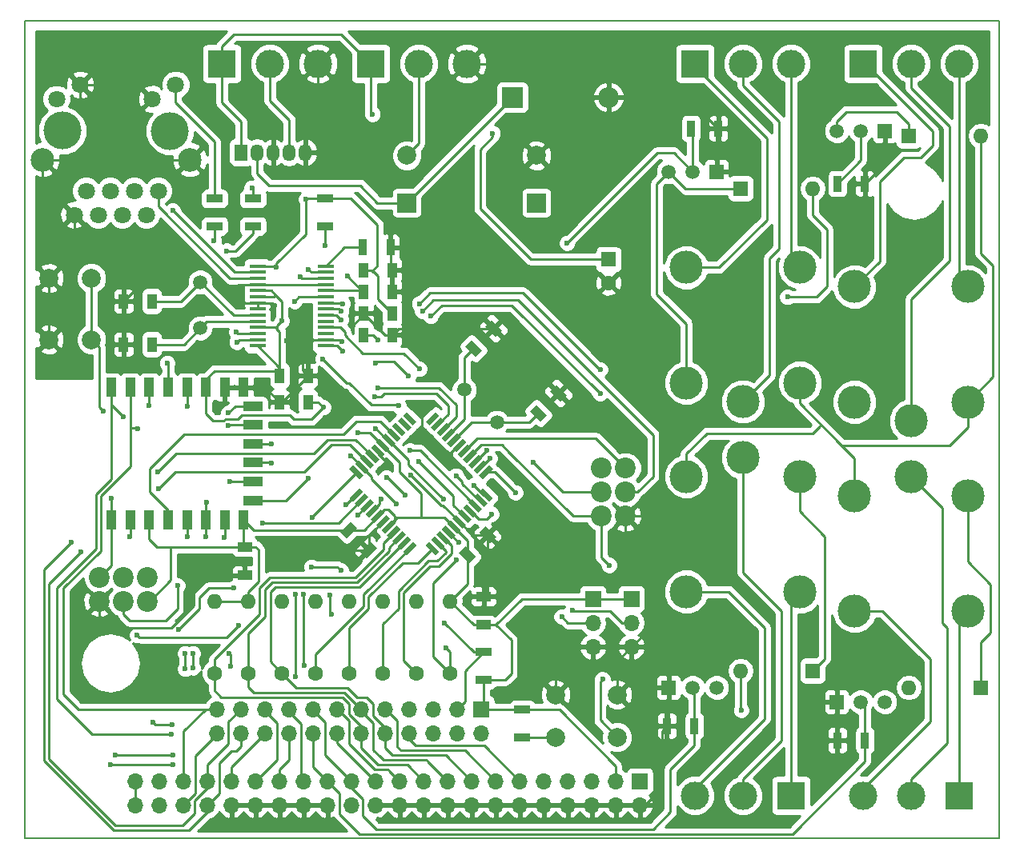
<source format=gtl>
G04 #@! TF.FileFunction,Copper,L1,Top,Signal*
%FSLAX46Y46*%
G04 Gerber Fmt 4.6, Leading zero omitted, Abs format (unit mm)*
G04 Created by KiCad (PCBNEW 4.0.7) date 02/25/18 11:04:24*
%MOMM*%
%LPD*%
G01*
G04 APERTURE LIST*
%ADD10C,0.100000*%
%ADD11C,0.150000*%
%ADD12R,1.000000X2.000000*%
%ADD13R,2.000000X1.000000*%
%ADD14C,3.500000*%
%ADD15R,1.000000X1.600000*%
%ADD16R,1.600000X1.000000*%
%ADD17R,1.600000X1.600000*%
%ADD18C,1.600000*%
%ADD19R,2.000000X2.000000*%
%ADD20C,2.000000*%
%ADD21R,2.200000X2.200000*%
%ADD22O,2.200000X2.200000*%
%ADD23R,1.700000X1.700000*%
%ADD24O,1.700000X1.700000*%
%ADD25R,3.000000X3.000000*%
%ADD26C,3.000000*%
%ADD27C,1.800000*%
%ADD28C,4.000000*%
%ADD29C,2.500000*%
%ADD30R,1.700000X0.900000*%
%ADD31O,1.600000X1.600000*%
%ADD32R,0.900000X1.700000*%
%ADD33C,2.200000*%
%ADD34C,1.520000*%
%ADD35R,1.520000X1.520000*%
%ADD36R,1.350000X1.800000*%
%ADD37O,1.350000X1.800000*%
%ADD38C,1.500000*%
%ADD39R,1.750000X0.450000*%
%ADD40C,0.600000*%
%ADD41C,0.250000*%
%ADD42C,0.254000*%
G04 APERTURE END LIST*
D10*
D11*
X30000000Y-116500000D02*
X30000000Y-30000000D01*
X133000000Y-116500000D02*
X30000000Y-116500000D01*
X133000000Y-30000000D02*
X133000000Y-116500000D01*
X30000000Y-30000000D02*
X133000000Y-30000000D01*
D12*
X39116000Y-82804000D03*
X41116000Y-82804000D03*
X43116000Y-82804000D03*
X45116000Y-82804000D03*
X47116000Y-82804000D03*
X49116000Y-82804000D03*
X51116000Y-82804000D03*
X53116000Y-82804000D03*
X53116000Y-68804000D03*
X51116000Y-68804000D03*
X49116000Y-68804000D03*
X47116000Y-68804000D03*
X45116000Y-68804000D03*
X43116000Y-68804000D03*
X41116000Y-68804000D03*
X39116000Y-68804000D03*
D13*
X54116000Y-80788000D03*
X54116000Y-78788000D03*
X54116000Y-76788000D03*
X54116000Y-74788000D03*
X54116000Y-72788000D03*
X54116000Y-70788000D03*
D14*
X105918000Y-70326000D03*
X99918000Y-68326000D03*
X111918000Y-68326000D03*
X99918000Y-56126000D03*
X111918000Y-56126000D03*
D15*
X68810000Y-60960000D03*
X65810000Y-60960000D03*
D10*
G36*
X84495472Y-72464899D02*
X83364101Y-71333528D01*
X84071208Y-70626421D01*
X85202579Y-71757792D01*
X84495472Y-72464899D01*
X84495472Y-72464899D01*
G37*
G36*
X86616792Y-70343579D02*
X85485421Y-69212208D01*
X86192528Y-68505101D01*
X87323899Y-69636472D01*
X86616792Y-70343579D01*
X86616792Y-70343579D01*
G37*
G36*
X77637472Y-65606899D02*
X76506101Y-64475528D01*
X77213208Y-63768421D01*
X78344579Y-64899792D01*
X77637472Y-65606899D01*
X77637472Y-65606899D01*
G37*
G36*
X79758792Y-63485579D02*
X78627421Y-62354208D01*
X79334528Y-61647101D01*
X80465899Y-62778472D01*
X79758792Y-63485579D01*
X79758792Y-63485579D01*
G37*
D15*
X56920000Y-67564000D03*
X59920000Y-67564000D03*
D16*
X78486000Y-93956000D03*
X78486000Y-90956000D03*
D15*
X43410000Y-59690000D03*
X40410000Y-59690000D03*
X43410000Y-64262000D03*
X40410000Y-64262000D03*
X65810000Y-58674000D03*
X68810000Y-58674000D03*
D16*
X53213000Y-88685500D03*
X53213000Y-85685500D03*
D15*
X65810000Y-56388000D03*
X68810000Y-56388000D03*
D10*
G36*
X63298101Y-84114472D02*
X64429472Y-82983101D01*
X65136579Y-83690208D01*
X64005208Y-84821579D01*
X63298101Y-84114472D01*
X63298101Y-84114472D01*
G37*
G36*
X65419421Y-86235792D02*
X66550792Y-85104421D01*
X67257899Y-85811528D01*
X66126528Y-86942899D01*
X65419421Y-86235792D01*
X65419421Y-86235792D01*
G37*
D15*
X65810000Y-63246000D03*
X68810000Y-63246000D03*
X59920000Y-70358000D03*
X56920000Y-70358000D03*
D10*
G36*
X77002472Y-87450899D02*
X75871101Y-86319528D01*
X76578208Y-85612421D01*
X77709579Y-86743792D01*
X77002472Y-87450899D01*
X77002472Y-87450899D01*
G37*
G36*
X79123792Y-85329579D02*
X77992421Y-84198208D01*
X78699528Y-83491101D01*
X79830899Y-84622472D01*
X79123792Y-85329579D01*
X79123792Y-85329579D01*
G37*
D17*
X91694000Y-55245000D03*
D18*
X91694000Y-57745000D03*
D19*
X84074000Y-49276000D03*
D20*
X84074000Y-44276000D03*
D21*
X81534000Y-38100000D03*
D22*
X91694000Y-38100000D03*
D23*
X94107000Y-91186000D03*
D24*
X94107000Y-93726000D03*
X94107000Y-96266000D03*
D23*
X90043000Y-91186000D03*
D24*
X90043000Y-93726000D03*
X90043000Y-96266000D03*
D25*
X100838000Y-34544000D03*
D26*
X105918000Y-34544000D03*
X110998000Y-34544000D03*
D25*
X118618000Y-34544000D03*
D26*
X123698000Y-34544000D03*
X128778000Y-34544000D03*
D25*
X110998000Y-112014000D03*
D26*
X105918000Y-112014000D03*
X100838000Y-112014000D03*
D25*
X128778000Y-112014000D03*
D26*
X123698000Y-112014000D03*
X118618000Y-112014000D03*
D27*
X44069000Y-48006000D03*
X42799000Y-50546000D03*
X41529000Y-48006000D03*
X40259000Y-50546000D03*
X38989000Y-48006000D03*
X37719000Y-50546000D03*
X36449000Y-48006000D03*
X35179000Y-50546000D03*
D28*
X45324000Y-41666000D03*
X33924000Y-41636000D03*
D29*
X47424000Y-44706000D03*
X31824000Y-44706000D03*
D27*
X45924000Y-36766000D03*
X43424000Y-38286000D03*
X33324000Y-38286000D03*
X35824000Y-36766000D03*
D25*
X66548000Y-34544000D03*
D26*
X71628000Y-34544000D03*
X76708000Y-34544000D03*
D25*
X50800000Y-34544000D03*
D26*
X55880000Y-34544000D03*
X60960000Y-34544000D03*
D23*
X78232000Y-102870000D03*
D24*
X78232000Y-105410000D03*
X75692000Y-102870000D03*
X75692000Y-105410000D03*
X73152000Y-102870000D03*
X73152000Y-105410000D03*
X70612000Y-102870000D03*
X70612000Y-105410000D03*
X68072000Y-102870000D03*
X68072000Y-105410000D03*
X65532000Y-102870000D03*
X65532000Y-105410000D03*
X62992000Y-102870000D03*
X62992000Y-105410000D03*
X60452000Y-102870000D03*
X60452000Y-105410000D03*
X57912000Y-102870000D03*
X57912000Y-105410000D03*
X55372000Y-102870000D03*
X55372000Y-105410000D03*
X52832000Y-102870000D03*
X52832000Y-105410000D03*
X50292000Y-102870000D03*
X50292000Y-105410000D03*
D19*
X70358000Y-49276000D03*
D20*
X70358000Y-44276000D03*
D30*
X82550000Y-102944000D03*
X82550000Y-105844000D03*
X78486000Y-99748000D03*
X78486000Y-96848000D03*
D18*
X74930000Y-99060000D03*
D31*
X74930000Y-91440000D03*
D18*
X71374000Y-99060000D03*
D31*
X71374000Y-91440000D03*
D18*
X67818000Y-99060000D03*
D31*
X67818000Y-91440000D03*
D18*
X64262000Y-99060000D03*
D31*
X64262000Y-91440000D03*
D18*
X60706000Y-99060000D03*
D31*
X60706000Y-91440000D03*
D18*
X57150000Y-99060000D03*
D31*
X57150000Y-91440000D03*
D18*
X53594000Y-99060000D03*
D31*
X53594000Y-91440000D03*
D18*
X50038000Y-99060000D03*
D31*
X50038000Y-91440000D03*
D32*
X100404000Y-41402000D03*
X103304000Y-41402000D03*
X115898000Y-47244000D03*
X118798000Y-47244000D03*
X100764000Y-104648000D03*
X97864000Y-104648000D03*
X118798000Y-106172000D03*
X115898000Y-106172000D03*
D30*
X61722000Y-51742000D03*
X61722000Y-48842000D03*
D32*
X68633000Y-53975000D03*
X65733000Y-53975000D03*
D30*
X50038000Y-48842000D03*
X50038000Y-51742000D03*
X54102000Y-48842000D03*
X54102000Y-51742000D03*
D33*
X42926000Y-88900000D03*
X42926000Y-91440000D03*
X40386000Y-88900000D03*
X40386000Y-91440000D03*
X37846000Y-88900000D03*
X37846000Y-91440000D03*
X90932000Y-77343000D03*
X93472000Y-77343000D03*
X90932000Y-79883000D03*
X93472000Y-79883000D03*
X90932000Y-82423000D03*
X93472000Y-82423000D03*
D20*
X86106000Y-105846000D03*
X86106000Y-101346000D03*
X92606000Y-105846000D03*
X92606000Y-101346000D03*
D23*
X94996000Y-110490000D03*
D24*
X94996000Y-113030000D03*
X92456000Y-110490000D03*
X92456000Y-113030000D03*
X89916000Y-110490000D03*
X89916000Y-113030000D03*
X87376000Y-110490000D03*
X87376000Y-113030000D03*
X84836000Y-110490000D03*
X84836000Y-113030000D03*
X82296000Y-110490000D03*
X82296000Y-113030000D03*
X79756000Y-110490000D03*
X79756000Y-113030000D03*
X77216000Y-110490000D03*
X77216000Y-113030000D03*
X74676000Y-110490000D03*
X74676000Y-113030000D03*
X72136000Y-110490000D03*
X72136000Y-113030000D03*
X69596000Y-110490000D03*
X69596000Y-113030000D03*
X67056000Y-110490000D03*
X67056000Y-113030000D03*
X64516000Y-110490000D03*
X64516000Y-113030000D03*
X61976000Y-110490000D03*
X61976000Y-113030000D03*
X59436000Y-110490000D03*
X59436000Y-113030000D03*
X56896000Y-110490000D03*
X56896000Y-113030000D03*
X54356000Y-110490000D03*
X54356000Y-113030000D03*
X51816000Y-110490000D03*
X51816000Y-113030000D03*
X49276000Y-110490000D03*
X49276000Y-113030000D03*
X46736000Y-110490000D03*
X46736000Y-113030000D03*
X44196000Y-110490000D03*
X44196000Y-113030000D03*
X41656000Y-110490000D03*
X41656000Y-113030000D03*
D34*
X100584000Y-45974000D03*
X98044000Y-45974000D03*
D35*
X103124000Y-45974000D03*
D34*
X118364000Y-41656000D03*
X115824000Y-41656000D03*
D35*
X120904000Y-41656000D03*
D17*
X105664000Y-47752000D03*
D31*
X113284000Y-47752000D03*
D17*
X123444000Y-42164000D03*
D31*
X131064000Y-42164000D03*
D14*
X123698000Y-72358000D03*
X117698000Y-70358000D03*
X129698000Y-70358000D03*
X117698000Y-58158000D03*
X129698000Y-58158000D03*
D34*
X100584000Y-100584000D03*
X103124000Y-100584000D03*
D35*
X98044000Y-100584000D03*
D34*
X118364000Y-102108000D03*
X120904000Y-102108000D03*
D35*
X115824000Y-102108000D03*
D17*
X113284000Y-98806000D03*
D31*
X105664000Y-98806000D03*
D14*
X105918000Y-76232000D03*
X111918000Y-78232000D03*
X99918000Y-78232000D03*
X111918000Y-90432000D03*
X99918000Y-90432000D03*
D17*
X131064000Y-100584000D03*
D31*
X123444000Y-100584000D03*
D14*
X123698000Y-78264000D03*
X129698000Y-80264000D03*
X117698000Y-80264000D03*
X129698000Y-92464000D03*
X117698000Y-92464000D03*
D36*
X52832000Y-43942000D03*
D37*
X54532000Y-43942000D03*
X56232000Y-43942000D03*
X57932000Y-43942000D03*
X59632000Y-43942000D03*
D38*
X79883000Y-72517000D03*
X76432319Y-69066319D03*
X48514000Y-57658000D03*
X48514000Y-62538000D03*
D10*
G36*
X79076812Y-77067134D02*
X79465720Y-77456042D01*
X78405060Y-78516702D01*
X78016152Y-78127794D01*
X79076812Y-77067134D01*
X79076812Y-77067134D01*
G37*
G36*
X78511126Y-76501449D02*
X78900034Y-76890357D01*
X77839374Y-77951017D01*
X77450466Y-77562109D01*
X78511126Y-76501449D01*
X78511126Y-76501449D01*
G37*
G36*
X77945441Y-75935764D02*
X78334349Y-76324672D01*
X77273689Y-77385332D01*
X76884781Y-76996424D01*
X77945441Y-75935764D01*
X77945441Y-75935764D01*
G37*
G36*
X77379756Y-75370078D02*
X77768664Y-75758986D01*
X76708004Y-76819646D01*
X76319096Y-76430738D01*
X77379756Y-75370078D01*
X77379756Y-75370078D01*
G37*
G36*
X76814070Y-74804393D02*
X77202978Y-75193301D01*
X76142318Y-76253961D01*
X75753410Y-75865053D01*
X76814070Y-74804393D01*
X76814070Y-74804393D01*
G37*
G36*
X76248385Y-74238707D02*
X76637293Y-74627615D01*
X75576633Y-75688275D01*
X75187725Y-75299367D01*
X76248385Y-74238707D01*
X76248385Y-74238707D01*
G37*
G36*
X75682699Y-73673022D02*
X76071607Y-74061930D01*
X75010947Y-75122590D01*
X74622039Y-74733682D01*
X75682699Y-73673022D01*
X75682699Y-73673022D01*
G37*
G36*
X75117014Y-73107336D02*
X75505922Y-73496244D01*
X74445262Y-74556904D01*
X74056354Y-74167996D01*
X75117014Y-73107336D01*
X75117014Y-73107336D01*
G37*
G36*
X74551328Y-72541651D02*
X74940236Y-72930559D01*
X73879576Y-73991219D01*
X73490668Y-73602311D01*
X74551328Y-72541651D01*
X74551328Y-72541651D01*
G37*
G36*
X73985643Y-71975966D02*
X74374551Y-72364874D01*
X73313891Y-73425534D01*
X72924983Y-73036626D01*
X73985643Y-71975966D01*
X73985643Y-71975966D01*
G37*
G36*
X73419958Y-71410280D02*
X73808866Y-71799188D01*
X72748206Y-72859848D01*
X72359298Y-72470940D01*
X73419958Y-71410280D01*
X73419958Y-71410280D01*
G37*
G36*
X69955134Y-71799188D02*
X70344042Y-71410280D01*
X71404702Y-72470940D01*
X71015794Y-72859848D01*
X69955134Y-71799188D01*
X69955134Y-71799188D01*
G37*
G36*
X69389449Y-72364874D02*
X69778357Y-71975966D01*
X70839017Y-73036626D01*
X70450109Y-73425534D01*
X69389449Y-72364874D01*
X69389449Y-72364874D01*
G37*
G36*
X68823764Y-72930559D02*
X69212672Y-72541651D01*
X70273332Y-73602311D01*
X69884424Y-73991219D01*
X68823764Y-72930559D01*
X68823764Y-72930559D01*
G37*
G36*
X68258078Y-73496244D02*
X68646986Y-73107336D01*
X69707646Y-74167996D01*
X69318738Y-74556904D01*
X68258078Y-73496244D01*
X68258078Y-73496244D01*
G37*
G36*
X67692393Y-74061930D02*
X68081301Y-73673022D01*
X69141961Y-74733682D01*
X68753053Y-75122590D01*
X67692393Y-74061930D01*
X67692393Y-74061930D01*
G37*
G36*
X67126707Y-74627615D02*
X67515615Y-74238707D01*
X68576275Y-75299367D01*
X68187367Y-75688275D01*
X67126707Y-74627615D01*
X67126707Y-74627615D01*
G37*
G36*
X66561022Y-75193301D02*
X66949930Y-74804393D01*
X68010590Y-75865053D01*
X67621682Y-76253961D01*
X66561022Y-75193301D01*
X66561022Y-75193301D01*
G37*
G36*
X65995336Y-75758986D02*
X66384244Y-75370078D01*
X67444904Y-76430738D01*
X67055996Y-76819646D01*
X65995336Y-75758986D01*
X65995336Y-75758986D01*
G37*
G36*
X65429651Y-76324672D02*
X65818559Y-75935764D01*
X66879219Y-76996424D01*
X66490311Y-77385332D01*
X65429651Y-76324672D01*
X65429651Y-76324672D01*
G37*
G36*
X64863966Y-76890357D02*
X65252874Y-76501449D01*
X66313534Y-77562109D01*
X65924626Y-77951017D01*
X64863966Y-76890357D01*
X64863966Y-76890357D01*
G37*
G36*
X64298280Y-77456042D02*
X64687188Y-77067134D01*
X65747848Y-78127794D01*
X65358940Y-78516702D01*
X64298280Y-77456042D01*
X64298280Y-77456042D01*
G37*
G36*
X65358940Y-79471298D02*
X65747848Y-79860206D01*
X64687188Y-80920866D01*
X64298280Y-80531958D01*
X65358940Y-79471298D01*
X65358940Y-79471298D01*
G37*
G36*
X65924626Y-80036983D02*
X66313534Y-80425891D01*
X65252874Y-81486551D01*
X64863966Y-81097643D01*
X65924626Y-80036983D01*
X65924626Y-80036983D01*
G37*
G36*
X66490311Y-80602668D02*
X66879219Y-80991576D01*
X65818559Y-82052236D01*
X65429651Y-81663328D01*
X66490311Y-80602668D01*
X66490311Y-80602668D01*
G37*
G36*
X67055996Y-81168354D02*
X67444904Y-81557262D01*
X66384244Y-82617922D01*
X65995336Y-82229014D01*
X67055996Y-81168354D01*
X67055996Y-81168354D01*
G37*
G36*
X67621682Y-81734039D02*
X68010590Y-82122947D01*
X66949930Y-83183607D01*
X66561022Y-82794699D01*
X67621682Y-81734039D01*
X67621682Y-81734039D01*
G37*
G36*
X68187367Y-82299725D02*
X68576275Y-82688633D01*
X67515615Y-83749293D01*
X67126707Y-83360385D01*
X68187367Y-82299725D01*
X68187367Y-82299725D01*
G37*
G36*
X68753053Y-82865410D02*
X69141961Y-83254318D01*
X68081301Y-84314978D01*
X67692393Y-83926070D01*
X68753053Y-82865410D01*
X68753053Y-82865410D01*
G37*
G36*
X69318738Y-83431096D02*
X69707646Y-83820004D01*
X68646986Y-84880664D01*
X68258078Y-84491756D01*
X69318738Y-83431096D01*
X69318738Y-83431096D01*
G37*
G36*
X69884424Y-83996781D02*
X70273332Y-84385689D01*
X69212672Y-85446349D01*
X68823764Y-85057441D01*
X69884424Y-83996781D01*
X69884424Y-83996781D01*
G37*
G36*
X70450109Y-84562466D02*
X70839017Y-84951374D01*
X69778357Y-86012034D01*
X69389449Y-85623126D01*
X70450109Y-84562466D01*
X70450109Y-84562466D01*
G37*
G36*
X71015794Y-85128152D02*
X71404702Y-85517060D01*
X70344042Y-86577720D01*
X69955134Y-86188812D01*
X71015794Y-85128152D01*
X71015794Y-85128152D01*
G37*
G36*
X72359298Y-85517060D02*
X72748206Y-85128152D01*
X73808866Y-86188812D01*
X73419958Y-86577720D01*
X72359298Y-85517060D01*
X72359298Y-85517060D01*
G37*
G36*
X72924983Y-84951374D02*
X73313891Y-84562466D01*
X74374551Y-85623126D01*
X73985643Y-86012034D01*
X72924983Y-84951374D01*
X72924983Y-84951374D01*
G37*
G36*
X73490668Y-84385689D02*
X73879576Y-83996781D01*
X74940236Y-85057441D01*
X74551328Y-85446349D01*
X73490668Y-84385689D01*
X73490668Y-84385689D01*
G37*
G36*
X74056354Y-83820004D02*
X74445262Y-83431096D01*
X75505922Y-84491756D01*
X75117014Y-84880664D01*
X74056354Y-83820004D01*
X74056354Y-83820004D01*
G37*
G36*
X74622039Y-83254318D02*
X75010947Y-82865410D01*
X76071607Y-83926070D01*
X75682699Y-84314978D01*
X74622039Y-83254318D01*
X74622039Y-83254318D01*
G37*
G36*
X75187725Y-82688633D02*
X75576633Y-82299725D01*
X76637293Y-83360385D01*
X76248385Y-83749293D01*
X75187725Y-82688633D01*
X75187725Y-82688633D01*
G37*
G36*
X75753410Y-82122947D02*
X76142318Y-81734039D01*
X77202978Y-82794699D01*
X76814070Y-83183607D01*
X75753410Y-82122947D01*
X75753410Y-82122947D01*
G37*
G36*
X76319096Y-81557262D02*
X76708004Y-81168354D01*
X77768664Y-82229014D01*
X77379756Y-82617922D01*
X76319096Y-81557262D01*
X76319096Y-81557262D01*
G37*
G36*
X76884781Y-80991576D02*
X77273689Y-80602668D01*
X78334349Y-81663328D01*
X77945441Y-82052236D01*
X76884781Y-80991576D01*
X76884781Y-80991576D01*
G37*
G36*
X77450466Y-80425891D02*
X77839374Y-80036983D01*
X78900034Y-81097643D01*
X78511126Y-81486551D01*
X77450466Y-80425891D01*
X77450466Y-80425891D01*
G37*
G36*
X78016152Y-79860206D02*
X78405060Y-79471298D01*
X79465720Y-80531958D01*
X79076812Y-80920866D01*
X78016152Y-79860206D01*
X78016152Y-79860206D01*
G37*
D39*
X61766000Y-64423000D03*
X61766000Y-63773000D03*
X61766000Y-63123000D03*
X61766000Y-62473000D03*
X61766000Y-61823000D03*
X61766000Y-61173000D03*
X61766000Y-60523000D03*
X61766000Y-59873000D03*
X61766000Y-59223000D03*
X61766000Y-58573000D03*
X61766000Y-57923000D03*
X61766000Y-57273000D03*
X61766000Y-56623000D03*
X61766000Y-55973000D03*
X54566000Y-55973000D03*
X54566000Y-56623000D03*
X54566000Y-57273000D03*
X54566000Y-57923000D03*
X54566000Y-58573000D03*
X54566000Y-59223000D03*
X54566000Y-59873000D03*
X54566000Y-60523000D03*
X54566000Y-61173000D03*
X54566000Y-61823000D03*
X54566000Y-62473000D03*
X54566000Y-63123000D03*
X54566000Y-63773000D03*
X54566000Y-64423000D03*
D20*
X37012000Y-63754000D03*
X32512000Y-63754000D03*
X37012000Y-57254000D03*
X32512000Y-57254000D03*
D40*
X59690000Y-48895000D03*
X57150000Y-61785500D03*
X56578500Y-56070500D03*
X65214500Y-73596500D03*
X61531500Y-70929500D03*
X57658000Y-63881000D03*
X56388000Y-60134500D03*
X75184000Y-63309500D03*
X73025000Y-70421500D03*
X97790000Y-81851500D03*
X64643000Y-62230000D03*
X63500000Y-63944500D03*
X74676000Y-76073000D03*
X68580000Y-77089000D03*
X70802500Y-78105000D03*
X65151000Y-86995000D03*
X80073500Y-90741500D03*
X82550000Y-94361000D03*
X55943500Y-87566500D03*
X53149500Y-87566500D03*
X64071500Y-57023000D03*
X61722000Y-53784500D03*
X67310000Y-63754000D03*
X63563500Y-64960500D03*
X105727500Y-102997000D03*
X110617000Y-59245500D03*
X79438500Y-41910000D03*
X66738500Y-39878000D03*
X59944000Y-78422500D03*
X68199000Y-78359000D03*
X70167500Y-80200500D03*
X87884000Y-92392500D03*
X67056000Y-73152000D03*
X47117000Y-70802500D03*
X74231500Y-80645000D03*
X86741000Y-93091000D03*
X45593000Y-50101500D03*
X59944000Y-56324500D03*
X59118500Y-57086500D03*
X53975000Y-47688500D03*
X67627500Y-80645000D03*
X60261500Y-87820500D03*
X63373000Y-88201500D03*
X62230000Y-90805000D03*
X62420500Y-92837000D03*
X74358500Y-93726000D03*
X74485500Y-96393000D03*
X52578000Y-93980000D03*
X41846500Y-95059500D03*
X41021000Y-84645500D03*
X75819000Y-85217000D03*
X75628500Y-87058500D03*
X70675500Y-75501500D03*
X87312500Y-53530500D03*
X45656500Y-107759500D03*
X39497000Y-107759500D03*
X43116500Y-70739000D03*
X45021500Y-66230500D03*
X75565000Y-78168500D03*
X70548500Y-67627500D03*
X67056000Y-66230500D03*
X38989000Y-108775500D03*
X45656500Y-108712000D03*
X56070500Y-76835000D03*
X77470000Y-79184500D03*
X58547000Y-90741500D03*
X58610500Y-99441000D03*
X64452500Y-76073000D03*
X56070500Y-74803000D03*
X69215000Y-81153000D03*
X59436000Y-90741500D03*
X59499500Y-98234500D03*
X60388500Y-82550000D03*
X49212500Y-80962500D03*
X47752000Y-98488500D03*
X47752000Y-96964500D03*
X49085500Y-84645500D03*
X63881000Y-81216500D03*
X51689000Y-98361500D03*
X51562000Y-96964500D03*
X51054000Y-84709000D03*
X55118000Y-83185000D03*
X46926500Y-98615500D03*
X46926500Y-96964500D03*
X47117000Y-84645500D03*
X65151000Y-82359500D03*
X52070000Y-90043000D03*
X46228000Y-94424500D03*
X43497500Y-104267000D03*
X45529500Y-104521000D03*
X44069000Y-79565500D03*
X35877500Y-86233000D03*
X44005500Y-77787500D03*
X34861500Y-85217000D03*
X41910000Y-73152000D03*
X66992500Y-69786500D03*
X40386000Y-71882000D03*
X67310000Y-68897500D03*
X45466000Y-105537000D03*
X91059000Y-99695000D03*
X91757500Y-87630000D03*
X49974500Y-53276500D03*
X52387500Y-64008000D03*
X52324000Y-62928500D03*
X51308000Y-54356000D03*
X51498500Y-72834500D03*
X51498500Y-71501000D03*
X51625500Y-78803500D03*
X46101000Y-89789000D03*
X38290500Y-71310500D03*
X39116000Y-80518000D03*
X90805000Y-69469000D03*
X72898000Y-61277500D03*
X63373000Y-61658500D03*
X79121000Y-76327000D03*
X90805000Y-66929000D03*
X71691500Y-59944000D03*
X63563500Y-59944000D03*
X78803500Y-75501500D03*
X83756500Y-76771500D03*
X72009000Y-60706000D03*
X63436500Y-60769500D03*
X81851500Y-79946500D03*
X71628000Y-76644500D03*
X69469000Y-70739000D03*
X61468000Y-65786000D03*
X58483500Y-59690000D03*
X79311500Y-82232500D03*
X71691500Y-66865500D03*
D41*
X50038000Y-91440000D02*
X53594000Y-91440000D01*
X49116000Y-68804000D02*
X49116000Y-71595000D01*
X60261500Y-72199500D02*
X61531500Y-70929500D01*
X58420000Y-72199500D02*
X60261500Y-72199500D01*
X57975500Y-71755000D02*
X58420000Y-72199500D01*
X52895500Y-71755000D02*
X57975500Y-71755000D01*
X52514500Y-72136000D02*
X52895500Y-71755000D01*
X51181000Y-72136000D02*
X52514500Y-72136000D01*
X50990500Y-72326500D02*
X51181000Y-72136000D01*
X49847500Y-72326500D02*
X50990500Y-72326500D01*
X49116000Y-71595000D02*
X49847500Y-72326500D01*
X65810000Y-56388000D02*
X66802000Y-56388000D01*
X66802000Y-56388000D02*
X67246500Y-55943500D01*
X61722000Y-48842000D02*
X64463000Y-48842000D01*
X67246500Y-55943500D02*
X66802000Y-56388000D01*
X67246500Y-51625500D02*
X67246500Y-55943500D01*
X64463000Y-48842000D02*
X67246500Y-51625500D01*
X66865500Y-56578500D02*
X66802000Y-56578500D01*
X66802000Y-56578500D02*
X66611500Y-56388000D01*
X66865500Y-56578500D02*
X67310000Y-57023000D01*
X65810000Y-56388000D02*
X66611500Y-56388000D01*
X67310000Y-59460000D02*
X68810000Y-60960000D01*
X67310000Y-57023000D02*
X67310000Y-59460000D01*
X56578500Y-56070500D02*
X56578500Y-55689500D01*
X59690000Y-52578000D02*
X59690000Y-48895000D01*
X56578500Y-55689500D02*
X59690000Y-52578000D01*
X59690000Y-48895000D02*
X59743000Y-48842000D01*
X59743000Y-48842000D02*
X61722000Y-48842000D01*
X71628000Y-34544000D02*
X71628000Y-43006000D01*
X71628000Y-43006000D02*
X70358000Y-44276000D01*
X55880000Y-34544000D02*
X55880000Y-38481000D01*
X57932000Y-40533000D02*
X57932000Y-43942000D01*
X55880000Y-38481000D02*
X57932000Y-40533000D01*
X54566000Y-59223000D02*
X56283500Y-59223000D01*
X56283500Y-59223000D02*
X56483250Y-59023250D01*
X54566000Y-58573000D02*
X56033000Y-58573000D01*
X57150000Y-59690000D02*
X57150000Y-61785500D01*
X56033000Y-58573000D02*
X56483250Y-59023250D01*
X56483250Y-59023250D02*
X57150000Y-59690000D01*
X54566000Y-55973000D02*
X56481000Y-55973000D01*
X56642000Y-62293500D02*
X56642000Y-62674500D01*
X57150000Y-61785500D02*
X56642000Y-62293500D01*
X56481000Y-55973000D02*
X56578500Y-56070500D01*
X76478194Y-75529177D02*
X76489823Y-75529177D01*
X76489823Y-75529177D02*
X77787500Y-74231500D01*
X77787500Y-74231500D02*
X90360500Y-74231500D01*
X90360500Y-74231500D02*
X93472000Y-77343000D01*
X67851491Y-74963491D02*
X67787991Y-74963491D01*
X67787991Y-74963491D02*
X66421000Y-73596500D01*
X66421000Y-73596500D02*
X65214500Y-73596500D01*
X60960000Y-70358000D02*
X59920000Y-70358000D01*
X61531500Y-70929500D02*
X60960000Y-70358000D01*
X54566000Y-62473000D02*
X56440500Y-62473000D01*
X56920000Y-62952500D02*
X56920000Y-67564000D01*
X56440500Y-62473000D02*
X56642000Y-62674500D01*
X56642000Y-62674500D02*
X56920000Y-62952500D01*
X56920000Y-67564000D02*
X56920000Y-66777000D01*
X56920000Y-66777000D02*
X54566000Y-64423000D01*
X49116000Y-68804000D02*
X49116000Y-67978000D01*
X49116000Y-67978000D02*
X50038000Y-67056000D01*
X50038000Y-67056000D02*
X56412000Y-67056000D01*
X56412000Y-67056000D02*
X56920000Y-67564000D01*
X67851491Y-74963491D02*
X69596000Y-76708000D01*
X71882000Y-80073500D02*
X71882000Y-82613500D01*
X69596000Y-77787500D02*
X71882000Y-80073500D01*
X69596000Y-76708000D02*
X69596000Y-77787500D01*
X68417177Y-83590194D02*
X68417177Y-83538323D01*
X68417177Y-83538323D02*
X69342000Y-82613500D01*
X74370129Y-82613500D02*
X75346823Y-83590194D01*
X69342000Y-82613500D02*
X71882000Y-82613500D01*
X71882000Y-82613500D02*
X74370129Y-82613500D01*
X78486000Y-99748000D02*
X80782500Y-99748000D01*
X81407000Y-95567500D02*
X79787750Y-93948250D01*
X81407000Y-99123500D02*
X81407000Y-95567500D01*
X80782500Y-99748000D02*
X81407000Y-99123500D01*
X94107000Y-91186000D02*
X90043000Y-91186000D01*
X90043000Y-91186000D02*
X82550000Y-91186000D01*
X82550000Y-91186000D02*
X79787750Y-93948250D01*
X79787750Y-93948250D02*
X79780000Y-93956000D01*
X79780000Y-93956000D02*
X78486000Y-93956000D01*
X42926000Y-91440000D02*
X43180000Y-91440000D01*
X43180000Y-91440000D02*
X45402500Y-89217500D01*
X45402500Y-89217500D02*
X45402500Y-85685500D01*
X53116000Y-82804000D02*
X53116000Y-85588500D01*
X53116000Y-85588500D02*
X53213000Y-85685500D01*
X64217340Y-83902340D02*
X54214340Y-83902340D01*
X54214340Y-83902340D02*
X53116000Y-82804000D01*
X43116000Y-82804000D02*
X43116000Y-84835500D01*
X43966000Y-85685500D02*
X45402500Y-85685500D01*
X45402500Y-85685500D02*
X53213000Y-85685500D01*
X43116000Y-84835500D02*
X43966000Y-85685500D01*
X53213000Y-85685500D02*
X54380000Y-85685500D01*
X53594000Y-90424000D02*
X53594000Y-91440000D01*
X54673500Y-89344500D02*
X53594000Y-90424000D01*
X54673500Y-85979000D02*
X54673500Y-89344500D01*
X54380000Y-85685500D02*
X54673500Y-85979000D01*
X41656000Y-113030000D02*
X41656000Y-110490000D01*
X78486000Y-99748000D02*
X78486000Y-102616000D01*
X78486000Y-102616000D02*
X78232000Y-102870000D01*
X92456000Y-110490000D02*
X92456000Y-108902500D01*
X86497500Y-102944000D02*
X82550000Y-102944000D01*
X92456000Y-108902500D02*
X86497500Y-102944000D01*
X78232000Y-102870000D02*
X82476000Y-102870000D01*
X82476000Y-102870000D02*
X82550000Y-102944000D01*
X76790340Y-86531660D02*
X76790340Y-89579660D01*
X76790340Y-89579660D02*
X74930000Y-91440000D01*
X78486000Y-93956000D02*
X77446000Y-93956000D01*
X77446000Y-93956000D02*
X74930000Y-91440000D01*
X68417177Y-83590194D02*
X68492306Y-83590194D01*
X68492306Y-83590194D02*
X69088000Y-82994500D01*
X69088000Y-82994500D02*
X69088000Y-82423000D01*
X69088000Y-82423000D02*
X68389500Y-81724500D01*
X68389500Y-81724500D02*
X68020129Y-81724500D01*
X68020129Y-81724500D02*
X67285806Y-82458823D01*
X76790340Y-86531660D02*
X76790340Y-85033711D01*
X76790340Y-85033711D02*
X75346823Y-83590194D01*
X64217340Y-83902340D02*
X65842289Y-83902340D01*
X65842289Y-83902340D02*
X67285806Y-82458823D01*
X54566000Y-59873000D02*
X56126500Y-59873000D01*
X57766000Y-63773000D02*
X59963000Y-63773000D01*
X57658000Y-63881000D02*
X57766000Y-63773000D01*
X56126500Y-59873000D02*
X56388000Y-60134500D01*
X86404660Y-69424340D02*
X79546660Y-62566340D01*
X74676000Y-76073000D02*
X74358500Y-76073000D01*
X75819000Y-62674500D02*
X75819000Y-62566340D01*
X75184000Y-63309500D02*
X75819000Y-62674500D01*
X72390000Y-70421500D02*
X73025000Y-70421500D01*
X71945500Y-70866000D02*
X72390000Y-70421500D01*
X71945500Y-73660000D02*
X71945500Y-70866000D01*
X74358500Y-76073000D02*
X71945500Y-73660000D01*
X68810000Y-58674000D02*
X68810000Y-56388000D01*
X68633000Y-53975000D02*
X68633000Y-56211000D01*
X68633000Y-56211000D02*
X68810000Y-56388000D01*
X91694000Y-38100000D02*
X100002000Y-38100000D01*
X100002000Y-38100000D02*
X103304000Y-41402000D01*
X91694000Y-38100000D02*
X90250000Y-38100000D01*
X90250000Y-38100000D02*
X84074000Y-44276000D01*
X76708000Y-34544000D02*
X83502500Y-34544000D01*
X85407500Y-42942500D02*
X84074000Y-44276000D01*
X85407500Y-36449000D02*
X85407500Y-42942500D01*
X83502500Y-34544000D02*
X85407500Y-36449000D01*
X59632000Y-43942000D02*
X59632000Y-45714500D01*
X56232000Y-45437000D02*
X56232000Y-43942000D01*
X57086500Y-46291500D02*
X56232000Y-45437000D01*
X59055000Y-46291500D02*
X57086500Y-46291500D01*
X59632000Y-45714500D02*
X59055000Y-46291500D01*
X60960000Y-34544000D02*
X60960000Y-41084500D01*
X59632000Y-42412500D02*
X59632000Y-43942000D01*
X60960000Y-41084500D02*
X59632000Y-42412500D01*
X35824000Y-36766000D02*
X41904000Y-36766000D01*
X41904000Y-36766000D02*
X43424000Y-38286000D01*
X47424000Y-44706000D02*
X44134500Y-44706000D01*
X44134500Y-44706000D02*
X42418000Y-42989500D01*
X42418000Y-42989500D02*
X42418000Y-39292000D01*
X42418000Y-39292000D02*
X43424000Y-38286000D01*
X35824000Y-36766000D02*
X35824000Y-38110000D01*
X35304000Y-44706000D02*
X31824000Y-44706000D01*
X36830000Y-43180000D02*
X35304000Y-44706000D01*
X36830000Y-39116000D02*
X36830000Y-43180000D01*
X35824000Y-38110000D02*
X36830000Y-39116000D01*
X31824000Y-44706000D02*
X31824000Y-47191000D01*
X31824000Y-47191000D02*
X35179000Y-50546000D01*
X54566000Y-57923000D02*
X52567000Y-57923000D01*
X52567000Y-57923000D02*
X51720750Y-58769250D01*
X54566000Y-60523000D02*
X54566000Y-59873000D01*
X54566000Y-59873000D02*
X52824500Y-59873000D01*
X52824500Y-59873000D02*
X51720750Y-58769250D01*
X43902500Y-56197500D02*
X40410000Y-59690000D01*
X51720750Y-58769250D02*
X49149000Y-56197500D01*
X49149000Y-56197500D02*
X43902500Y-56197500D01*
X40410000Y-59690000D02*
X40410000Y-56539000D01*
X38417500Y-54546500D02*
X35179000Y-54546500D01*
X40410000Y-56539000D02*
X38417500Y-54546500D01*
X35179000Y-50546000D02*
X35179000Y-54546500D01*
X35179000Y-54546500D02*
X35179000Y-54587000D01*
X35179000Y-54587000D02*
X32512000Y-57254000D01*
X32512000Y-63754000D02*
X32512000Y-57254000D01*
X40410000Y-59690000D02*
X40410000Y-64262000D01*
X54566000Y-57923000D02*
X61766000Y-57923000D01*
X97218500Y-82423000D02*
X93472000Y-82423000D01*
X97790000Y-81851500D02*
X97218500Y-82423000D01*
X68810000Y-63246000D02*
X68096000Y-63246000D01*
X68096000Y-63246000D02*
X65810000Y-60960000D01*
X61766000Y-63773000D02*
X63328500Y-63773000D01*
X64643000Y-62230000D02*
X65810000Y-61063000D01*
X63328500Y-63773000D02*
X63500000Y-63944500D01*
X65810000Y-61063000D02*
X65810000Y-60960000D01*
X68810000Y-58674000D02*
X69977000Y-58674000D01*
X70739000Y-59436000D02*
X70739000Y-62566340D01*
X69977000Y-58674000D02*
X70739000Y-59436000D01*
X79546660Y-62566340D02*
X75819000Y-62566340D01*
X75819000Y-62566340D02*
X70739000Y-62566340D01*
X70739000Y-62566340D02*
X69489660Y-62566340D01*
X69489660Y-62566340D02*
X68810000Y-63246000D01*
X93472000Y-82423000D02*
X93472000Y-85852000D01*
X95948500Y-94424500D02*
X94107000Y-96266000D01*
X95948500Y-88328500D02*
X95948500Y-94424500D01*
X93472000Y-85852000D02*
X95948500Y-88328500D01*
X61766000Y-63773000D02*
X59963000Y-63773000D01*
X59372500Y-67016500D02*
X59920000Y-67564000D01*
X59963000Y-63773000D02*
X59372500Y-64363500D01*
X59372500Y-64363500D02*
X59372500Y-67016500D01*
X56920000Y-70358000D02*
X57126000Y-70358000D01*
X57126000Y-70358000D02*
X59920000Y-67564000D01*
X53116000Y-68804000D02*
X55366000Y-68804000D01*
X55366000Y-68804000D02*
X56920000Y-70358000D01*
X53116000Y-68804000D02*
X51116000Y-68804000D01*
X74676000Y-76073000D02*
X75785509Y-74963491D01*
X75785509Y-74963491D02*
X75912509Y-74963491D01*
X67285806Y-75529177D02*
X67285806Y-75794806D01*
X67285806Y-75794806D02*
X68580000Y-77089000D01*
X70802500Y-78105000D02*
X73977500Y-81280000D01*
X73977500Y-81280000D02*
X74168000Y-81280000D01*
X74168000Y-81280000D02*
X75912509Y-83024509D01*
X66338660Y-86023660D02*
X66122340Y-86023660D01*
X66122340Y-86023660D02*
X65151000Y-86995000D01*
X86106000Y-101346000D02*
X86106000Y-97917000D01*
X79859000Y-90956000D02*
X78486000Y-90956000D01*
X80073500Y-90741500D02*
X79859000Y-90956000D01*
X86106000Y-97917000D02*
X82550000Y-94361000D01*
X90043000Y-96266000D02*
X94107000Y-96266000D01*
X94107000Y-96266000D02*
X92606000Y-97767000D01*
X92606000Y-97767000D02*
X92606000Y-101346000D01*
X94996000Y-113030000D02*
X95504000Y-113030000D01*
X95504000Y-113030000D02*
X97345500Y-111188500D01*
X97345500Y-105166500D02*
X97864000Y-104648000D01*
X97345500Y-111188500D02*
X97345500Y-105166500D01*
X53213000Y-88685500D02*
X53213000Y-87630000D01*
X57486340Y-86023660D02*
X66338660Y-86023660D01*
X55943500Y-87566500D02*
X57486340Y-86023660D01*
X53213000Y-87630000D02*
X53149500Y-87566500D01*
X37846000Y-91440000D02*
X37846000Y-92964000D01*
X48919000Y-88685500D02*
X53213000Y-88685500D01*
X47815500Y-89789000D02*
X48919000Y-88685500D01*
X47815500Y-91884500D02*
X47815500Y-89789000D01*
X45466000Y-94234000D02*
X47815500Y-91884500D01*
X39116000Y-94234000D02*
X45466000Y-94234000D01*
X37846000Y-92964000D02*
X39116000Y-94234000D01*
X78911660Y-84410340D02*
X78911660Y-90530340D01*
X78911660Y-90530340D02*
X78486000Y-90956000D01*
X78911660Y-84410340D02*
X77298340Y-84410340D01*
X77298340Y-84410340D02*
X75912509Y-83024509D01*
X66338660Y-86023660D02*
X66338660Y-84537340D01*
X66338660Y-84537340D02*
X67851491Y-83024509D01*
X103124000Y-45974000D02*
X103124000Y-41582000D01*
X103124000Y-41582000D02*
X103304000Y-41402000D01*
X118798000Y-47572000D02*
X118798000Y-47244000D01*
X120904000Y-41656000D02*
X120904000Y-45138000D01*
X120904000Y-45138000D02*
X118798000Y-47244000D01*
X98044000Y-104468000D02*
X97864000Y-104648000D01*
X98044000Y-100584000D02*
X98044000Y-104468000D01*
X115824000Y-102108000D02*
X115824000Y-106098000D01*
X115824000Y-106098000D02*
X115898000Y-106172000D01*
X79883000Y-72517000D02*
X83312000Y-72517000D01*
X83312000Y-72517000D02*
X84283340Y-71545660D01*
X79883000Y-72517000D02*
X77227629Y-72517000D01*
X77227629Y-72517000D02*
X75346823Y-74397806D01*
X76432319Y-69066319D02*
X76432319Y-65680681D01*
X76432319Y-65680681D02*
X77425340Y-64687660D01*
X76432319Y-69066319D02*
X76432319Y-72180939D01*
X76432319Y-72180939D02*
X74781138Y-73832120D01*
X54566000Y-61173000D02*
X52029000Y-61173000D01*
X52029000Y-61173000D02*
X48514000Y-57658000D01*
X43410000Y-59690000D02*
X46482000Y-59690000D01*
X46482000Y-59690000D02*
X48514000Y-57658000D01*
X43410000Y-64262000D02*
X46790000Y-64262000D01*
X46790000Y-64262000D02*
X48514000Y-62538000D01*
X54566000Y-61823000D02*
X49229000Y-61823000D01*
X49229000Y-61823000D02*
X48514000Y-62538000D01*
X61722000Y-51742000D02*
X61722000Y-53784500D01*
X64071500Y-57023000D02*
X65722500Y-58674000D01*
X65722500Y-58674000D02*
X65810000Y-58674000D01*
X61766000Y-58573000D02*
X65709000Y-58573000D01*
X65709000Y-58573000D02*
X65810000Y-58674000D01*
X61766000Y-64423000D02*
X63026000Y-64423000D01*
X66802000Y-63246000D02*
X65810000Y-63246000D01*
X67310000Y-63754000D02*
X66802000Y-63246000D01*
X63026000Y-64423000D02*
X63563500Y-64960500D01*
X105664000Y-102933500D02*
X105664000Y-98806000D01*
X105727500Y-102997000D02*
X105664000Y-102933500D01*
X113284000Y-47752000D02*
X113284000Y-50546000D01*
X113665000Y-59245500D02*
X110617000Y-59245500D01*
X114808000Y-58102500D02*
X113665000Y-59245500D01*
X114808000Y-52070000D02*
X114808000Y-58102500D01*
X113284000Y-50546000D02*
X114808000Y-52070000D01*
X91694000Y-55245000D02*
X83439000Y-55245000D01*
X83439000Y-55245000D02*
X78105000Y-49911000D01*
X78105000Y-49911000D02*
X78105000Y-43624500D01*
X78105000Y-43624500D02*
X79438500Y-42291000D01*
X79438500Y-42291000D02*
X79438500Y-41910000D01*
X66738500Y-39878000D02*
X66548000Y-39687500D01*
X66548000Y-39687500D02*
X66548000Y-34544000D01*
X50800000Y-34544000D02*
X50800000Y-32702500D01*
X63436500Y-31432500D02*
X66548000Y-34544000D01*
X52070000Y-31432500D02*
X63436500Y-31432500D01*
X50800000Y-32702500D02*
X52070000Y-31432500D01*
X50800000Y-34544000D02*
X50800000Y-38671500D01*
X52832000Y-40703500D02*
X52832000Y-43942000D01*
X50800000Y-38671500D02*
X52832000Y-40703500D01*
X99918000Y-78232000D02*
X99918000Y-75850000D01*
X99918000Y-75850000D02*
X102108000Y-73660000D01*
X102108000Y-73660000D02*
X113284000Y-73660000D01*
X113284000Y-73660000D02*
X114046000Y-72898000D01*
X117698000Y-80264000D02*
X117698000Y-76296000D01*
X117698000Y-76296000D02*
X116332000Y-74930000D01*
X129698000Y-72994000D02*
X129698000Y-70358000D01*
X127762000Y-74930000D02*
X129698000Y-72994000D01*
X116332000Y-74930000D02*
X127762000Y-74930000D01*
X131064000Y-42164000D02*
X131064000Y-54610000D01*
X132334000Y-67722000D02*
X129698000Y-70358000D01*
X132334000Y-55880000D02*
X132334000Y-67722000D01*
X131064000Y-54610000D02*
X132334000Y-55880000D01*
X111918000Y-68326000D02*
X111918000Y-70516000D01*
X111918000Y-70516000D02*
X116332000Y-74930000D01*
X81534000Y-38100000D02*
X70358000Y-49276000D01*
X70358000Y-49276000D02*
X67246500Y-49276000D01*
X54532000Y-46150000D02*
X54532000Y-43942000D01*
X55816500Y-47434500D02*
X54532000Y-46150000D01*
X65405000Y-47434500D02*
X55816500Y-47434500D01*
X67246500Y-49276000D02*
X65405000Y-47434500D01*
X94107000Y-93726000D02*
X93154500Y-93726000D01*
X57578500Y-80788000D02*
X54116000Y-80788000D01*
X59944000Y-78422500D02*
X57578500Y-80788000D01*
X68326000Y-78359000D02*
X68199000Y-78359000D01*
X70167500Y-80200500D02*
X68326000Y-78359000D01*
X87947500Y-92456000D02*
X87884000Y-92392500D01*
X91884500Y-92456000D02*
X87947500Y-92456000D01*
X93154500Y-93726000D02*
X91884500Y-92456000D01*
X47116000Y-68804000D02*
X47116000Y-70801500D01*
X67056000Y-73152000D02*
X68301806Y-74397806D01*
X47116000Y-70801500D02*
X47117000Y-70802500D01*
X68301806Y-74397806D02*
X68417177Y-74397806D01*
X90043000Y-93726000D02*
X87376000Y-93726000D01*
X70548500Y-76529129D02*
X68417177Y-74397806D01*
X70548500Y-76962000D02*
X70548500Y-76529129D01*
X74231500Y-80645000D02*
X70548500Y-76962000D01*
X87376000Y-93726000D02*
X86741000Y-93091000D01*
X99918000Y-56126000D02*
X103386000Y-56126000D01*
X108458000Y-42418000D02*
X100838000Y-34798000D01*
X108458000Y-51054000D02*
X108458000Y-42418000D01*
X103386000Y-56126000D02*
X108458000Y-51054000D01*
X100838000Y-34798000D02*
X100838000Y-34544000D01*
X108712000Y-67532000D02*
X105918000Y-70326000D01*
X108712000Y-55118000D02*
X108712000Y-67532000D01*
X109728000Y-54102000D02*
X108712000Y-55118000D01*
X109728000Y-40640000D02*
X109728000Y-54102000D01*
X105918000Y-34544000D02*
X105918000Y-36830000D01*
X105918000Y-36830000D02*
X109728000Y-40640000D01*
X110998000Y-34544000D02*
X110998000Y-55206000D01*
X110998000Y-55206000D02*
X111918000Y-56126000D01*
X124460000Y-44450000D02*
X124714000Y-44450000D01*
X125984000Y-43180000D02*
X125984000Y-41656000D01*
X124714000Y-44450000D02*
X125984000Y-43180000D01*
X118618000Y-34544000D02*
X118872000Y-34544000D01*
X118872000Y-34544000D02*
X125984000Y-41656000D01*
X124460000Y-44450000D02*
X122936000Y-44450000D01*
X122936000Y-44450000D02*
X120396000Y-46990000D01*
X120396000Y-46990000D02*
X120396000Y-55460000D01*
X120396000Y-55460000D02*
X117698000Y-58158000D01*
X123698000Y-34544000D02*
X123698000Y-37084000D01*
X123698000Y-59436000D02*
X123698000Y-72358000D01*
X127762000Y-55372000D02*
X123698000Y-59436000D01*
X127762000Y-41148000D02*
X127762000Y-55372000D01*
X123698000Y-37084000D02*
X127762000Y-41148000D01*
X128778000Y-34544000D02*
X128778000Y-57238000D01*
X128778000Y-57238000D02*
X129698000Y-58158000D01*
X110998000Y-112014000D02*
X110998000Y-91352000D01*
X110998000Y-91352000D02*
X111918000Y-90432000D01*
X105918000Y-88392000D02*
X105918000Y-76232000D01*
X109982000Y-92456000D02*
X105918000Y-88392000D01*
X109982000Y-106172000D02*
X109982000Y-92456000D01*
X105918000Y-110236000D02*
X109982000Y-106172000D01*
X105918000Y-112014000D02*
X105918000Y-110236000D01*
X100838000Y-112014000D02*
X100838000Y-111252000D01*
X100838000Y-111252000D02*
X108204000Y-103886000D01*
X108204000Y-103886000D02*
X108204000Y-94234000D01*
X108204000Y-94234000D02*
X104402000Y-90432000D01*
X104402000Y-90432000D02*
X99918000Y-90432000D01*
X128778000Y-112014000D02*
X128778000Y-93384000D01*
X128778000Y-93384000D02*
X129698000Y-92464000D01*
X123698000Y-112014000D02*
X123698000Y-110236000D01*
X127000000Y-81566000D02*
X123698000Y-78264000D01*
X127000000Y-93726000D02*
X127000000Y-81566000D01*
X127508000Y-94234000D02*
X127000000Y-93726000D01*
X127508000Y-106426000D02*
X127508000Y-94234000D01*
X123698000Y-110236000D02*
X127508000Y-106426000D01*
X118618000Y-112014000D02*
X118618000Y-111252000D01*
X118618000Y-111252000D02*
X125730000Y-104140000D01*
X125730000Y-104140000D02*
X125730000Y-97536000D01*
X125730000Y-97536000D02*
X120658000Y-92464000D01*
X120658000Y-92464000D02*
X117698000Y-92464000D01*
X54566000Y-57273000D02*
X51685000Y-57273000D01*
X44069000Y-49657000D02*
X44069000Y-48006000D01*
X51685000Y-57273000D02*
X44069000Y-49657000D01*
X54566000Y-56623000D02*
X52114500Y-56623000D01*
X52114500Y-56623000D02*
X45593000Y-50101500D01*
X59944000Y-56324500D02*
X60242500Y-56623000D01*
X60242500Y-56623000D02*
X61766000Y-56623000D01*
X59118500Y-57086500D02*
X59305000Y-57273000D01*
X59305000Y-57273000D02*
X61766000Y-57273000D01*
X50038000Y-48842000D02*
X50038000Y-42799000D01*
X45924000Y-38685000D02*
X45924000Y-36766000D01*
X50038000Y-42799000D02*
X45924000Y-38685000D01*
X54102000Y-47815500D02*
X54102000Y-48842000D01*
X53975000Y-47688500D02*
X54102000Y-47815500D01*
X78486000Y-96848000D02*
X77480500Y-96848000D01*
X67500500Y-81112758D02*
X66720120Y-81893138D01*
X67500500Y-80772000D02*
X67500500Y-81112758D01*
X67627500Y-80645000D02*
X67500500Y-80772000D01*
X62992000Y-87820500D02*
X60261500Y-87820500D01*
X63373000Y-88201500D02*
X62992000Y-87820500D01*
X62230000Y-92646500D02*
X62230000Y-90805000D01*
X62420500Y-92837000D02*
X62230000Y-92646500D01*
X77480500Y-96848000D02*
X74358500Y-93726000D01*
X75692000Y-102870000D02*
X76517500Y-102044500D01*
X76517500Y-98816500D02*
X78486000Y-96848000D01*
X76517500Y-102044500D02*
X76517500Y-98816500D01*
X41116000Y-82804000D02*
X41116000Y-84550500D01*
X74930000Y-96837500D02*
X74930000Y-99060000D01*
X74485500Y-96393000D02*
X74930000Y-96837500D01*
X51308000Y-95250000D02*
X52578000Y-93980000D01*
X42037000Y-95250000D02*
X51308000Y-95250000D01*
X41846500Y-95059500D02*
X42037000Y-95250000D01*
X41116000Y-84550500D02*
X41021000Y-84645500D01*
X74781138Y-84155880D02*
X74781138Y-84179138D01*
X74781138Y-84179138D02*
X75819000Y-85217000D01*
X75628500Y-87058500D02*
X73152000Y-89535000D01*
X73152000Y-89535000D02*
X73152000Y-97282000D01*
X73152000Y-97282000D02*
X74930000Y-99060000D01*
X74215452Y-84721565D02*
X74244065Y-84721565D01*
X74244065Y-84721565D02*
X75057000Y-85534500D01*
X75057000Y-85534500D02*
X75057000Y-86423500D01*
X75057000Y-86423500D02*
X73723500Y-87757000D01*
X73723500Y-87757000D02*
X72834500Y-87757000D01*
X72834500Y-87757000D02*
X70040500Y-90551000D01*
X70040500Y-90551000D02*
X70040500Y-97726500D01*
X70040500Y-97726500D02*
X71374000Y-99060000D01*
X67818000Y-99060000D02*
X67818000Y-93853000D01*
X74485500Y-86122983D02*
X73649767Y-85287250D01*
X74485500Y-86296500D02*
X74485500Y-86122983D01*
X73596500Y-87185500D02*
X74485500Y-86296500D01*
X72644000Y-87185500D02*
X73596500Y-87185500D01*
X69469000Y-90360500D02*
X72644000Y-87185500D01*
X69469000Y-92202000D02*
X69469000Y-90360500D01*
X67818000Y-93853000D02*
X69469000Y-92202000D01*
X70612000Y-105410000D02*
X70612000Y-106045000D01*
X70612000Y-106045000D02*
X71310500Y-106743500D01*
X71310500Y-106743500D02*
X78549500Y-106743500D01*
X78549500Y-106743500D02*
X82296000Y-110490000D01*
X64262000Y-99060000D02*
X64262000Y-94297500D01*
X71561018Y-87376000D02*
X73084082Y-85852936D01*
X69913500Y-87376000D02*
X71561018Y-87376000D01*
X66294000Y-90995500D02*
X69913500Y-87376000D01*
X66294000Y-92265500D02*
X66294000Y-90995500D01*
X64262000Y-94297500D02*
X66294000Y-92265500D01*
X68072000Y-102870000D02*
X68135500Y-102870000D01*
X68135500Y-102870000D02*
X69342000Y-104076500D01*
X69342000Y-104076500D02*
X69342000Y-106864998D01*
X69342000Y-106864998D02*
X69728502Y-107251500D01*
X69728502Y-107251500D02*
X76517500Y-107251500D01*
X76517500Y-107251500D02*
X79756000Y-110490000D01*
X70679918Y-85852936D02*
X70674564Y-85852936D01*
X70674564Y-85852936D02*
X65786000Y-90741500D01*
X65786000Y-90741500D02*
X65786000Y-92011500D01*
X65786000Y-92011500D02*
X60706000Y-97091500D01*
X60706000Y-97091500D02*
X60706000Y-99060000D01*
X57150000Y-99060000D02*
X58674000Y-100584000D01*
X66802000Y-103568500D02*
X68072000Y-104838500D01*
X66802000Y-102298500D02*
X66802000Y-103568500D01*
X66103500Y-101600000D02*
X66802000Y-102298500D01*
X65087500Y-101600000D02*
X66103500Y-101600000D01*
X64071500Y-100584000D02*
X65087500Y-101600000D01*
X58674000Y-100584000D02*
X64071500Y-100584000D01*
X68072000Y-104838500D02*
X68072000Y-105410000D01*
X68389500Y-107315000D02*
X68395002Y-107315000D01*
X74485500Y-107759500D02*
X77216000Y-110490000D01*
X68839502Y-107759500D02*
X74485500Y-107759500D01*
X68395002Y-107315000D02*
X68839502Y-107759500D01*
X68072000Y-105410000D02*
X68072000Y-106997500D01*
X68072000Y-106997500D02*
X68389500Y-107315000D01*
X70114233Y-85287250D02*
X70033750Y-85287250D01*
X70033750Y-85287250D02*
X65341500Y-89979500D01*
X65341500Y-89979500D02*
X56457002Y-89979500D01*
X56457002Y-89979500D02*
X55943500Y-90493002D01*
X55943500Y-90493002D02*
X55943500Y-97853500D01*
X55943500Y-97853500D02*
X57150000Y-99060000D01*
X53594000Y-99060000D02*
X53594000Y-100520500D01*
X63754000Y-101092000D02*
X65532000Y-102870000D01*
X54165500Y-101092000D02*
X63754000Y-101092000D01*
X53594000Y-100520500D02*
X54165500Y-101092000D01*
X67437000Y-107823000D02*
X67442502Y-107823000D01*
X72453500Y-108267500D02*
X72580500Y-108394500D01*
X67887002Y-108267500D02*
X72453500Y-108267500D01*
X67442502Y-107823000D02*
X67887002Y-108267500D01*
X65532000Y-102870000D02*
X65532000Y-103060500D01*
X65532000Y-103060500D02*
X66802000Y-104330500D01*
X66802000Y-104330500D02*
X66802000Y-107188000D01*
X66802000Y-107188000D02*
X67437000Y-107823000D01*
X72580500Y-108394500D02*
X74676000Y-110490000D01*
X53594000Y-99060000D02*
X53594000Y-94869000D01*
X68453000Y-85817113D02*
X69548548Y-84721565D01*
X68453000Y-86106000D02*
X68453000Y-85817113D01*
X65087500Y-89471500D02*
X68453000Y-86106000D01*
X56134000Y-89471500D02*
X65087500Y-89471500D01*
X55372000Y-90233500D02*
X56134000Y-89471500D01*
X55372000Y-93091000D02*
X55372000Y-90233500D01*
X53594000Y-94869000D02*
X55372000Y-93091000D01*
X50038000Y-99060000D02*
X50038000Y-100901500D01*
X64262000Y-103378000D02*
X65532000Y-104648000D01*
X64262000Y-102298500D02*
X64262000Y-103378000D01*
X63563500Y-101600000D02*
X64262000Y-102298500D01*
X50736500Y-101600000D02*
X63563500Y-101600000D01*
X50038000Y-100901500D02*
X50736500Y-101600000D01*
X65532000Y-104648000D02*
X65532000Y-105410000D01*
X70421500Y-108775500D02*
X70485000Y-108839000D01*
X66929000Y-108394500D02*
X66934502Y-108394500D01*
X67315502Y-108775500D02*
X70421500Y-108775500D01*
X66934502Y-108394500D02*
X67315502Y-108775500D01*
X65532000Y-105410000D02*
X65532000Y-106997500D01*
X70485000Y-108839000D02*
X72136000Y-110490000D01*
X65532000Y-106997500D02*
X66929000Y-108394500D01*
X57213500Y-88963500D02*
X55880000Y-88963500D01*
X54800500Y-90043000D02*
X54800500Y-92837000D01*
X55880000Y-88963500D02*
X54800500Y-90043000D01*
X68982862Y-84155880D02*
X68982862Y-84179138D01*
X68982862Y-84179138D02*
X67881500Y-85280500D01*
X67881500Y-85280500D02*
X67881500Y-85979000D01*
X67881500Y-85979000D02*
X64897000Y-88963500D01*
X64897000Y-88963500D02*
X57213500Y-88963500D01*
X54800500Y-92837000D02*
X50038000Y-97599500D01*
X50038000Y-97599500D02*
X50038000Y-99060000D01*
X77609565Y-81327452D02*
X77580952Y-81327452D01*
X77580952Y-81327452D02*
X71755000Y-75501500D01*
X71755000Y-75501500D02*
X70675500Y-75501500D01*
X98615500Y-44005500D02*
X100584000Y-45974000D01*
X96837500Y-44005500D02*
X98615500Y-44005500D01*
X87312500Y-53530500D02*
X96837500Y-44005500D01*
X45656500Y-107759500D02*
X39497000Y-107759500D01*
X43116000Y-70738500D02*
X43116000Y-68804000D01*
X43116500Y-70739000D02*
X43116000Y-70738500D01*
X66579750Y-108870750D02*
X66992500Y-109283500D01*
X68389500Y-109283500D02*
X68516500Y-109410500D01*
X66992500Y-109283500D02*
X68389500Y-109283500D01*
X62992000Y-102870000D02*
X63055500Y-102870000D01*
X63055500Y-102870000D02*
X64262000Y-104076500D01*
X64262000Y-104076500D02*
X64262000Y-106553000D01*
X64262000Y-106553000D02*
X66579750Y-108870750D01*
X68516500Y-109410500D02*
X69596000Y-110490000D01*
X100584000Y-45974000D02*
X100584000Y-41582000D01*
X100584000Y-41582000D02*
X100404000Y-41402000D01*
X45116000Y-68804000D02*
X45116000Y-66325000D01*
X45116000Y-66325000D02*
X45021500Y-66230500D01*
X78175250Y-80761767D02*
X77967767Y-80761767D01*
X77967767Y-80761767D02*
X76200000Y-78994000D01*
X76200000Y-78994000D02*
X76200000Y-78803500D01*
X76200000Y-78803500D02*
X75565000Y-78168500D01*
X70548500Y-67627500D02*
X69024500Y-66103500D01*
X69024500Y-66103500D02*
X67183000Y-66103500D01*
X67183000Y-66103500D02*
X67056000Y-66230500D01*
X45593000Y-108775500D02*
X38989000Y-108775500D01*
X45656500Y-108712000D02*
X45593000Y-108775500D01*
X62992000Y-105410000D02*
X62992000Y-106426000D01*
X62992000Y-106426000D02*
X67056000Y-110490000D01*
X118364000Y-41656000D02*
X118364000Y-44778000D01*
X118364000Y-44778000D02*
X115898000Y-47244000D01*
X54116000Y-76788000D02*
X56023500Y-76788000D01*
X56023500Y-76788000D02*
X56070500Y-76835000D01*
X77470000Y-79184500D02*
X78481582Y-80196082D01*
X58547000Y-99377500D02*
X58547000Y-90741500D01*
X58610500Y-99441000D02*
X58547000Y-99377500D01*
X78481582Y-80196082D02*
X78740936Y-80196082D01*
X64516000Y-110490000D02*
X64516000Y-111188500D01*
X64516000Y-111188500D02*
X65722500Y-112395000D01*
X100764000Y-106690500D02*
X100764000Y-104648000D01*
X98234500Y-109220000D02*
X100764000Y-106690500D01*
X98234500Y-113728500D02*
X98234500Y-109220000D01*
X96393000Y-115570000D02*
X98234500Y-113728500D01*
X67119500Y-115570000D02*
X96393000Y-115570000D01*
X65722500Y-114173000D02*
X67119500Y-115570000D01*
X65722500Y-112395000D02*
X65722500Y-114173000D01*
X60452000Y-102870000D02*
X60452000Y-102997000D01*
X60452000Y-102997000D02*
X61722000Y-104267000D01*
X61722000Y-104267000D02*
X61722000Y-107696000D01*
X61722000Y-107696000D02*
X64516000Y-110490000D01*
X100764000Y-104648000D02*
X100764000Y-100764000D01*
X100764000Y-100764000D02*
X100584000Y-100584000D01*
X118798000Y-106172000D02*
X118798000Y-108405000D01*
X63246000Y-111760000D02*
X61976000Y-110490000D01*
X63246000Y-113982500D02*
X63246000Y-111760000D01*
X65341500Y-116078000D02*
X63246000Y-113982500D01*
X111125000Y-116078000D02*
X65341500Y-116078000D01*
X118798000Y-108405000D02*
X111125000Y-116078000D01*
X54116000Y-74788000D02*
X56055500Y-74788000D01*
X64452500Y-76073000D02*
X65588750Y-77209250D01*
X56055500Y-74788000D02*
X56070500Y-74803000D01*
X65588750Y-77209250D02*
X65588750Y-77226233D01*
X66611500Y-78248983D02*
X65588750Y-77226233D01*
X66611500Y-78549500D02*
X66611500Y-78248983D01*
X69215000Y-81153000D02*
X66611500Y-78549500D01*
X59436000Y-98171000D02*
X59436000Y-90741500D01*
X59499500Y-98234500D02*
X59436000Y-98171000D01*
X60452000Y-105410000D02*
X60452000Y-108966000D01*
X60452000Y-108966000D02*
X61976000Y-110490000D01*
X118798000Y-106172000D02*
X118798000Y-102542000D01*
X118798000Y-102542000D02*
X118364000Y-102108000D01*
X65023064Y-77791918D02*
X65023064Y-77851936D01*
X65023064Y-77851936D02*
X60388500Y-82486500D01*
X60388500Y-82486500D02*
X60388500Y-82550000D01*
X49212500Y-80962500D02*
X49116000Y-81059000D01*
X49116000Y-81059000D02*
X49116000Y-82804000D01*
X49116000Y-82804000D02*
X49116000Y-84615000D01*
X47752000Y-96964500D02*
X47752000Y-98488500D01*
X49116000Y-84615000D02*
X49085500Y-84645500D01*
X57912000Y-102870000D02*
X57912000Y-103124000D01*
X57912000Y-103124000D02*
X59182000Y-104394000D01*
X59182000Y-104394000D02*
X59182000Y-110236000D01*
X59182000Y-110236000D02*
X59436000Y-110490000D01*
X63881000Y-81216500D02*
X64901418Y-80196082D01*
X64901418Y-80196082D02*
X65023064Y-80196082D01*
X51116000Y-82804000D02*
X51116000Y-84647000D01*
X51689000Y-97091500D02*
X51689000Y-98361500D01*
X51562000Y-96964500D02*
X51689000Y-97091500D01*
X51116000Y-84647000D02*
X51054000Y-84709000D01*
X56896000Y-110490000D02*
X56896000Y-109220000D01*
X57912000Y-108204000D02*
X57912000Y-105410000D01*
X56896000Y-109220000D02*
X57912000Y-108204000D01*
X65588750Y-80761767D02*
X65542233Y-80761767D01*
X65542233Y-80761767D02*
X63119000Y-83185000D01*
X63119000Y-83185000D02*
X55118000Y-83185000D01*
X47116000Y-82804000D02*
X47116000Y-84644500D01*
X46926500Y-96964500D02*
X46926500Y-98615500D01*
X47116000Y-84644500D02*
X47117000Y-84645500D01*
X55372000Y-102870000D02*
X55372000Y-103060500D01*
X55372000Y-103060500D02*
X56642000Y-104330500D01*
X56642000Y-104330500D02*
X56642000Y-108204000D01*
X56642000Y-108204000D02*
X54356000Y-110490000D01*
X66154435Y-81327452D02*
X66154435Y-81356065D01*
X66154435Y-81356065D02*
X65151000Y-82359500D01*
X52070000Y-90043000D02*
X49403000Y-90043000D01*
X49403000Y-90043000D02*
X48387000Y-91059000D01*
X48387000Y-91059000D02*
X48387000Y-92265500D01*
X48387000Y-92265500D02*
X46228000Y-94424500D01*
X43497500Y-104267000D02*
X43751500Y-104521000D01*
X43751500Y-104521000D02*
X45529500Y-104521000D01*
X51816000Y-110490000D02*
X51816000Y-108966000D01*
X51816000Y-108966000D02*
X55372000Y-105410000D01*
X32512000Y-100203000D02*
X32512000Y-89598500D01*
X39560500Y-115189000D02*
X32512000Y-108140500D01*
X32512000Y-108140500D02*
X32512000Y-100203000D01*
X43053000Y-115189000D02*
X39560500Y-115189000D01*
X64360387Y-74866500D02*
X66154435Y-76660548D01*
X62420500Y-74866500D02*
X64360387Y-74866500D01*
X59499500Y-77787500D02*
X62420500Y-74866500D01*
X45847000Y-77787500D02*
X59499500Y-77787500D01*
X44069000Y-79565500D02*
X45847000Y-77787500D01*
X32512000Y-89598500D02*
X35877500Y-86233000D01*
X49276000Y-110490000D02*
X49276000Y-111188500D01*
X49276000Y-111188500D02*
X47942500Y-112522000D01*
X46672500Y-115189000D02*
X43053000Y-115189000D01*
X43053000Y-115189000D02*
X42989500Y-115189000D01*
X47942500Y-113919000D02*
X46672500Y-115189000D01*
X47942500Y-112522000D02*
X47942500Y-113919000D01*
X49276000Y-110490000D02*
X49276000Y-108775500D01*
X51498500Y-104203500D02*
X52832000Y-102870000D01*
X51498500Y-106553000D02*
X51498500Y-104203500D01*
X49276000Y-108775500D02*
X51498500Y-106553000D01*
X32004000Y-88519000D02*
X32004000Y-98298000D01*
X32004000Y-98298000D02*
X32004000Y-100774500D01*
X66720120Y-76094862D02*
X66696862Y-76094862D01*
X66696862Y-76094862D02*
X64960500Y-74358500D01*
X64960500Y-74358500D02*
X61976000Y-74358500D01*
X61976000Y-74358500D02*
X60515500Y-75819000D01*
X60515500Y-75819000D02*
X45974000Y-75819000D01*
X45974000Y-75819000D02*
X44005500Y-77787500D01*
X34861500Y-85217000D02*
X32004000Y-88074500D01*
X32004000Y-88074500D02*
X32004000Y-88519000D01*
X43053000Y-115697000D02*
X39370000Y-115697000D01*
X39370000Y-115697000D02*
X32004000Y-108331000D01*
X32004000Y-108331000D02*
X32004000Y-100774500D01*
X49276000Y-113728500D02*
X47307500Y-115697000D01*
X47307500Y-115697000D02*
X43053000Y-115697000D01*
X32004000Y-100774500D02*
X32004000Y-100457000D01*
X49276000Y-113030000D02*
X49276000Y-113728500D01*
X49276000Y-113030000D02*
X50546000Y-111760000D01*
X52832000Y-106807000D02*
X52832000Y-105410000D01*
X52324000Y-107315000D02*
X52832000Y-106807000D01*
X51816000Y-107315000D02*
X52324000Y-107315000D01*
X50546000Y-108585000D02*
X51816000Y-107315000D01*
X50546000Y-110045500D02*
X50546000Y-108585000D01*
X50546000Y-111760000D02*
X50546000Y-110045500D01*
X68326000Y-69469000D02*
X67945000Y-69469000D01*
X73469500Y-69469000D02*
X68326000Y-69469000D01*
X74739500Y-70739000D02*
X73469500Y-69469000D01*
X74739500Y-71628000D02*
X74739500Y-70739000D01*
X73666750Y-72700750D02*
X74739500Y-71628000D01*
X41846500Y-73088500D02*
X41116000Y-73088500D01*
X41910000Y-73152000D02*
X41846500Y-73088500D01*
X67627500Y-69786500D02*
X66992500Y-69786500D01*
X67945000Y-69469000D02*
X67627500Y-69786500D01*
X73649767Y-72700750D02*
X73666750Y-72700750D01*
X41116000Y-70675500D02*
X41116000Y-73088500D01*
X41116000Y-70675500D02*
X41116000Y-68804000D01*
X41116000Y-73088500D02*
X41116000Y-77184500D01*
X34036000Y-101282500D02*
X34036000Y-90678000D01*
X35623500Y-102870000D02*
X34036000Y-101282500D01*
X50292000Y-102870000D02*
X35623500Y-102870000D01*
X41116000Y-77184500D02*
X37973000Y-80327500D01*
X37973000Y-80327500D02*
X37973000Y-86106000D01*
X37973000Y-86106000D02*
X34036000Y-90043000D01*
X34036000Y-90043000D02*
X34036000Y-90678000D01*
X50292000Y-102870000D02*
X49085500Y-102870000D01*
X46736000Y-105219500D02*
X46736000Y-110490000D01*
X49085500Y-102870000D02*
X46736000Y-105219500D01*
X68516500Y-68834000D02*
X67373500Y-68834000D01*
X73723500Y-68834000D02*
X68516500Y-68834000D01*
X75565000Y-70675500D02*
X73723500Y-68834000D01*
X75565000Y-71945500D02*
X75565000Y-70675500D01*
X74244065Y-73266435D02*
X75565000Y-71945500D01*
X39116000Y-70612000D02*
X39116000Y-68804000D01*
X40386000Y-71882000D02*
X39116000Y-70612000D01*
X67373500Y-68834000D02*
X67310000Y-68897500D01*
X74215452Y-73266435D02*
X74244065Y-73266435D01*
X33337500Y-90868500D02*
X33337500Y-90043000D01*
X33337500Y-90868500D02*
X33337500Y-101790500D01*
X33337500Y-101790500D02*
X37084000Y-105537000D01*
X37084000Y-105537000D02*
X45466000Y-105537000D01*
X39116000Y-68804000D02*
X39116000Y-71120000D01*
X33337500Y-90043000D02*
X37465000Y-85915500D01*
X37465000Y-85915500D02*
X37465000Y-80137000D01*
X37465000Y-80137000D02*
X39116000Y-78486000D01*
X39116000Y-78486000D02*
X39116000Y-71120000D01*
X50292000Y-105410000D02*
X50292000Y-105537000D01*
X50292000Y-105537000D02*
X48006000Y-107823000D01*
X48006000Y-107823000D02*
X48006000Y-111760000D01*
X48006000Y-111760000D02*
X46736000Y-113030000D01*
X90932000Y-82423000D02*
X90932000Y-86804500D01*
X90805000Y-104045000D02*
X92606000Y-105846000D01*
X90805000Y-99949000D02*
X90805000Y-104045000D01*
X91059000Y-99695000D02*
X90805000Y-99949000D01*
X90932000Y-86804500D02*
X91757500Y-87630000D01*
X90932000Y-82423000D02*
X87947500Y-82423000D01*
X78272242Y-74866500D02*
X77043880Y-76094862D01*
X80391000Y-74866500D02*
X78272242Y-74866500D01*
X81216500Y-75692000D02*
X80391000Y-74866500D01*
X87947500Y-82423000D02*
X81216500Y-75692000D01*
X82550000Y-105844000D02*
X86104000Y-105844000D01*
X86104000Y-105844000D02*
X86106000Y-105846000D01*
X65733000Y-53975000D02*
X63764000Y-53975000D01*
X63764000Y-53975000D02*
X61766000Y-55973000D01*
X54566000Y-63773000D02*
X52622500Y-63773000D01*
X50038000Y-53213000D02*
X50038000Y-51742000D01*
X49974500Y-53276500D02*
X50038000Y-53213000D01*
X52622500Y-63773000D02*
X52387500Y-64008000D01*
X54102000Y-51742000D02*
X54102000Y-52514500D01*
X52518500Y-63123000D02*
X54566000Y-63123000D01*
X52324000Y-62928500D02*
X52518500Y-63123000D01*
X52260500Y-54356000D02*
X51308000Y-54356000D01*
X54102000Y-52514500D02*
X52260500Y-54356000D01*
X51498500Y-72834500D02*
X51545000Y-72788000D01*
X51545000Y-72788000D02*
X54116000Y-72788000D01*
X51498500Y-71501000D02*
X52211500Y-70788000D01*
X52211500Y-70788000D02*
X54116000Y-70788000D01*
X40386000Y-91440000D02*
X40386000Y-92837000D01*
X51641000Y-78788000D02*
X54116000Y-78788000D01*
X51625500Y-78803500D02*
X51641000Y-78788000D01*
X46101000Y-92265500D02*
X46101000Y-89789000D01*
X44894500Y-93472000D02*
X46101000Y-92265500D01*
X41021000Y-93472000D02*
X44894500Y-93472000D01*
X40386000Y-92837000D02*
X41021000Y-93472000D01*
X37012000Y-57254000D02*
X37012000Y-63754000D01*
X39116000Y-82804000D02*
X39116000Y-80518000D01*
X37846000Y-64588000D02*
X37012000Y-63754000D01*
X37846000Y-70866000D02*
X37846000Y-64588000D01*
X38290500Y-71310500D02*
X37846000Y-70866000D01*
X39116000Y-82804000D02*
X39116000Y-87630000D01*
X39116000Y-87630000D02*
X37846000Y-88900000D01*
X45116000Y-82804000D02*
X45116000Y-81819000D01*
X45116000Y-81819000D02*
X43180000Y-79883000D01*
X43180000Y-79883000D02*
X43180000Y-77406500D01*
X43180000Y-77406500D02*
X46799500Y-73787000D01*
X46799500Y-73787000D02*
X63627000Y-73787000D01*
X63627000Y-73787000D02*
X65024000Y-72390000D01*
X65024000Y-72390000D02*
X67540742Y-72390000D01*
X67540742Y-72390000D02*
X68982862Y-73832120D01*
X61766000Y-61173000D02*
X62887500Y-61173000D01*
X81470500Y-60134500D02*
X90805000Y-69469000D01*
X74041000Y-60134500D02*
X81470500Y-60134500D01*
X72898000Y-61277500D02*
X74041000Y-60134500D01*
X62887500Y-61173000D02*
X63373000Y-61658500D01*
X78175250Y-77226233D02*
X78221767Y-77226233D01*
X78221767Y-77226233D02*
X79121000Y-76327000D01*
X61766000Y-59873000D02*
X63492500Y-59873000D01*
X90741500Y-66929000D02*
X90805000Y-66929000D01*
X82613500Y-58801000D02*
X90741500Y-66929000D01*
X72834500Y-58801000D02*
X82613500Y-58801000D01*
X71691500Y-59944000D02*
X72834500Y-58801000D01*
X63492500Y-59873000D02*
X63563500Y-59944000D01*
X90932000Y-79883000D02*
X86868000Y-79883000D01*
X78803500Y-75501500D02*
X77644452Y-76660548D01*
X86868000Y-79883000D02*
X83756500Y-76771500D01*
X77644452Y-76660548D02*
X77609565Y-76660548D01*
X61766000Y-60523000D02*
X63190000Y-60523000D01*
X94742000Y-79883000D02*
X93472000Y-79883000D01*
X96393000Y-78232000D02*
X94742000Y-79883000D01*
X96393000Y-73850500D02*
X96393000Y-78232000D01*
X82105500Y-59563000D02*
X96393000Y-73850500D01*
X73152000Y-59563000D02*
X82105500Y-59563000D01*
X72009000Y-60706000D02*
X73152000Y-59563000D01*
X63190000Y-60523000D02*
X63436500Y-60769500D01*
X79696918Y-77791918D02*
X78740936Y-77791918D01*
X81851500Y-79946500D02*
X79696918Y-77791918D01*
X99918000Y-68326000D02*
X99918000Y-62072000D01*
X96774000Y-47244000D02*
X98044000Y-45974000D01*
X96774000Y-58928000D02*
X96774000Y-47244000D01*
X99918000Y-62072000D02*
X96774000Y-58928000D01*
X99822000Y-47752000D02*
X98044000Y-45974000D01*
X105664000Y-47752000D02*
X99822000Y-47752000D01*
X111918000Y-78232000D02*
X111918000Y-81946000D01*
X114554000Y-97536000D02*
X113284000Y-98806000D01*
X114554000Y-84582000D02*
X114554000Y-97536000D01*
X111918000Y-81946000D02*
X114554000Y-84582000D01*
X131064000Y-100584000D02*
X131064000Y-95758000D01*
X129698000Y-87280000D02*
X129698000Y-80264000D01*
X132080000Y-89662000D02*
X129698000Y-87280000D01*
X132080000Y-94742000D02*
X132080000Y-89662000D01*
X131064000Y-95758000D02*
X132080000Y-94742000D01*
X76478194Y-82458823D02*
X76426323Y-82458823D01*
X76426323Y-82458823D02*
X75247500Y-81280000D01*
X75247500Y-81280000D02*
X75247500Y-80264000D01*
X75247500Y-80264000D02*
X71628000Y-76644500D01*
X69469000Y-70739000D02*
X69405500Y-70675500D01*
X69405500Y-70675500D02*
X66611500Y-70675500D01*
X66611500Y-70675500D02*
X64262000Y-68326000D01*
X64262000Y-68326000D02*
X64008000Y-68326000D01*
X64008000Y-68326000D02*
X61468000Y-65786000D01*
X58483500Y-59690000D02*
X58950500Y-59223000D01*
X58950500Y-59223000D02*
X61766000Y-59223000D01*
X77043880Y-81893138D02*
X77130638Y-81893138D01*
X77130638Y-81893138D02*
X77978000Y-82740500D01*
X77978000Y-82740500D02*
X78803500Y-82740500D01*
X78803500Y-82740500D02*
X79311500Y-82232500D01*
X71691500Y-66865500D02*
X70040500Y-65214500D01*
X70040500Y-65214500D02*
X65722500Y-65214500D01*
X65722500Y-65214500D02*
X63817500Y-63309500D01*
X63817500Y-63309500D02*
X63817500Y-62928500D01*
X63817500Y-62928500D02*
X63362000Y-62473000D01*
X63362000Y-62473000D02*
X61766000Y-62473000D01*
X115824000Y-41656000D02*
X115824000Y-40640000D01*
X123444000Y-40894000D02*
X123444000Y-42164000D01*
X122174000Y-39624000D02*
X123444000Y-40894000D01*
X116840000Y-39624000D02*
X122174000Y-39624000D01*
X115824000Y-40640000D02*
X116840000Y-39624000D01*
D42*
G36*
X51943000Y-112903000D02*
X54229000Y-112903000D01*
X54229000Y-112883000D01*
X54483000Y-112883000D01*
X54483000Y-112903000D01*
X56769000Y-112903000D01*
X56769000Y-112883000D01*
X57023000Y-112883000D01*
X57023000Y-112903000D01*
X59309000Y-112903000D01*
X59309000Y-112883000D01*
X59563000Y-112883000D01*
X59563000Y-112903000D01*
X61849000Y-112903000D01*
X61849000Y-112883000D01*
X62103000Y-112883000D01*
X62103000Y-112903000D01*
X62123000Y-112903000D01*
X62123000Y-113157000D01*
X62103000Y-113157000D01*
X62103000Y-114350155D01*
X62332890Y-114471476D01*
X62601817Y-114360090D01*
X62708599Y-114519901D01*
X63978698Y-115790000D01*
X48289302Y-115790000D01*
X49599571Y-114479731D01*
X49844285Y-114431054D01*
X50326054Y-114109147D01*
X50553702Y-113768447D01*
X50620817Y-113911358D01*
X51049076Y-114301645D01*
X51459110Y-114471476D01*
X51689000Y-114350155D01*
X51689000Y-113157000D01*
X51943000Y-113157000D01*
X51943000Y-114350155D01*
X52172890Y-114471476D01*
X52582924Y-114301645D01*
X53011183Y-113911358D01*
X53086000Y-113752046D01*
X53160817Y-113911358D01*
X53589076Y-114301645D01*
X53999110Y-114471476D01*
X54229000Y-114350155D01*
X54229000Y-113157000D01*
X54483000Y-113157000D01*
X54483000Y-114350155D01*
X54712890Y-114471476D01*
X55122924Y-114301645D01*
X55551183Y-113911358D01*
X55626000Y-113752046D01*
X55700817Y-113911358D01*
X56129076Y-114301645D01*
X56539110Y-114471476D01*
X56769000Y-114350155D01*
X56769000Y-113157000D01*
X57023000Y-113157000D01*
X57023000Y-114350155D01*
X57252890Y-114471476D01*
X57662924Y-114301645D01*
X58091183Y-113911358D01*
X58166000Y-113752046D01*
X58240817Y-113911358D01*
X58669076Y-114301645D01*
X59079110Y-114471476D01*
X59309000Y-114350155D01*
X59309000Y-113157000D01*
X59563000Y-113157000D01*
X59563000Y-114350155D01*
X59792890Y-114471476D01*
X60202924Y-114301645D01*
X60631183Y-113911358D01*
X60706000Y-113752046D01*
X60780817Y-113911358D01*
X61209076Y-114301645D01*
X61619110Y-114471476D01*
X61849000Y-114350155D01*
X61849000Y-113157000D01*
X59563000Y-113157000D01*
X59309000Y-113157000D01*
X57023000Y-113157000D01*
X56769000Y-113157000D01*
X54483000Y-113157000D01*
X54229000Y-113157000D01*
X51943000Y-113157000D01*
X51689000Y-113157000D01*
X51669000Y-113157000D01*
X51669000Y-112903000D01*
X51689000Y-112903000D01*
X51689000Y-112883000D01*
X51943000Y-112883000D01*
X51943000Y-112903000D01*
X51943000Y-112903000D01*
G37*
X51943000Y-112903000D02*
X54229000Y-112903000D01*
X54229000Y-112883000D01*
X54483000Y-112883000D01*
X54483000Y-112903000D01*
X56769000Y-112903000D01*
X56769000Y-112883000D01*
X57023000Y-112883000D01*
X57023000Y-112903000D01*
X59309000Y-112903000D01*
X59309000Y-112883000D01*
X59563000Y-112883000D01*
X59563000Y-112903000D01*
X61849000Y-112903000D01*
X61849000Y-112883000D01*
X62103000Y-112883000D01*
X62103000Y-112903000D01*
X62123000Y-112903000D01*
X62123000Y-113157000D01*
X62103000Y-113157000D01*
X62103000Y-114350155D01*
X62332890Y-114471476D01*
X62601817Y-114360090D01*
X62708599Y-114519901D01*
X63978698Y-115790000D01*
X48289302Y-115790000D01*
X49599571Y-114479731D01*
X49844285Y-114431054D01*
X50326054Y-114109147D01*
X50553702Y-113768447D01*
X50620817Y-113911358D01*
X51049076Y-114301645D01*
X51459110Y-114471476D01*
X51689000Y-114350155D01*
X51689000Y-113157000D01*
X51943000Y-113157000D01*
X51943000Y-114350155D01*
X52172890Y-114471476D01*
X52582924Y-114301645D01*
X53011183Y-113911358D01*
X53086000Y-113752046D01*
X53160817Y-113911358D01*
X53589076Y-114301645D01*
X53999110Y-114471476D01*
X54229000Y-114350155D01*
X54229000Y-113157000D01*
X54483000Y-113157000D01*
X54483000Y-114350155D01*
X54712890Y-114471476D01*
X55122924Y-114301645D01*
X55551183Y-113911358D01*
X55626000Y-113752046D01*
X55700817Y-113911358D01*
X56129076Y-114301645D01*
X56539110Y-114471476D01*
X56769000Y-114350155D01*
X56769000Y-113157000D01*
X57023000Y-113157000D01*
X57023000Y-114350155D01*
X57252890Y-114471476D01*
X57662924Y-114301645D01*
X58091183Y-113911358D01*
X58166000Y-113752046D01*
X58240817Y-113911358D01*
X58669076Y-114301645D01*
X59079110Y-114471476D01*
X59309000Y-114350155D01*
X59309000Y-113157000D01*
X59563000Y-113157000D01*
X59563000Y-114350155D01*
X59792890Y-114471476D01*
X60202924Y-114301645D01*
X60631183Y-113911358D01*
X60706000Y-113752046D01*
X60780817Y-113911358D01*
X61209076Y-114301645D01*
X61619110Y-114471476D01*
X61849000Y-114350155D01*
X61849000Y-113157000D01*
X59563000Y-113157000D01*
X59309000Y-113157000D01*
X57023000Y-113157000D01*
X56769000Y-113157000D01*
X54483000Y-113157000D01*
X54229000Y-113157000D01*
X51943000Y-113157000D01*
X51689000Y-113157000D01*
X51669000Y-113157000D01*
X51669000Y-112903000D01*
X51689000Y-112903000D01*
X51689000Y-112883000D01*
X51943000Y-112883000D01*
X51943000Y-112903000D01*
G36*
X131873000Y-40993074D02*
X131641264Y-40838233D01*
X131092113Y-40729000D01*
X131035887Y-40729000D01*
X130486736Y-40838233D01*
X130021189Y-41149302D01*
X129710120Y-41614849D01*
X129600887Y-42164000D01*
X129710120Y-42713151D01*
X130021189Y-43178698D01*
X130304000Y-43367667D01*
X130304000Y-54610000D01*
X130361852Y-54900839D01*
X130526599Y-55147401D01*
X131574000Y-56194802D01*
X131574000Y-56661430D01*
X131050758Y-56137274D01*
X130174487Y-55773415D01*
X129538000Y-55772860D01*
X129538000Y-36540048D01*
X129985800Y-36355020D01*
X130586909Y-35754959D01*
X130912628Y-34970541D01*
X130913370Y-34121185D01*
X130589020Y-33336200D01*
X129988959Y-32735091D01*
X129204541Y-32409372D01*
X128355185Y-32408630D01*
X127570200Y-32732980D01*
X126969091Y-33333041D01*
X126643372Y-34117459D01*
X126642630Y-34966815D01*
X126966980Y-35751800D01*
X127567041Y-36352909D01*
X128018000Y-36540164D01*
X128018000Y-40329198D01*
X124458000Y-36769198D01*
X124458000Y-36540048D01*
X124905800Y-36355020D01*
X125506909Y-35754959D01*
X125832628Y-34970541D01*
X125833370Y-34121185D01*
X125509020Y-33336200D01*
X124908959Y-32735091D01*
X124124541Y-32409372D01*
X123275185Y-32408630D01*
X122490200Y-32732980D01*
X121889091Y-33333041D01*
X121563372Y-34117459D01*
X121562630Y-34966815D01*
X121886980Y-35751800D01*
X122487041Y-36352909D01*
X122938000Y-36540164D01*
X122938000Y-37084000D01*
X122995852Y-37374839D01*
X123160599Y-37621401D01*
X127002000Y-41462802D01*
X127002000Y-46954315D01*
X126965653Y-46771586D01*
X126269813Y-45730187D01*
X125228414Y-45034347D01*
X125191986Y-45027101D01*
X125251401Y-44987401D01*
X126521401Y-43717401D01*
X126686148Y-43470840D01*
X126744000Y-43180000D01*
X126744000Y-41656000D01*
X126686148Y-41365161D01*
X126521401Y-41118599D01*
X120765440Y-35362638D01*
X120765440Y-33044000D01*
X120721162Y-32808683D01*
X120582090Y-32592559D01*
X120369890Y-32447569D01*
X120118000Y-32396560D01*
X117118000Y-32396560D01*
X116882683Y-32440838D01*
X116666559Y-32579910D01*
X116521569Y-32792110D01*
X116470560Y-33044000D01*
X116470560Y-36044000D01*
X116514838Y-36279317D01*
X116653910Y-36495441D01*
X116866110Y-36640431D01*
X117118000Y-36691440D01*
X119944638Y-36691440D01*
X122117198Y-38864000D01*
X116840000Y-38864000D01*
X116549161Y-38921852D01*
X116302599Y-39086599D01*
X115286599Y-40102599D01*
X115121852Y-40349161D01*
X115102874Y-40444571D01*
X115034828Y-40472687D01*
X114642066Y-40864764D01*
X114429242Y-41377300D01*
X114428758Y-41932265D01*
X114640687Y-42445172D01*
X115032764Y-42837934D01*
X115545300Y-43050758D01*
X116100265Y-43051242D01*
X116613172Y-42839313D01*
X117005934Y-42447236D01*
X117093954Y-42235262D01*
X117180687Y-42445172D01*
X117572764Y-42837934D01*
X117604000Y-42850904D01*
X117604000Y-44463198D01*
X116320638Y-45746560D01*
X115448000Y-45746560D01*
X115212683Y-45790838D01*
X114996559Y-45929910D01*
X114851569Y-46142110D01*
X114800560Y-46394000D01*
X114800560Y-48094000D01*
X114844838Y-48329317D01*
X114983910Y-48545441D01*
X115196110Y-48690431D01*
X115448000Y-48741440D01*
X116348000Y-48741440D01*
X116583317Y-48697162D01*
X116799441Y-48558090D01*
X116944431Y-48345890D01*
X116995440Y-48094000D01*
X116995440Y-47529750D01*
X117713000Y-47529750D01*
X117713000Y-48220310D01*
X117809673Y-48453699D01*
X117988302Y-48632327D01*
X118221691Y-48729000D01*
X118512250Y-48729000D01*
X118671000Y-48570250D01*
X118671000Y-47371000D01*
X117871750Y-47371000D01*
X117713000Y-47529750D01*
X116995440Y-47529750D01*
X116995440Y-47221362D01*
X117713000Y-46503802D01*
X117713000Y-46958250D01*
X117871750Y-47117000D01*
X118671000Y-47117000D01*
X118671000Y-45917750D01*
X118512250Y-45759000D01*
X118457802Y-45759000D01*
X118901401Y-45315401D01*
X119066148Y-45068839D01*
X119124000Y-44778000D01*
X119124000Y-42851367D01*
X119153172Y-42839313D01*
X119509000Y-42484106D01*
X119509000Y-42542309D01*
X119605673Y-42775698D01*
X119784301Y-42954327D01*
X120017690Y-43051000D01*
X120618250Y-43051000D01*
X120777000Y-42892250D01*
X120777000Y-41783000D01*
X120757000Y-41783000D01*
X120757000Y-41529000D01*
X120777000Y-41529000D01*
X120777000Y-41509000D01*
X121031000Y-41509000D01*
X121031000Y-41529000D01*
X121051000Y-41529000D01*
X121051000Y-41783000D01*
X121031000Y-41783000D01*
X121031000Y-42892250D01*
X121189750Y-43051000D01*
X121790310Y-43051000D01*
X121996834Y-42965455D01*
X122040838Y-43199317D01*
X122179910Y-43415441D01*
X122392110Y-43560431D01*
X122644000Y-43611440D01*
X124244000Y-43611440D01*
X124479317Y-43567162D01*
X124599140Y-43490058D01*
X124399198Y-43690000D01*
X122936000Y-43690000D01*
X122693414Y-43738254D01*
X122645160Y-43747852D01*
X122398599Y-43912599D01*
X119883000Y-46428198D01*
X119883000Y-46267690D01*
X119786327Y-46034301D01*
X119607698Y-45855673D01*
X119374309Y-45759000D01*
X119083750Y-45759000D01*
X118925000Y-45917750D01*
X118925000Y-47117000D01*
X118945000Y-47117000D01*
X118945000Y-47371000D01*
X118925000Y-47371000D01*
X118925000Y-48570250D01*
X119083750Y-48729000D01*
X119374309Y-48729000D01*
X119607698Y-48632327D01*
X119636000Y-48604025D01*
X119636000Y-55145198D01*
X118763291Y-56017907D01*
X118174487Y-55773415D01*
X117225675Y-55772587D01*
X116348771Y-56134916D01*
X115677274Y-56805242D01*
X115568000Y-57068403D01*
X115568000Y-52070000D01*
X115510148Y-51779161D01*
X115510148Y-51779160D01*
X115345401Y-51532599D01*
X114044000Y-50231198D01*
X114044000Y-48955667D01*
X114326811Y-48766698D01*
X114637880Y-48301151D01*
X114747113Y-47752000D01*
X114637880Y-47202849D01*
X114326811Y-46737302D01*
X113861264Y-46426233D01*
X113312113Y-46317000D01*
X113255887Y-46317000D01*
X112706736Y-46426233D01*
X112241189Y-46737302D01*
X111930120Y-47202849D01*
X111820887Y-47752000D01*
X111930120Y-48301151D01*
X112241189Y-48766698D01*
X112524000Y-48955667D01*
X112524000Y-50546000D01*
X112581852Y-50836839D01*
X112746599Y-51083401D01*
X114048000Y-52384802D01*
X114048000Y-55035528D01*
X113941084Y-54776771D01*
X113270758Y-54105274D01*
X112394487Y-53741415D01*
X111758000Y-53740860D01*
X111758000Y-36540048D01*
X112205800Y-36355020D01*
X112806909Y-35754959D01*
X113132628Y-34970541D01*
X113133370Y-34121185D01*
X112809020Y-33336200D01*
X112208959Y-32735091D01*
X111424541Y-32409372D01*
X110575185Y-32408630D01*
X109790200Y-32732980D01*
X109189091Y-33333041D01*
X108863372Y-34117459D01*
X108862630Y-34966815D01*
X109186980Y-35751800D01*
X109787041Y-36352909D01*
X110238000Y-36540164D01*
X110238000Y-40075198D01*
X106695584Y-36532782D01*
X107125800Y-36355020D01*
X107726909Y-35754959D01*
X108052628Y-34970541D01*
X108053370Y-34121185D01*
X107729020Y-33336200D01*
X107128959Y-32735091D01*
X106344541Y-32409372D01*
X105495185Y-32408630D01*
X104710200Y-32732980D01*
X104109091Y-33333041D01*
X103783372Y-34117459D01*
X103782630Y-34966815D01*
X104106980Y-35751800D01*
X104707041Y-36352909D01*
X105158000Y-36540164D01*
X105158000Y-36830000D01*
X105215852Y-37120839D01*
X105380599Y-37367401D01*
X108968000Y-40954802D01*
X108968000Y-41853198D01*
X102985440Y-35870638D01*
X102985440Y-33044000D01*
X102941162Y-32808683D01*
X102802090Y-32592559D01*
X102589890Y-32447569D01*
X102338000Y-32396560D01*
X99338000Y-32396560D01*
X99102683Y-32440838D01*
X98886559Y-32579910D01*
X98741569Y-32792110D01*
X98690560Y-33044000D01*
X98690560Y-36044000D01*
X98734838Y-36279317D01*
X98873910Y-36495441D01*
X99086110Y-36640431D01*
X99338000Y-36691440D01*
X101656638Y-36691440D01*
X107698000Y-42732802D01*
X107698000Y-50739198D01*
X103071198Y-55366000D01*
X102184548Y-55366000D01*
X101941084Y-54776771D01*
X101270758Y-54105274D01*
X100394487Y-53741415D01*
X99445675Y-53740587D01*
X98568771Y-54102916D01*
X97897274Y-54773242D01*
X97534000Y-55648104D01*
X97534000Y-47558802D01*
X97736149Y-47356653D01*
X97765300Y-47368758D01*
X98320265Y-47369242D01*
X98351524Y-47356326D01*
X99284599Y-48289401D01*
X99531161Y-48454148D01*
X99822000Y-48512000D01*
X104216560Y-48512000D01*
X104216560Y-48552000D01*
X104260838Y-48787317D01*
X104399910Y-49003441D01*
X104612110Y-49148431D01*
X104864000Y-49199440D01*
X106464000Y-49199440D01*
X106699317Y-49155162D01*
X106915441Y-49016090D01*
X107060431Y-48803890D01*
X107111440Y-48552000D01*
X107111440Y-46952000D01*
X107067162Y-46716683D01*
X106928090Y-46500559D01*
X106715890Y-46355569D01*
X106464000Y-46304560D01*
X104864000Y-46304560D01*
X104628683Y-46348838D01*
X104519000Y-46419417D01*
X104519000Y-46259750D01*
X104360250Y-46101000D01*
X103251000Y-46101000D01*
X103251000Y-46121000D01*
X102997000Y-46121000D01*
X102997000Y-46101000D01*
X102977000Y-46101000D01*
X102977000Y-45847000D01*
X102997000Y-45847000D01*
X102997000Y-44737750D01*
X103251000Y-44737750D01*
X103251000Y-45847000D01*
X104360250Y-45847000D01*
X104519000Y-45688250D01*
X104519000Y-45087691D01*
X104422327Y-44854302D01*
X104243699Y-44675673D01*
X104010310Y-44579000D01*
X103409750Y-44579000D01*
X103251000Y-44737750D01*
X102997000Y-44737750D01*
X102838250Y-44579000D01*
X102237690Y-44579000D01*
X102004301Y-44675673D01*
X101825673Y-44854302D01*
X101729000Y-45087691D01*
X101729000Y-45146448D01*
X101375236Y-44792066D01*
X101344000Y-44779096D01*
X101344000Y-42659657D01*
X101450431Y-42503890D01*
X101501440Y-42252000D01*
X101501440Y-41687750D01*
X102219000Y-41687750D01*
X102219000Y-42378310D01*
X102315673Y-42611699D01*
X102494302Y-42790327D01*
X102727691Y-42887000D01*
X103018250Y-42887000D01*
X103177000Y-42728250D01*
X103177000Y-41529000D01*
X103431000Y-41529000D01*
X103431000Y-42728250D01*
X103589750Y-42887000D01*
X103880309Y-42887000D01*
X104113698Y-42790327D01*
X104292327Y-42611699D01*
X104389000Y-42378310D01*
X104389000Y-41687750D01*
X104230250Y-41529000D01*
X103431000Y-41529000D01*
X103177000Y-41529000D01*
X102377750Y-41529000D01*
X102219000Y-41687750D01*
X101501440Y-41687750D01*
X101501440Y-40552000D01*
X101477674Y-40425690D01*
X102219000Y-40425690D01*
X102219000Y-41116250D01*
X102377750Y-41275000D01*
X103177000Y-41275000D01*
X103177000Y-40075750D01*
X103431000Y-40075750D01*
X103431000Y-41275000D01*
X104230250Y-41275000D01*
X104389000Y-41116250D01*
X104389000Y-40425690D01*
X104292327Y-40192301D01*
X104113698Y-40013673D01*
X103880309Y-39917000D01*
X103589750Y-39917000D01*
X103431000Y-40075750D01*
X103177000Y-40075750D01*
X103018250Y-39917000D01*
X102727691Y-39917000D01*
X102494302Y-40013673D01*
X102315673Y-40192301D01*
X102219000Y-40425690D01*
X101477674Y-40425690D01*
X101457162Y-40316683D01*
X101318090Y-40100559D01*
X101105890Y-39955569D01*
X100854000Y-39904560D01*
X99954000Y-39904560D01*
X99718683Y-39948838D01*
X99502559Y-40087910D01*
X99357569Y-40300110D01*
X99306560Y-40552000D01*
X99306560Y-42252000D01*
X99350838Y-42487317D01*
X99489910Y-42703441D01*
X99702110Y-42848431D01*
X99824000Y-42873114D01*
X99824000Y-44139198D01*
X99152901Y-43468099D01*
X98906339Y-43303352D01*
X98615500Y-43245500D01*
X96837500Y-43245500D01*
X96546660Y-43303352D01*
X96300099Y-43468099D01*
X87172820Y-52595378D01*
X87127333Y-52595338D01*
X86783557Y-52737383D01*
X86520308Y-53000173D01*
X86377662Y-53343701D01*
X86377338Y-53715667D01*
X86519383Y-54059443D01*
X86782173Y-54322692D01*
X87125701Y-54465338D01*
X87497667Y-54465662D01*
X87841443Y-54323617D01*
X88104692Y-54060827D01*
X88247338Y-53717299D01*
X88247379Y-53670423D01*
X97152302Y-44765500D01*
X97315785Y-44765500D01*
X97254828Y-44790687D01*
X96862066Y-45182764D01*
X96649242Y-45695300D01*
X96648758Y-46250265D01*
X96661674Y-46281524D01*
X96236599Y-46706599D01*
X96071852Y-46953161D01*
X96014000Y-47244000D01*
X96014000Y-58928000D01*
X96071852Y-59218839D01*
X96236599Y-59465401D01*
X99158000Y-62386802D01*
X99158000Y-66059452D01*
X98568771Y-66302916D01*
X97897274Y-66973242D01*
X97533415Y-67849513D01*
X97532587Y-68798325D01*
X97894916Y-69675229D01*
X98565242Y-70346726D01*
X99441513Y-70710585D01*
X100390325Y-70711413D01*
X101267229Y-70349084D01*
X101938726Y-69678758D01*
X102302585Y-68802487D01*
X102303413Y-67853675D01*
X101941084Y-66976771D01*
X101270758Y-66305274D01*
X100678000Y-66059140D01*
X100678000Y-62072000D01*
X100620148Y-61781161D01*
X100620148Y-61781160D01*
X100455401Y-61534599D01*
X97534000Y-58613198D01*
X97534000Y-56601745D01*
X97894916Y-57475229D01*
X98565242Y-58146726D01*
X99441513Y-58510585D01*
X100390325Y-58511413D01*
X101267229Y-58149084D01*
X101938726Y-57478758D01*
X102184860Y-56886000D01*
X103386000Y-56886000D01*
X103676839Y-56828148D01*
X103923401Y-56663401D01*
X108968000Y-51618802D01*
X108968000Y-53787198D01*
X108174599Y-54580599D01*
X108009852Y-54827161D01*
X107952000Y-55118000D01*
X107952000Y-67217198D01*
X106983291Y-68185907D01*
X106394487Y-67941415D01*
X105445675Y-67940587D01*
X104568771Y-68302916D01*
X103897274Y-68973242D01*
X103533415Y-69849513D01*
X103532587Y-70798325D01*
X103894916Y-71675229D01*
X104565242Y-72346726D01*
X105441513Y-72710585D01*
X106390325Y-72711413D01*
X107267229Y-72349084D01*
X107938726Y-71678758D01*
X108302585Y-70802487D01*
X108303413Y-69853675D01*
X108058314Y-69260488D01*
X109249401Y-68069401D01*
X109414148Y-67822839D01*
X109472000Y-67532000D01*
X109472000Y-55432802D01*
X109730910Y-55173892D01*
X109533415Y-55649513D01*
X109532587Y-56598325D01*
X109894916Y-57475229D01*
X110565242Y-58146726D01*
X111381102Y-58485500D01*
X111179463Y-58485500D01*
X111147327Y-58453308D01*
X110803799Y-58310662D01*
X110431833Y-58310338D01*
X110088057Y-58452383D01*
X109824808Y-58715173D01*
X109682162Y-59058701D01*
X109681838Y-59430667D01*
X109823883Y-59774443D01*
X110086673Y-60037692D01*
X110430201Y-60180338D01*
X110802167Y-60180662D01*
X111145943Y-60038617D01*
X111179118Y-60005500D01*
X113665000Y-60005500D01*
X113955839Y-59947648D01*
X114202401Y-59782901D01*
X115324981Y-58660321D01*
X115674916Y-59507229D01*
X116345242Y-60178726D01*
X117221513Y-60542585D01*
X118170325Y-60543413D01*
X119047229Y-60181084D01*
X119718726Y-59510758D01*
X120082585Y-58634487D01*
X120083413Y-57685675D01*
X119838314Y-57092488D01*
X120933401Y-55997401D01*
X121098148Y-55750840D01*
X121156000Y-55460000D01*
X121156000Y-49410481D01*
X121730187Y-50269813D01*
X122771586Y-50965653D01*
X124000000Y-51210000D01*
X125228414Y-50965653D01*
X126269813Y-50269813D01*
X126965653Y-49228414D01*
X127002000Y-49045685D01*
X127002000Y-55057198D01*
X123160599Y-58898599D01*
X122995852Y-59145161D01*
X122938000Y-59436000D01*
X122938000Y-70091452D01*
X122348771Y-70334916D01*
X121677274Y-71005242D01*
X121313415Y-71881513D01*
X121312587Y-72830325D01*
X121674916Y-73707229D01*
X122136880Y-74170000D01*
X116646802Y-74170000D01*
X113307127Y-70830325D01*
X115312587Y-70830325D01*
X115674916Y-71707229D01*
X116345242Y-72378726D01*
X117221513Y-72742585D01*
X118170325Y-72743413D01*
X119047229Y-72381084D01*
X119718726Y-71710758D01*
X120082585Y-70834487D01*
X120083413Y-69885675D01*
X119721084Y-69008771D01*
X119050758Y-68337274D01*
X118174487Y-67973415D01*
X117225675Y-67972587D01*
X116348771Y-68334916D01*
X115677274Y-69005242D01*
X115313415Y-69881513D01*
X115312587Y-70830325D01*
X113307127Y-70830325D01*
X112954927Y-70478125D01*
X113267229Y-70349084D01*
X113938726Y-69678758D01*
X114302585Y-68802487D01*
X114303413Y-67853675D01*
X113941084Y-66976771D01*
X113270758Y-66305274D01*
X112394487Y-65941415D01*
X111445675Y-65940587D01*
X110568771Y-66302916D01*
X109897274Y-66973242D01*
X109533415Y-67849513D01*
X109532587Y-68798325D01*
X109894916Y-69675229D01*
X110565242Y-70346726D01*
X111174665Y-70599780D01*
X111215852Y-70806839D01*
X111380599Y-71053401D01*
X113098198Y-72771000D01*
X112969198Y-72900000D01*
X102108000Y-72900000D01*
X101817161Y-72957852D01*
X101570599Y-73122599D01*
X99380599Y-75312599D01*
X99215852Y-75559161D01*
X99158000Y-75850000D01*
X99158000Y-75965452D01*
X98568771Y-76208916D01*
X97897274Y-76879242D01*
X97533415Y-77755513D01*
X97532587Y-78704325D01*
X97894916Y-79581229D01*
X98565242Y-80252726D01*
X99441513Y-80616585D01*
X100390325Y-80617413D01*
X101267229Y-80255084D01*
X101938726Y-79584758D01*
X102302585Y-78708487D01*
X102303413Y-77759675D01*
X101941084Y-76882771D01*
X101270758Y-76211274D01*
X100819081Y-76023721D01*
X102422802Y-74420000D01*
X104357318Y-74420000D01*
X103897274Y-74879242D01*
X103533415Y-75755513D01*
X103532587Y-76704325D01*
X103894916Y-77581229D01*
X104565242Y-78252726D01*
X105158000Y-78498860D01*
X105158000Y-88392000D01*
X105215852Y-88682839D01*
X105380599Y-88929401D01*
X109222000Y-92770802D01*
X109222000Y-105857198D01*
X105380599Y-109698599D01*
X105215852Y-109945161D01*
X105205257Y-109998426D01*
X104710200Y-110202980D01*
X104109091Y-110803041D01*
X103783372Y-111587459D01*
X103782630Y-112436815D01*
X104106980Y-113221800D01*
X104707041Y-113822909D01*
X105491459Y-114148628D01*
X106340815Y-114149370D01*
X107125800Y-113825020D01*
X107726909Y-113224959D01*
X108052628Y-112440541D01*
X108053370Y-111591185D01*
X107729020Y-110806200D01*
X107128959Y-110205091D01*
X107054591Y-110174211D01*
X110238000Y-106990802D01*
X110238000Y-109866560D01*
X109498000Y-109866560D01*
X109262683Y-109910838D01*
X109046559Y-110049910D01*
X108901569Y-110262110D01*
X108850560Y-110514000D01*
X108850560Y-113514000D01*
X108894838Y-113749317D01*
X109033910Y-113965441D01*
X109246110Y-114110431D01*
X109498000Y-114161440D01*
X111966758Y-114161440D01*
X110810198Y-115318000D01*
X97719802Y-115318000D01*
X98771901Y-114265901D01*
X98936648Y-114019340D01*
X98994500Y-113728500D01*
X98994500Y-113143193D01*
X99026980Y-113221800D01*
X99627041Y-113822909D01*
X100411459Y-114148628D01*
X101260815Y-114149370D01*
X102045800Y-113825020D01*
X102646909Y-113224959D01*
X102972628Y-112440541D01*
X102973370Y-111591185D01*
X102649020Y-110806200D01*
X102503938Y-110660864D01*
X108741401Y-104423401D01*
X108906148Y-104176839D01*
X108964000Y-103886000D01*
X108964000Y-94234000D01*
X108906148Y-93943161D01*
X108741401Y-93696599D01*
X104939401Y-89894599D01*
X104692839Y-89729852D01*
X104402000Y-89672000D01*
X102184548Y-89672000D01*
X101941084Y-89082771D01*
X101270758Y-88411274D01*
X100394487Y-88047415D01*
X99445675Y-88046587D01*
X98568771Y-88408916D01*
X97897274Y-89079242D01*
X97533415Y-89955513D01*
X97532587Y-90904325D01*
X97894916Y-91781229D01*
X98565242Y-92452726D01*
X99441513Y-92816585D01*
X100390325Y-92817413D01*
X101267229Y-92455084D01*
X101938726Y-91784758D01*
X102184860Y-91192000D01*
X104087198Y-91192000D01*
X107444000Y-94548802D01*
X107444000Y-103571198D01*
X101135938Y-109879260D01*
X100415185Y-109878630D01*
X99630200Y-110202980D01*
X99029091Y-110803041D01*
X98994500Y-110886345D01*
X98994500Y-109534802D01*
X101301401Y-107227901D01*
X101466148Y-106981340D01*
X101524000Y-106690500D01*
X101524000Y-106053105D01*
X101665441Y-105962090D01*
X101810431Y-105749890D01*
X101861440Y-105498000D01*
X101861440Y-103798000D01*
X101817162Y-103562683D01*
X101678090Y-103346559D01*
X101524000Y-103241274D01*
X101524000Y-101616748D01*
X101765934Y-101375236D01*
X101853954Y-101163262D01*
X101940687Y-101373172D01*
X102332764Y-101765934D01*
X102845300Y-101978758D01*
X103400265Y-101979242D01*
X103913172Y-101767313D01*
X104305934Y-101375236D01*
X104518758Y-100862700D01*
X104519242Y-100307735D01*
X104307313Y-99794828D01*
X103915236Y-99402066D01*
X103402700Y-99189242D01*
X102847735Y-99188758D01*
X102334828Y-99400687D01*
X101942066Y-99792764D01*
X101854046Y-100004738D01*
X101767313Y-99794828D01*
X101375236Y-99402066D01*
X100862700Y-99189242D01*
X100307735Y-99188758D01*
X99794828Y-99400687D01*
X99439000Y-99755894D01*
X99439000Y-99697691D01*
X99342327Y-99464302D01*
X99163699Y-99285673D01*
X98930310Y-99189000D01*
X98329750Y-99189000D01*
X98171000Y-99347750D01*
X98171000Y-100457000D01*
X98191000Y-100457000D01*
X98191000Y-100711000D01*
X98171000Y-100711000D01*
X98171000Y-101820250D01*
X98329750Y-101979000D01*
X98930310Y-101979000D01*
X99163699Y-101882327D01*
X99342327Y-101703698D01*
X99439000Y-101470309D01*
X99439000Y-101411552D01*
X99792764Y-101765934D01*
X100004000Y-101853647D01*
X100004000Y-103242895D01*
X99862559Y-103333910D01*
X99717569Y-103546110D01*
X99666560Y-103798000D01*
X99666560Y-105498000D01*
X99710838Y-105733317D01*
X99849910Y-105949441D01*
X100004000Y-106054726D01*
X100004000Y-106375698D01*
X97697099Y-108682599D01*
X97532352Y-108929161D01*
X97474500Y-109220000D01*
X97474500Y-113413698D01*
X96078198Y-114810000D01*
X67434302Y-114810000D01*
X67139302Y-114515000D01*
X67183002Y-114515000D01*
X67183002Y-114350156D01*
X67412890Y-114471476D01*
X67822924Y-114301645D01*
X68251183Y-113911358D01*
X68326000Y-113752046D01*
X68400817Y-113911358D01*
X68829076Y-114301645D01*
X69239110Y-114471476D01*
X69469000Y-114350155D01*
X69469000Y-113157000D01*
X69723000Y-113157000D01*
X69723000Y-114350155D01*
X69952890Y-114471476D01*
X70362924Y-114301645D01*
X70791183Y-113911358D01*
X70866000Y-113752046D01*
X70940817Y-113911358D01*
X71369076Y-114301645D01*
X71779110Y-114471476D01*
X72009000Y-114350155D01*
X72009000Y-113157000D01*
X72263000Y-113157000D01*
X72263000Y-114350155D01*
X72492890Y-114471476D01*
X72902924Y-114301645D01*
X73331183Y-113911358D01*
X73406000Y-113752046D01*
X73480817Y-113911358D01*
X73909076Y-114301645D01*
X74319110Y-114471476D01*
X74549000Y-114350155D01*
X74549000Y-113157000D01*
X74803000Y-113157000D01*
X74803000Y-114350155D01*
X75032890Y-114471476D01*
X75442924Y-114301645D01*
X75871183Y-113911358D01*
X75946000Y-113752046D01*
X76020817Y-113911358D01*
X76449076Y-114301645D01*
X76859110Y-114471476D01*
X77089000Y-114350155D01*
X77089000Y-113157000D01*
X77343000Y-113157000D01*
X77343000Y-114350155D01*
X77572890Y-114471476D01*
X77982924Y-114301645D01*
X78411183Y-113911358D01*
X78486000Y-113752046D01*
X78560817Y-113911358D01*
X78989076Y-114301645D01*
X79399110Y-114471476D01*
X79629000Y-114350155D01*
X79629000Y-113157000D01*
X79883000Y-113157000D01*
X79883000Y-114350155D01*
X80112890Y-114471476D01*
X80522924Y-114301645D01*
X80951183Y-113911358D01*
X81026000Y-113752046D01*
X81100817Y-113911358D01*
X81529076Y-114301645D01*
X81939110Y-114471476D01*
X82169000Y-114350155D01*
X82169000Y-113157000D01*
X82423000Y-113157000D01*
X82423000Y-114350155D01*
X82652890Y-114471476D01*
X83062924Y-114301645D01*
X83491183Y-113911358D01*
X83566000Y-113752046D01*
X83640817Y-113911358D01*
X84069076Y-114301645D01*
X84479110Y-114471476D01*
X84709000Y-114350155D01*
X84709000Y-113157000D01*
X84963000Y-113157000D01*
X84963000Y-114350155D01*
X85192890Y-114471476D01*
X85602924Y-114301645D01*
X86031183Y-113911358D01*
X86106000Y-113752046D01*
X86180817Y-113911358D01*
X86609076Y-114301645D01*
X87019110Y-114471476D01*
X87249000Y-114350155D01*
X87249000Y-113157000D01*
X87503000Y-113157000D01*
X87503000Y-114350155D01*
X87732890Y-114471476D01*
X88142924Y-114301645D01*
X88571183Y-113911358D01*
X88646000Y-113752046D01*
X88720817Y-113911358D01*
X89149076Y-114301645D01*
X89559110Y-114471476D01*
X89789000Y-114350155D01*
X89789000Y-113157000D01*
X90043000Y-113157000D01*
X90043000Y-114350155D01*
X90272890Y-114471476D01*
X90682924Y-114301645D01*
X91111183Y-113911358D01*
X91186000Y-113752046D01*
X91260817Y-113911358D01*
X91689076Y-114301645D01*
X92099110Y-114471476D01*
X92329000Y-114350155D01*
X92329000Y-113157000D01*
X92583000Y-113157000D01*
X92583000Y-114350155D01*
X92812890Y-114471476D01*
X93222924Y-114301645D01*
X93651183Y-113911358D01*
X93726000Y-113752046D01*
X93800817Y-113911358D01*
X94229076Y-114301645D01*
X94639110Y-114471476D01*
X94869000Y-114350155D01*
X94869000Y-113157000D01*
X95123000Y-113157000D01*
X95123000Y-114350155D01*
X95352890Y-114471476D01*
X95762924Y-114301645D01*
X96191183Y-113911358D01*
X96437486Y-113386892D01*
X96316819Y-113157000D01*
X95123000Y-113157000D01*
X94869000Y-113157000D01*
X92583000Y-113157000D01*
X92329000Y-113157000D01*
X90043000Y-113157000D01*
X89789000Y-113157000D01*
X87503000Y-113157000D01*
X87249000Y-113157000D01*
X84963000Y-113157000D01*
X84709000Y-113157000D01*
X82423000Y-113157000D01*
X82169000Y-113157000D01*
X79883000Y-113157000D01*
X79629000Y-113157000D01*
X77343000Y-113157000D01*
X77089000Y-113157000D01*
X74803000Y-113157000D01*
X74549000Y-113157000D01*
X72263000Y-113157000D01*
X72009000Y-113157000D01*
X69723000Y-113157000D01*
X69469000Y-113157000D01*
X67183000Y-113157000D01*
X67183000Y-113177000D01*
X66929000Y-113177000D01*
X66929000Y-113157000D01*
X66909000Y-113157000D01*
X66909000Y-112903000D01*
X66929000Y-112903000D01*
X66929000Y-112883000D01*
X67183000Y-112883000D01*
X67183000Y-112903000D01*
X69469000Y-112903000D01*
X69469000Y-112883000D01*
X69723000Y-112883000D01*
X69723000Y-112903000D01*
X72009000Y-112903000D01*
X72009000Y-112883000D01*
X72263000Y-112883000D01*
X72263000Y-112903000D01*
X74549000Y-112903000D01*
X74549000Y-112883000D01*
X74803000Y-112883000D01*
X74803000Y-112903000D01*
X77089000Y-112903000D01*
X77089000Y-112883000D01*
X77343000Y-112883000D01*
X77343000Y-112903000D01*
X79629000Y-112903000D01*
X79629000Y-112883000D01*
X79883000Y-112883000D01*
X79883000Y-112903000D01*
X82169000Y-112903000D01*
X82169000Y-112883000D01*
X82423000Y-112883000D01*
X82423000Y-112903000D01*
X84709000Y-112903000D01*
X84709000Y-112883000D01*
X84963000Y-112883000D01*
X84963000Y-112903000D01*
X87249000Y-112903000D01*
X87249000Y-112883000D01*
X87503000Y-112883000D01*
X87503000Y-112903000D01*
X89789000Y-112903000D01*
X89789000Y-112883000D01*
X90043000Y-112883000D01*
X90043000Y-112903000D01*
X92329000Y-112903000D01*
X92329000Y-112883000D01*
X92583000Y-112883000D01*
X92583000Y-112903000D01*
X94869000Y-112903000D01*
X94869000Y-112883000D01*
X95123000Y-112883000D01*
X95123000Y-112903000D01*
X96316819Y-112903000D01*
X96437486Y-112673108D01*
X96191183Y-112148642D01*
X95985496Y-111961192D01*
X96081317Y-111943162D01*
X96297441Y-111804090D01*
X96442431Y-111591890D01*
X96493440Y-111340000D01*
X96493440Y-109640000D01*
X96449162Y-109404683D01*
X96310090Y-109188559D01*
X96097890Y-109043569D01*
X95846000Y-108992560D01*
X94146000Y-108992560D01*
X93910683Y-109036838D01*
X93694559Y-109175910D01*
X93549569Y-109388110D01*
X93535914Y-109455541D01*
X93506054Y-109410853D01*
X93216000Y-109217046D01*
X93216000Y-108902500D01*
X93158148Y-108611661D01*
X92993401Y-108365099D01*
X91988066Y-107359764D01*
X92279352Y-107480716D01*
X92929795Y-107481284D01*
X93530943Y-107232894D01*
X93991278Y-106773363D01*
X94240716Y-106172648D01*
X94241284Y-105522205D01*
X93998139Y-104933750D01*
X96779000Y-104933750D01*
X96779000Y-105624310D01*
X96875673Y-105857699D01*
X97054302Y-106036327D01*
X97287691Y-106133000D01*
X97578250Y-106133000D01*
X97737000Y-105974250D01*
X97737000Y-104775000D01*
X97991000Y-104775000D01*
X97991000Y-105974250D01*
X98149750Y-106133000D01*
X98440309Y-106133000D01*
X98673698Y-106036327D01*
X98852327Y-105857699D01*
X98949000Y-105624310D01*
X98949000Y-104933750D01*
X98790250Y-104775000D01*
X97991000Y-104775000D01*
X97737000Y-104775000D01*
X96937750Y-104775000D01*
X96779000Y-104933750D01*
X93998139Y-104933750D01*
X93992894Y-104921057D01*
X93533363Y-104460722D01*
X92932648Y-104211284D01*
X92282205Y-104210716D01*
X92114721Y-104279919D01*
X91565000Y-103730198D01*
X91565000Y-103671690D01*
X96779000Y-103671690D01*
X96779000Y-104362250D01*
X96937750Y-104521000D01*
X97737000Y-104521000D01*
X97737000Y-103321750D01*
X97991000Y-103321750D01*
X97991000Y-104521000D01*
X98790250Y-104521000D01*
X98949000Y-104362250D01*
X98949000Y-103671690D01*
X98852327Y-103438301D01*
X98673698Y-103259673D01*
X98440309Y-103163000D01*
X98149750Y-103163000D01*
X97991000Y-103321750D01*
X97737000Y-103321750D01*
X97578250Y-103163000D01*
X97287691Y-103163000D01*
X97054302Y-103259673D01*
X96875673Y-103438301D01*
X96779000Y-103671690D01*
X91565000Y-103671690D01*
X91565000Y-102566608D01*
X91633074Y-102498534D01*
X91731736Y-102765387D01*
X92341461Y-102991908D01*
X92991460Y-102967856D01*
X93480264Y-102765387D01*
X93578927Y-102498532D01*
X92606000Y-101525605D01*
X92591858Y-101539748D01*
X92412253Y-101360143D01*
X92426395Y-101346000D01*
X92785605Y-101346000D01*
X93758532Y-102318927D01*
X94025387Y-102220264D01*
X94251908Y-101610539D01*
X94227856Y-100960540D01*
X94190250Y-100869750D01*
X96649000Y-100869750D01*
X96649000Y-101470309D01*
X96745673Y-101703698D01*
X96924301Y-101882327D01*
X97157690Y-101979000D01*
X97758250Y-101979000D01*
X97917000Y-101820250D01*
X97917000Y-100711000D01*
X96807750Y-100711000D01*
X96649000Y-100869750D01*
X94190250Y-100869750D01*
X94025387Y-100471736D01*
X93758532Y-100373073D01*
X92785605Y-101346000D01*
X92426395Y-101346000D01*
X92412253Y-101331858D01*
X92591858Y-101152253D01*
X92606000Y-101166395D01*
X93578927Y-100193468D01*
X93480264Y-99926613D01*
X92870539Y-99700092D01*
X92220540Y-99724144D01*
X91993894Y-99818024D01*
X91993998Y-99697691D01*
X96649000Y-99697691D01*
X96649000Y-100298250D01*
X96807750Y-100457000D01*
X97917000Y-100457000D01*
X97917000Y-99347750D01*
X97758250Y-99189000D01*
X97157690Y-99189000D01*
X96924301Y-99285673D01*
X96745673Y-99464302D01*
X96649000Y-99697691D01*
X91993998Y-99697691D01*
X91994162Y-99509833D01*
X91852117Y-99166057D01*
X91589327Y-98902808D01*
X91356189Y-98806000D01*
X104200887Y-98806000D01*
X104310120Y-99355151D01*
X104621189Y-99820698D01*
X104904000Y-100009667D01*
X104904000Y-102542071D01*
X104792662Y-102810201D01*
X104792338Y-103182167D01*
X104934383Y-103525943D01*
X105197173Y-103789192D01*
X105540701Y-103931838D01*
X105912667Y-103932162D01*
X106256443Y-103790117D01*
X106519692Y-103527327D01*
X106662338Y-103183799D01*
X106662662Y-102811833D01*
X106520617Y-102468057D01*
X106424000Y-102371271D01*
X106424000Y-100009667D01*
X106706811Y-99820698D01*
X107017880Y-99355151D01*
X107127113Y-98806000D01*
X107017880Y-98256849D01*
X106706811Y-97791302D01*
X106241264Y-97480233D01*
X105692113Y-97371000D01*
X105635887Y-97371000D01*
X105086736Y-97480233D01*
X104621189Y-97791302D01*
X104310120Y-98256849D01*
X104200887Y-98806000D01*
X91356189Y-98806000D01*
X91245799Y-98760162D01*
X90873833Y-98759838D01*
X90530057Y-98901883D01*
X90266808Y-99164673D01*
X90124162Y-99508201D01*
X90124059Y-99626422D01*
X90102852Y-99658161D01*
X90045000Y-99949000D01*
X90045000Y-104045000D01*
X90102852Y-104335839D01*
X90267599Y-104582401D01*
X91039725Y-105354527D01*
X90971284Y-105519352D01*
X90970716Y-106169795D01*
X91092263Y-106463961D01*
X87034901Y-102406599D01*
X86890526Y-102310131D01*
X86106000Y-101525605D01*
X86091858Y-101539748D01*
X85912253Y-101360143D01*
X85926395Y-101346000D01*
X86285605Y-101346000D01*
X87258532Y-102318927D01*
X87525387Y-102220264D01*
X87751908Y-101610539D01*
X87727856Y-100960540D01*
X87525387Y-100471736D01*
X87258532Y-100373073D01*
X86285605Y-101346000D01*
X85926395Y-101346000D01*
X84953468Y-100373073D01*
X84686613Y-100471736D01*
X84460092Y-101081461D01*
X84484144Y-101731460D01*
X84671592Y-102184000D01*
X83955105Y-102184000D01*
X83864090Y-102042559D01*
X83651890Y-101897569D01*
X83400000Y-101846560D01*
X81700000Y-101846560D01*
X81464683Y-101890838D01*
X81248559Y-102029910D01*
X81193836Y-102110000D01*
X79729440Y-102110000D01*
X79729440Y-102020000D01*
X79685162Y-101784683D01*
X79546090Y-101568559D01*
X79333890Y-101423569D01*
X79246000Y-101405771D01*
X79246000Y-100845440D01*
X79336000Y-100845440D01*
X79571317Y-100801162D01*
X79787441Y-100662090D01*
X79892726Y-100508000D01*
X80782500Y-100508000D01*
X81073339Y-100450148D01*
X81319901Y-100285401D01*
X81411834Y-100193468D01*
X85133073Y-100193468D01*
X86106000Y-101166395D01*
X87078927Y-100193468D01*
X86980264Y-99926613D01*
X86370539Y-99700092D01*
X85720540Y-99724144D01*
X85231736Y-99926613D01*
X85133073Y-100193468D01*
X81411834Y-100193468D01*
X81944401Y-99660901D01*
X82109148Y-99414340D01*
X82167000Y-99123500D01*
X82167000Y-96622890D01*
X88601524Y-96622890D01*
X88771355Y-97032924D01*
X89161642Y-97461183D01*
X89686108Y-97707486D01*
X89916000Y-97586819D01*
X89916000Y-96393000D01*
X90170000Y-96393000D01*
X90170000Y-97586819D01*
X90399892Y-97707486D01*
X90924358Y-97461183D01*
X91314645Y-97032924D01*
X91484476Y-96622890D01*
X92665524Y-96622890D01*
X92835355Y-97032924D01*
X93225642Y-97461183D01*
X93750108Y-97707486D01*
X93980000Y-97586819D01*
X93980000Y-96393000D01*
X94234000Y-96393000D01*
X94234000Y-97586819D01*
X94463892Y-97707486D01*
X94988358Y-97461183D01*
X95378645Y-97032924D01*
X95548476Y-96622890D01*
X95427155Y-96393000D01*
X94234000Y-96393000D01*
X93980000Y-96393000D01*
X92786845Y-96393000D01*
X92665524Y-96622890D01*
X91484476Y-96622890D01*
X91363155Y-96393000D01*
X90170000Y-96393000D01*
X89916000Y-96393000D01*
X88722845Y-96393000D01*
X88601524Y-96622890D01*
X82167000Y-96622890D01*
X82167000Y-95567500D01*
X82153971Y-95502000D01*
X82109148Y-95276660D01*
X81944401Y-95030099D01*
X80862552Y-93948250D01*
X82864802Y-91946000D01*
X87057000Y-91946000D01*
X86963566Y-92171014D01*
X86927799Y-92156162D01*
X86555833Y-92155838D01*
X86212057Y-92297883D01*
X85948808Y-92560673D01*
X85806162Y-92904201D01*
X85805838Y-93276167D01*
X85947883Y-93619943D01*
X86210673Y-93883192D01*
X86554201Y-94025838D01*
X86601077Y-94025879D01*
X86838599Y-94263401D01*
X87085161Y-94428148D01*
X87376000Y-94486000D01*
X88770046Y-94486000D01*
X88963853Y-94776054D01*
X89304553Y-95003702D01*
X89161642Y-95070817D01*
X88771355Y-95499076D01*
X88601524Y-95909110D01*
X88722845Y-96139000D01*
X89916000Y-96139000D01*
X89916000Y-96119000D01*
X90170000Y-96119000D01*
X90170000Y-96139000D01*
X91363155Y-96139000D01*
X91484476Y-95909110D01*
X91314645Y-95499076D01*
X90924358Y-95070817D01*
X90781447Y-95003702D01*
X91122147Y-94776054D01*
X91444054Y-94294285D01*
X91557093Y-93726000D01*
X91455648Y-93216000D01*
X91569698Y-93216000D01*
X92617099Y-94263401D01*
X92740326Y-94345739D01*
X93027853Y-94776054D01*
X93368553Y-95003702D01*
X93225642Y-95070817D01*
X92835355Y-95499076D01*
X92665524Y-95909110D01*
X92786845Y-96139000D01*
X93980000Y-96139000D01*
X93980000Y-96119000D01*
X94234000Y-96119000D01*
X94234000Y-96139000D01*
X95427155Y-96139000D01*
X95548476Y-95909110D01*
X95378645Y-95499076D01*
X94988358Y-95070817D01*
X94845447Y-95003702D01*
X95186147Y-94776054D01*
X95508054Y-94294285D01*
X95621093Y-93726000D01*
X95508054Y-93157715D01*
X95186147Y-92675946D01*
X95144548Y-92648150D01*
X95192317Y-92639162D01*
X95408441Y-92500090D01*
X95553431Y-92287890D01*
X95604440Y-92036000D01*
X95604440Y-90336000D01*
X95560162Y-90100683D01*
X95421090Y-89884559D01*
X95208890Y-89739569D01*
X94957000Y-89688560D01*
X93257000Y-89688560D01*
X93021683Y-89732838D01*
X92805559Y-89871910D01*
X92660569Y-90084110D01*
X92609560Y-90336000D01*
X92609560Y-90426000D01*
X91540440Y-90426000D01*
X91540440Y-90336000D01*
X91496162Y-90100683D01*
X91357090Y-89884559D01*
X91144890Y-89739569D01*
X90893000Y-89688560D01*
X89193000Y-89688560D01*
X88957683Y-89732838D01*
X88741559Y-89871910D01*
X88596569Y-90084110D01*
X88545560Y-90336000D01*
X88545560Y-90426000D01*
X82550000Y-90426000D01*
X82307414Y-90474254D01*
X82259160Y-90483852D01*
X82012599Y-90648599D01*
X79694572Y-92966626D01*
X79537890Y-92859569D01*
X79286000Y-92808560D01*
X77686000Y-92808560D01*
X77450683Y-92852838D01*
X77430578Y-92865776D01*
X76309904Y-91745102D01*
X76365000Y-91468113D01*
X76365000Y-91411887D01*
X76331158Y-91241750D01*
X77051000Y-91241750D01*
X77051000Y-91582309D01*
X77147673Y-91815698D01*
X77326301Y-91994327D01*
X77559690Y-92091000D01*
X78200250Y-92091000D01*
X78359000Y-91932250D01*
X78359000Y-91083000D01*
X78613000Y-91083000D01*
X78613000Y-91932250D01*
X78771750Y-92091000D01*
X79412310Y-92091000D01*
X79645699Y-91994327D01*
X79824327Y-91815698D01*
X79921000Y-91582309D01*
X79921000Y-91241750D01*
X79762250Y-91083000D01*
X78613000Y-91083000D01*
X78359000Y-91083000D01*
X77209750Y-91083000D01*
X77051000Y-91241750D01*
X76331158Y-91241750D01*
X76309904Y-91134898D01*
X77051000Y-90393802D01*
X77051000Y-90670250D01*
X77209750Y-90829000D01*
X78359000Y-90829000D01*
X78359000Y-89979750D01*
X78613000Y-89979750D01*
X78613000Y-90829000D01*
X79762250Y-90829000D01*
X79921000Y-90670250D01*
X79921000Y-90329691D01*
X79824327Y-90096302D01*
X79645699Y-89917673D01*
X79412310Y-89821000D01*
X78771750Y-89821000D01*
X78613000Y-89979750D01*
X78359000Y-89979750D01*
X78200250Y-89821000D01*
X77559690Y-89821000D01*
X77497184Y-89846891D01*
X77550340Y-89579660D01*
X77550340Y-87818649D01*
X78167388Y-87201601D01*
X78302473Y-87003898D01*
X78356957Y-86752736D01*
X78309433Y-86500165D01*
X78167388Y-86285983D01*
X77550340Y-85668935D01*
X77550340Y-85190456D01*
X78311150Y-85190456D01*
X78311150Y-85414962D01*
X78585465Y-85689278D01*
X78764094Y-85867906D01*
X78997483Y-85964579D01*
X79250102Y-85964578D01*
X79483491Y-85867906D01*
X79724302Y-85627094D01*
X79724302Y-85402588D01*
X78911660Y-84589945D01*
X78311150Y-85190456D01*
X77550340Y-85190456D01*
X77550340Y-85033711D01*
X77536681Y-84965043D01*
X77492488Y-84742871D01*
X77327741Y-84496310D01*
X76707985Y-83876554D01*
X76694912Y-83807077D01*
X76805126Y-83830985D01*
X76960254Y-83801796D01*
X77093908Y-83801796D01*
X77175621Y-83720083D01*
X77184090Y-83699638D01*
X77271879Y-83641416D01*
X77557370Y-83355925D01*
X77687161Y-83442648D01*
X77822946Y-83469658D01*
X77807158Y-83485446D01*
X77919410Y-83597698D01*
X77694906Y-83597698D01*
X77454094Y-83838509D01*
X77357422Y-84071898D01*
X77357421Y-84324517D01*
X77454094Y-84557906D01*
X77632722Y-84736535D01*
X77907038Y-85010850D01*
X78131544Y-85010850D01*
X78732055Y-84410340D01*
X79091265Y-84410340D01*
X79903908Y-85222982D01*
X80128414Y-85222982D01*
X80369226Y-84982171D01*
X80465898Y-84748782D01*
X80465899Y-84496163D01*
X80369226Y-84262774D01*
X80190598Y-84084145D01*
X79916282Y-83809830D01*
X79691776Y-83809830D01*
X79091265Y-84410340D01*
X78732055Y-84410340D01*
X78717912Y-84396198D01*
X78897518Y-84216592D01*
X78911660Y-84230735D01*
X79512170Y-83630224D01*
X79512170Y-83405718D01*
X79362627Y-83256175D01*
X79451180Y-83167622D01*
X79496667Y-83167662D01*
X79840443Y-83025617D01*
X80103692Y-82762827D01*
X80246338Y-82419299D01*
X80246662Y-82047333D01*
X80104617Y-81703557D01*
X79841827Y-81440308D01*
X79581207Y-81332089D01*
X79923529Y-80989767D01*
X80058614Y-80792064D01*
X80113098Y-80540902D01*
X80065574Y-80288331D01*
X79923529Y-80074149D01*
X78862869Y-79013489D01*
X78833921Y-78993709D01*
X78862869Y-78974511D01*
X79285462Y-78551918D01*
X79382116Y-78551918D01*
X80916378Y-80086180D01*
X80916338Y-80131667D01*
X81058383Y-80475443D01*
X81321173Y-80738692D01*
X81664701Y-80881338D01*
X82036667Y-80881662D01*
X82380443Y-80739617D01*
X82643692Y-80476827D01*
X82786338Y-80133299D01*
X82786662Y-79761333D01*
X82644617Y-79417557D01*
X82381827Y-79154308D01*
X82038299Y-79011662D01*
X81991423Y-79011621D01*
X80234319Y-77254517D01*
X79987757Y-77089770D01*
X79983701Y-77088963D01*
X79923529Y-76998233D01*
X79847851Y-76922555D01*
X79913192Y-76857327D01*
X80055838Y-76513799D01*
X80056162Y-76141833D01*
X79914117Y-75798057D01*
X79742859Y-75626500D01*
X80076198Y-75626500D01*
X87410099Y-82960401D01*
X87656661Y-83125148D01*
X87947500Y-83183000D01*
X89368753Y-83183000D01*
X89460281Y-83404515D01*
X89947918Y-83893004D01*
X90172000Y-83986051D01*
X90172000Y-86804500D01*
X90229852Y-87095339D01*
X90394599Y-87341901D01*
X90822378Y-87769680D01*
X90822338Y-87815167D01*
X90964383Y-88158943D01*
X91227173Y-88422192D01*
X91570701Y-88564838D01*
X91942667Y-88565162D01*
X92286443Y-88423117D01*
X92549692Y-88160327D01*
X92692338Y-87816799D01*
X92692662Y-87444833D01*
X92550617Y-87101057D01*
X92287827Y-86837808D01*
X91944299Y-86695162D01*
X91897423Y-86695121D01*
X91692000Y-86489698D01*
X91692000Y-83986247D01*
X91913515Y-83894719D01*
X92160797Y-83647868D01*
X92426737Y-83647868D01*
X92537641Y-83925099D01*
X93183593Y-84168323D01*
X93873453Y-84145836D01*
X94406359Y-83925099D01*
X94517263Y-83647868D01*
X93472000Y-82602605D01*
X92426737Y-83647868D01*
X92160797Y-83647868D01*
X92402004Y-83407082D01*
X92468534Y-83246861D01*
X93292395Y-82423000D01*
X93651605Y-82423000D01*
X94696868Y-83468263D01*
X94974099Y-83357359D01*
X95217323Y-82711407D01*
X95194836Y-82021547D01*
X94974099Y-81488641D01*
X94696868Y-81377737D01*
X93651605Y-82423000D01*
X93292395Y-82423000D01*
X92469090Y-81599695D01*
X92403719Y-81441485D01*
X92115662Y-81152925D01*
X92202075Y-81066662D01*
X92487918Y-81353004D01*
X92648139Y-81419534D01*
X93472000Y-82243395D01*
X94295305Y-81420090D01*
X94453515Y-81354719D01*
X94942004Y-80867082D01*
X95069147Y-80560888D01*
X95279401Y-80420401D01*
X96930401Y-78769401D01*
X97095148Y-78522839D01*
X97153000Y-78232000D01*
X97153000Y-73850500D01*
X97121890Y-73694099D01*
X97095148Y-73559660D01*
X96930401Y-73313099D01*
X91336683Y-67719381D01*
X91597192Y-67459327D01*
X91739838Y-67115799D01*
X91740162Y-66743833D01*
X91598117Y-66400057D01*
X91335327Y-66136808D01*
X90991799Y-65994162D01*
X90881368Y-65994066D01*
X83640047Y-58752745D01*
X90865861Y-58752745D01*
X90939995Y-58998864D01*
X91477223Y-59191965D01*
X92047454Y-59164778D01*
X92448005Y-58998864D01*
X92522139Y-58752745D01*
X91694000Y-57924605D01*
X90865861Y-58752745D01*
X83640047Y-58752745D01*
X83150901Y-58263599D01*
X82904339Y-58098852D01*
X82613500Y-58041000D01*
X72834500Y-58041000D01*
X72543661Y-58098852D01*
X72297099Y-58263599D01*
X71551820Y-59008878D01*
X71506333Y-59008838D01*
X71162557Y-59150883D01*
X70899308Y-59413673D01*
X70756662Y-59757201D01*
X70756338Y-60129167D01*
X70898383Y-60472943D01*
X71074049Y-60648916D01*
X71073838Y-60891167D01*
X71215883Y-61234943D01*
X71478673Y-61498192D01*
X71822201Y-61640838D01*
X72036534Y-61641025D01*
X72104883Y-61806443D01*
X72367673Y-62069692D01*
X72711201Y-62212338D01*
X73083167Y-62212662D01*
X73426943Y-62070617D01*
X73690192Y-61807827D01*
X73832838Y-61464299D01*
X73832879Y-61417423D01*
X73900716Y-61349586D01*
X78734018Y-61349586D01*
X78734018Y-61574092D01*
X79546660Y-62386735D01*
X80147170Y-61786224D01*
X80147170Y-61561718D01*
X79872855Y-61287402D01*
X79694226Y-61108774D01*
X79460837Y-61012101D01*
X79208218Y-61012102D01*
X78974829Y-61108774D01*
X78734018Y-61349586D01*
X73900716Y-61349586D01*
X74355802Y-60894500D01*
X81155698Y-60894500D01*
X89869878Y-69608681D01*
X89869838Y-69654167D01*
X90011883Y-69997943D01*
X90274673Y-70261192D01*
X90618201Y-70403838D01*
X90990167Y-70404162D01*
X91333943Y-70262117D01*
X91532052Y-70064354D01*
X95633000Y-74165302D01*
X95633000Y-77917198D01*
X94796345Y-78753853D01*
X94655662Y-78612925D01*
X94942004Y-78327082D01*
X95206699Y-77689627D01*
X95207301Y-76999401D01*
X94943719Y-76361485D01*
X94456082Y-75872996D01*
X93818627Y-75608301D01*
X93128401Y-75607699D01*
X92904157Y-75700355D01*
X90897901Y-73694099D01*
X90651339Y-73529352D01*
X90360500Y-73471500D01*
X80887230Y-73471500D01*
X81056461Y-73302564D01*
X81067076Y-73277000D01*
X83312000Y-73277000D01*
X83602839Y-73219148D01*
X83849401Y-73054401D01*
X84009379Y-72894424D01*
X84037663Y-72922708D01*
X84235366Y-73057793D01*
X84486528Y-73112277D01*
X84739099Y-73064753D01*
X84953281Y-72922708D01*
X85660388Y-72215601D01*
X85795473Y-72017898D01*
X85849957Y-71766736D01*
X85802433Y-71514165D01*
X85660388Y-71299983D01*
X84564861Y-70204456D01*
X85804150Y-70204456D01*
X85804150Y-70428962D01*
X86078465Y-70703278D01*
X86257094Y-70881906D01*
X86490483Y-70978579D01*
X86743102Y-70978578D01*
X86976491Y-70881906D01*
X87217302Y-70641094D01*
X87217302Y-70416588D01*
X86404660Y-69603945D01*
X85804150Y-70204456D01*
X84564861Y-70204456D01*
X84529017Y-70168612D01*
X84331314Y-70033527D01*
X84080152Y-69979043D01*
X83827581Y-70026567D01*
X83613399Y-70168612D01*
X82906292Y-70875719D01*
X82771207Y-71073422D01*
X82716723Y-71324584D01*
X82764247Y-71577155D01*
X82883520Y-71757000D01*
X81067547Y-71757000D01*
X81057831Y-71733485D01*
X80668564Y-71343539D01*
X80159702Y-71132241D01*
X79608715Y-71131760D01*
X79099485Y-71342169D01*
X78709539Y-71731436D01*
X78698924Y-71757000D01*
X77227629Y-71757000D01*
X77192319Y-71764024D01*
X77192319Y-70250866D01*
X77215834Y-70241150D01*
X77605780Y-69851883D01*
X77817078Y-69343021D01*
X77817081Y-69338517D01*
X84850421Y-69338517D01*
X84947094Y-69571906D01*
X85125722Y-69750535D01*
X85400038Y-70024850D01*
X85624544Y-70024850D01*
X86225055Y-69424340D01*
X86584265Y-69424340D01*
X87396908Y-70236982D01*
X87621414Y-70236982D01*
X87862226Y-69996171D01*
X87958898Y-69762782D01*
X87958899Y-69510163D01*
X87862226Y-69276774D01*
X87683598Y-69098145D01*
X87409282Y-68823830D01*
X87184776Y-68823830D01*
X86584265Y-69424340D01*
X86225055Y-69424340D01*
X85412412Y-68611698D01*
X85187906Y-68611698D01*
X84947094Y-68852509D01*
X84850422Y-69085898D01*
X84850421Y-69338517D01*
X77817081Y-69338517D01*
X77817559Y-68792034D01*
X77607150Y-68282804D01*
X77532063Y-68207586D01*
X85592018Y-68207586D01*
X85592018Y-68432092D01*
X86404660Y-69244735D01*
X87005170Y-68644224D01*
X87005170Y-68419718D01*
X86730855Y-68145402D01*
X86552226Y-67966774D01*
X86318837Y-67870101D01*
X86066218Y-67870102D01*
X85832829Y-67966774D01*
X85592018Y-68207586D01*
X77532063Y-68207586D01*
X77217883Y-67892858D01*
X77192319Y-67882243D01*
X77192319Y-66073355D01*
X77377366Y-66199793D01*
X77628528Y-66254277D01*
X77881099Y-66206753D01*
X78095281Y-66064708D01*
X78802388Y-65357601D01*
X78937473Y-65159898D01*
X78991957Y-64908736D01*
X78944433Y-64656165D01*
X78802388Y-64441983D01*
X77706861Y-63346456D01*
X78946150Y-63346456D01*
X78946150Y-63570962D01*
X79220465Y-63845278D01*
X79399094Y-64023906D01*
X79632483Y-64120579D01*
X79885102Y-64120578D01*
X80118491Y-64023906D01*
X80359302Y-63783094D01*
X80359302Y-63558588D01*
X79546660Y-62745945D01*
X78946150Y-63346456D01*
X77706861Y-63346456D01*
X77671017Y-63310612D01*
X77473314Y-63175527D01*
X77222152Y-63121043D01*
X76969581Y-63168567D01*
X76755399Y-63310612D01*
X76048292Y-64017719D01*
X75913207Y-64215422D01*
X75858723Y-64466584D01*
X75906247Y-64719155D01*
X76048292Y-64933337D01*
X76076577Y-64961622D01*
X75894918Y-65143280D01*
X75730171Y-65389842D01*
X75672319Y-65680681D01*
X75672319Y-67881772D01*
X75648804Y-67891488D01*
X75258858Y-68280755D01*
X75047560Y-68789617D01*
X75047304Y-69083002D01*
X74260901Y-68296599D01*
X74014339Y-68131852D01*
X73723500Y-68074000D01*
X71375500Y-68074000D01*
X71483338Y-67814299D01*
X71483358Y-67791476D01*
X71504701Y-67800338D01*
X71876667Y-67800662D01*
X72220443Y-67658617D01*
X72483692Y-67395827D01*
X72626338Y-67052299D01*
X72626662Y-66680333D01*
X72484617Y-66336557D01*
X72221827Y-66073308D01*
X71878299Y-65930662D01*
X71831423Y-65930621D01*
X70577901Y-64677099D01*
X70331339Y-64512352D01*
X70040500Y-64454500D01*
X69799526Y-64454500D01*
X69848327Y-64405699D01*
X69945000Y-64172310D01*
X69945000Y-63531750D01*
X69786250Y-63373000D01*
X68937000Y-63373000D01*
X68937000Y-63393000D01*
X68683000Y-63393000D01*
X68683000Y-63373000D01*
X68663000Y-63373000D01*
X68663000Y-63119000D01*
X68683000Y-63119000D01*
X68683000Y-63099000D01*
X68937000Y-63099000D01*
X68937000Y-63119000D01*
X69786250Y-63119000D01*
X69945000Y-62960250D01*
X69945000Y-62480517D01*
X77992421Y-62480517D01*
X78089094Y-62713906D01*
X78267722Y-62892535D01*
X78542038Y-63166850D01*
X78766544Y-63166850D01*
X79367055Y-62566340D01*
X79726265Y-62566340D01*
X80538908Y-63378982D01*
X80763414Y-63378982D01*
X81004226Y-63138171D01*
X81100898Y-62904782D01*
X81100899Y-62652163D01*
X81004226Y-62418774D01*
X80825598Y-62240145D01*
X80551282Y-61965830D01*
X80326776Y-61965830D01*
X79726265Y-62566340D01*
X79367055Y-62566340D01*
X78554412Y-61753698D01*
X78329906Y-61753698D01*
X78089094Y-61994509D01*
X77992422Y-62227898D01*
X77992421Y-62480517D01*
X69945000Y-62480517D01*
X69945000Y-62319690D01*
X69851068Y-62092917D01*
X69906431Y-62011890D01*
X69957440Y-61760000D01*
X69957440Y-60160000D01*
X69913162Y-59924683D01*
X69850790Y-59827754D01*
X69945000Y-59600310D01*
X69945000Y-58959750D01*
X69786250Y-58801000D01*
X68937000Y-58801000D01*
X68937000Y-58821000D01*
X68683000Y-58821000D01*
X68683000Y-58801000D01*
X68663000Y-58801000D01*
X68663000Y-58547000D01*
X68683000Y-58547000D01*
X68683000Y-56515000D01*
X68937000Y-56515000D01*
X68937000Y-58547000D01*
X69786250Y-58547000D01*
X69945000Y-58388250D01*
X69945000Y-57747690D01*
X69855244Y-57531000D01*
X69856394Y-57528223D01*
X90247035Y-57528223D01*
X90274222Y-58098454D01*
X90440136Y-58499005D01*
X90686255Y-58573139D01*
X91514395Y-57745000D01*
X91873605Y-57745000D01*
X92701745Y-58573139D01*
X92947864Y-58499005D01*
X93140965Y-57961777D01*
X93113778Y-57391546D01*
X92947864Y-56990995D01*
X92701745Y-56916861D01*
X91873605Y-57745000D01*
X91514395Y-57745000D01*
X90686255Y-56916861D01*
X90440136Y-56990995D01*
X90247035Y-57528223D01*
X69856394Y-57528223D01*
X69945000Y-57314310D01*
X69945000Y-56673750D01*
X69786250Y-56515000D01*
X68937000Y-56515000D01*
X68683000Y-56515000D01*
X68663000Y-56515000D01*
X68663000Y-56261000D01*
X68683000Y-56261000D01*
X68683000Y-56241000D01*
X68937000Y-56241000D01*
X68937000Y-56261000D01*
X69786250Y-56261000D01*
X69945000Y-56102250D01*
X69945000Y-55461690D01*
X69848327Y-55228301D01*
X69675043Y-55055018D01*
X69718000Y-54951310D01*
X69718000Y-54260750D01*
X69559250Y-54102000D01*
X68760000Y-54102000D01*
X68760000Y-54122000D01*
X68506000Y-54122000D01*
X68506000Y-54102000D01*
X68486000Y-54102000D01*
X68486000Y-53848000D01*
X68506000Y-53848000D01*
X68506000Y-52648750D01*
X68760000Y-52648750D01*
X68760000Y-53848000D01*
X69559250Y-53848000D01*
X69718000Y-53689250D01*
X69718000Y-52998690D01*
X69621327Y-52765301D01*
X69442698Y-52586673D01*
X69209309Y-52490000D01*
X68918750Y-52490000D01*
X68760000Y-52648750D01*
X68506000Y-52648750D01*
X68347250Y-52490000D01*
X68056691Y-52490000D01*
X68006500Y-52510790D01*
X68006500Y-51625500D01*
X67948648Y-51334661D01*
X67948648Y-51334660D01*
X67783901Y-51088099D01*
X65000401Y-48304599D01*
X64835626Y-48194500D01*
X65090198Y-48194500D01*
X66709099Y-49813401D01*
X66955660Y-49978148D01*
X67246500Y-50036000D01*
X68710560Y-50036000D01*
X68710560Y-50276000D01*
X68754838Y-50511317D01*
X68893910Y-50727441D01*
X69106110Y-50872431D01*
X69358000Y-50923440D01*
X71358000Y-50923440D01*
X71593317Y-50879162D01*
X71809441Y-50740090D01*
X71954431Y-50527890D01*
X72005440Y-50276000D01*
X72005440Y-48703362D01*
X77458652Y-43250150D01*
X77402852Y-43333661D01*
X77345000Y-43624500D01*
X77345000Y-49911000D01*
X77402852Y-50201839D01*
X77567599Y-50448401D01*
X82901599Y-55782401D01*
X83148161Y-55947148D01*
X83439000Y-56005000D01*
X90246560Y-56005000D01*
X90246560Y-56045000D01*
X90290838Y-56280317D01*
X90429910Y-56496441D01*
X90642110Y-56641431D01*
X90880201Y-56689646D01*
X90865861Y-56737255D01*
X91694000Y-57565395D01*
X92522139Y-56737255D01*
X92507855Y-56689833D01*
X92729317Y-56648162D01*
X92945441Y-56509090D01*
X93090431Y-56296890D01*
X93141440Y-56045000D01*
X93141440Y-54445000D01*
X93097162Y-54209683D01*
X92958090Y-53993559D01*
X92745890Y-53848569D01*
X92494000Y-53797560D01*
X90894000Y-53797560D01*
X90658683Y-53841838D01*
X90442559Y-53980910D01*
X90297569Y-54193110D01*
X90246560Y-54445000D01*
X90246560Y-54485000D01*
X83753802Y-54485000D01*
X78865000Y-49596198D01*
X78865000Y-48276000D01*
X82426560Y-48276000D01*
X82426560Y-50276000D01*
X82470838Y-50511317D01*
X82609910Y-50727441D01*
X82822110Y-50872431D01*
X83074000Y-50923440D01*
X85074000Y-50923440D01*
X85309317Y-50879162D01*
X85525441Y-50740090D01*
X85670431Y-50527890D01*
X85721440Y-50276000D01*
X85721440Y-48276000D01*
X85677162Y-48040683D01*
X85538090Y-47824559D01*
X85325890Y-47679569D01*
X85074000Y-47628560D01*
X83074000Y-47628560D01*
X82838683Y-47672838D01*
X82622559Y-47811910D01*
X82477569Y-48024110D01*
X82426560Y-48276000D01*
X78865000Y-48276000D01*
X78865000Y-45428532D01*
X83101073Y-45428532D01*
X83199736Y-45695387D01*
X83809461Y-45921908D01*
X84459460Y-45897856D01*
X84948264Y-45695387D01*
X85046927Y-45428532D01*
X84074000Y-44455605D01*
X83101073Y-45428532D01*
X78865000Y-45428532D01*
X78865000Y-44011461D01*
X82428092Y-44011461D01*
X82452144Y-44661460D01*
X82654613Y-45150264D01*
X82921468Y-45248927D01*
X83894395Y-44276000D01*
X84253605Y-44276000D01*
X85226532Y-45248927D01*
X85493387Y-45150264D01*
X85719908Y-44540539D01*
X85695856Y-43890540D01*
X85493387Y-43401736D01*
X85226532Y-43303073D01*
X84253605Y-44276000D01*
X83894395Y-44276000D01*
X82921468Y-43303073D01*
X82654613Y-43401736D01*
X82428092Y-44011461D01*
X78865000Y-44011461D01*
X78865000Y-43939302D01*
X79680834Y-43123468D01*
X83101073Y-43123468D01*
X84074000Y-44096395D01*
X85046927Y-43123468D01*
X84948264Y-42856613D01*
X84338539Y-42630092D01*
X83688540Y-42654144D01*
X83199736Y-42856613D01*
X83101073Y-43123468D01*
X79680834Y-43123468D01*
X79975901Y-42828401D01*
X80140648Y-42581839D01*
X80153461Y-42517423D01*
X80230692Y-42440327D01*
X80373338Y-42096799D01*
X80373662Y-41724833D01*
X80231617Y-41381057D01*
X79968827Y-41117808D01*
X79701852Y-41006950D01*
X80861362Y-39847440D01*
X82634000Y-39847440D01*
X82869317Y-39803162D01*
X83085441Y-39664090D01*
X83230431Y-39451890D01*
X83281440Y-39200000D01*
X83281440Y-38496122D01*
X90004825Y-38496122D01*
X90219466Y-39014332D01*
X90681608Y-39509012D01*
X91297877Y-39789183D01*
X91567000Y-39671604D01*
X91567000Y-38227000D01*
X91821000Y-38227000D01*
X91821000Y-39671604D01*
X92090123Y-39789183D01*
X92706392Y-39509012D01*
X93168534Y-39014332D01*
X93383175Y-38496122D01*
X93265125Y-38227000D01*
X91821000Y-38227000D01*
X91567000Y-38227000D01*
X90122875Y-38227000D01*
X90004825Y-38496122D01*
X83281440Y-38496122D01*
X83281440Y-37703878D01*
X90004825Y-37703878D01*
X90122875Y-37973000D01*
X91567000Y-37973000D01*
X91567000Y-36528396D01*
X91821000Y-36528396D01*
X91821000Y-37973000D01*
X93265125Y-37973000D01*
X93383175Y-37703878D01*
X93168534Y-37185668D01*
X92706392Y-36690988D01*
X92090123Y-36410817D01*
X91821000Y-36528396D01*
X91567000Y-36528396D01*
X91297877Y-36410817D01*
X90681608Y-36690988D01*
X90219466Y-37185668D01*
X90004825Y-37703878D01*
X83281440Y-37703878D01*
X83281440Y-37000000D01*
X83237162Y-36764683D01*
X83098090Y-36548559D01*
X82885890Y-36403569D01*
X82634000Y-36352560D01*
X80434000Y-36352560D01*
X80198683Y-36396838D01*
X79982559Y-36535910D01*
X79837569Y-36748110D01*
X79786560Y-37000000D01*
X79786560Y-38772638D01*
X70930638Y-47628560D01*
X69358000Y-47628560D01*
X69122683Y-47672838D01*
X68906559Y-47811910D01*
X68761569Y-48024110D01*
X68710560Y-48276000D01*
X68710560Y-48516000D01*
X67561302Y-48516000D01*
X65942401Y-46897099D01*
X65695839Y-46732352D01*
X65405000Y-46674500D01*
X56131302Y-46674500D01*
X55292000Y-45835198D01*
X55292000Y-45234507D01*
X55382154Y-45174268D01*
X55829790Y-45422529D01*
X55902600Y-45434910D01*
X56105000Y-45311224D01*
X56105000Y-44069000D01*
X56085000Y-44069000D01*
X56085000Y-43815000D01*
X56105000Y-43815000D01*
X56105000Y-42572776D01*
X55902600Y-42449090D01*
X55829790Y-42461471D01*
X55382154Y-42709732D01*
X55033315Y-42476646D01*
X54532000Y-42376928D01*
X54030685Y-42476646D01*
X53916265Y-42553099D01*
X53758890Y-42445569D01*
X53592000Y-42411773D01*
X53592000Y-40703500D01*
X53534148Y-40412661D01*
X53369401Y-40166099D01*
X51560000Y-38356698D01*
X51560000Y-36691440D01*
X52300000Y-36691440D01*
X52535317Y-36647162D01*
X52751441Y-36508090D01*
X52896431Y-36295890D01*
X52947440Y-36044000D01*
X52947440Y-34966815D01*
X53744630Y-34966815D01*
X54068980Y-35751800D01*
X54669041Y-36352909D01*
X55120000Y-36540164D01*
X55120000Y-38481000D01*
X55177852Y-38771839D01*
X55342599Y-39018401D01*
X57172000Y-40847802D01*
X57172000Y-42649493D01*
X57081846Y-42709732D01*
X56634210Y-42461471D01*
X56561400Y-42449090D01*
X56359000Y-42572776D01*
X56359000Y-43815000D01*
X56379000Y-43815000D01*
X56379000Y-44069000D01*
X56359000Y-44069000D01*
X56359000Y-45311224D01*
X56561400Y-45434910D01*
X56634210Y-45422529D01*
X57081846Y-45174268D01*
X57430685Y-45407354D01*
X57932000Y-45507072D01*
X58433315Y-45407354D01*
X58782154Y-45174268D01*
X59229790Y-45422529D01*
X59302600Y-45434910D01*
X59505000Y-45311224D01*
X59505000Y-44069000D01*
X59759000Y-44069000D01*
X59759000Y-45311224D01*
X59961400Y-45434910D01*
X60034210Y-45422529D01*
X60484064Y-45173038D01*
X60804199Y-44770387D01*
X60853073Y-44599795D01*
X68722716Y-44599795D01*
X68971106Y-45200943D01*
X69430637Y-45661278D01*
X70031352Y-45910716D01*
X70681795Y-45911284D01*
X71282943Y-45662894D01*
X71743278Y-45203363D01*
X71992716Y-44602648D01*
X71993284Y-43952205D01*
X71924081Y-43784721D01*
X72165401Y-43543401D01*
X72330148Y-43296840D01*
X72388000Y-43006000D01*
X72388000Y-36540048D01*
X72835800Y-36355020D01*
X73133368Y-36057970D01*
X75373635Y-36057970D01*
X75533418Y-36376739D01*
X76324187Y-36686723D01*
X77173387Y-36670497D01*
X77882582Y-36376739D01*
X78042365Y-36057970D01*
X76708000Y-34723605D01*
X75373635Y-36057970D01*
X73133368Y-36057970D01*
X73436909Y-35754959D01*
X73762628Y-34970541D01*
X73763335Y-34160187D01*
X74565277Y-34160187D01*
X74581503Y-35009387D01*
X74875261Y-35718582D01*
X75194030Y-35878365D01*
X76528395Y-34544000D01*
X76887605Y-34544000D01*
X78221970Y-35878365D01*
X78540739Y-35718582D01*
X78850723Y-34927813D01*
X78834497Y-34078613D01*
X78540739Y-33369418D01*
X78221970Y-33209635D01*
X76887605Y-34544000D01*
X76528395Y-34544000D01*
X75194030Y-33209635D01*
X74875261Y-33369418D01*
X74565277Y-34160187D01*
X73763335Y-34160187D01*
X73763370Y-34121185D01*
X73439020Y-33336200D01*
X73133384Y-33030030D01*
X75373635Y-33030030D01*
X76708000Y-34364395D01*
X78042365Y-33030030D01*
X77882582Y-32711261D01*
X77091813Y-32401277D01*
X76242613Y-32417503D01*
X75533418Y-32711261D01*
X75373635Y-33030030D01*
X73133384Y-33030030D01*
X72838959Y-32735091D01*
X72054541Y-32409372D01*
X71205185Y-32408630D01*
X70420200Y-32732980D01*
X69819091Y-33333041D01*
X69493372Y-34117459D01*
X69492630Y-34966815D01*
X69816980Y-35751800D01*
X70417041Y-36352909D01*
X70868000Y-36540164D01*
X70868000Y-42691198D01*
X70849473Y-42709725D01*
X70684648Y-42641284D01*
X70034205Y-42640716D01*
X69433057Y-42889106D01*
X68972722Y-43348637D01*
X68723284Y-43949352D01*
X68722716Y-44599795D01*
X60853073Y-44599795D01*
X60945877Y-44275876D01*
X60787983Y-44069000D01*
X59759000Y-44069000D01*
X59505000Y-44069000D01*
X59485000Y-44069000D01*
X59485000Y-43815000D01*
X59505000Y-43815000D01*
X59505000Y-42572776D01*
X59759000Y-42572776D01*
X59759000Y-43815000D01*
X60787983Y-43815000D01*
X60945877Y-43608124D01*
X60804199Y-43113613D01*
X60484064Y-42710962D01*
X60034210Y-42461471D01*
X59961400Y-42449090D01*
X59759000Y-42572776D01*
X59505000Y-42572776D01*
X59302600Y-42449090D01*
X59229790Y-42461471D01*
X58782154Y-42709732D01*
X58692000Y-42649493D01*
X58692000Y-40533000D01*
X58667201Y-40408327D01*
X58634148Y-40242160D01*
X58469401Y-39995599D01*
X56640000Y-38166198D01*
X56640000Y-36540048D01*
X57087800Y-36355020D01*
X57385368Y-36057970D01*
X59625635Y-36057970D01*
X59785418Y-36376739D01*
X60576187Y-36686723D01*
X61425387Y-36670497D01*
X62134582Y-36376739D01*
X62294365Y-36057970D01*
X60960000Y-34723605D01*
X59625635Y-36057970D01*
X57385368Y-36057970D01*
X57688909Y-35754959D01*
X58014628Y-34970541D01*
X58015335Y-34160187D01*
X58817277Y-34160187D01*
X58833503Y-35009387D01*
X59127261Y-35718582D01*
X59446030Y-35878365D01*
X60780395Y-34544000D01*
X61139605Y-34544000D01*
X62473970Y-35878365D01*
X62792739Y-35718582D01*
X63102723Y-34927813D01*
X63086497Y-34078613D01*
X62792739Y-33369418D01*
X62473970Y-33209635D01*
X61139605Y-34544000D01*
X60780395Y-34544000D01*
X59446030Y-33209635D01*
X59127261Y-33369418D01*
X58817277Y-34160187D01*
X58015335Y-34160187D01*
X58015370Y-34121185D01*
X57691020Y-33336200D01*
X57385384Y-33030030D01*
X59625635Y-33030030D01*
X60960000Y-34364395D01*
X62294365Y-33030030D01*
X62134582Y-32711261D01*
X61343813Y-32401277D01*
X60494613Y-32417503D01*
X59785418Y-32711261D01*
X59625635Y-33030030D01*
X57385384Y-33030030D01*
X57090959Y-32735091D01*
X56306541Y-32409372D01*
X55457185Y-32408630D01*
X54672200Y-32732980D01*
X54071091Y-33333041D01*
X53745372Y-34117459D01*
X53744630Y-34966815D01*
X52947440Y-34966815D01*
X52947440Y-33044000D01*
X52903162Y-32808683D01*
X52764090Y-32592559D01*
X52551890Y-32447569D01*
X52300000Y-32396560D01*
X52180742Y-32396560D01*
X52384802Y-32192500D01*
X63121698Y-32192500D01*
X64400560Y-33471362D01*
X64400560Y-36044000D01*
X64444838Y-36279317D01*
X64583910Y-36495441D01*
X64796110Y-36640431D01*
X65048000Y-36691440D01*
X65788000Y-36691440D01*
X65788000Y-39687500D01*
X65803597Y-39765910D01*
X65803338Y-40063167D01*
X65945383Y-40406943D01*
X66208173Y-40670192D01*
X66551701Y-40812838D01*
X66923667Y-40813162D01*
X67267443Y-40671117D01*
X67530692Y-40408327D01*
X67673338Y-40064799D01*
X67673662Y-39692833D01*
X67531617Y-39349057D01*
X67308000Y-39125049D01*
X67308000Y-36691440D01*
X68048000Y-36691440D01*
X68283317Y-36647162D01*
X68499441Y-36508090D01*
X68644431Y-36295890D01*
X68695440Y-36044000D01*
X68695440Y-33044000D01*
X68651162Y-32808683D01*
X68512090Y-32592559D01*
X68299890Y-32447569D01*
X68048000Y-32396560D01*
X65475362Y-32396560D01*
X64205802Y-31127000D01*
X131873000Y-31127000D01*
X131873000Y-40993074D01*
X131873000Y-40993074D01*
G37*
X131873000Y-40993074D02*
X131641264Y-40838233D01*
X131092113Y-40729000D01*
X131035887Y-40729000D01*
X130486736Y-40838233D01*
X130021189Y-41149302D01*
X129710120Y-41614849D01*
X129600887Y-42164000D01*
X129710120Y-42713151D01*
X130021189Y-43178698D01*
X130304000Y-43367667D01*
X130304000Y-54610000D01*
X130361852Y-54900839D01*
X130526599Y-55147401D01*
X131574000Y-56194802D01*
X131574000Y-56661430D01*
X131050758Y-56137274D01*
X130174487Y-55773415D01*
X129538000Y-55772860D01*
X129538000Y-36540048D01*
X129985800Y-36355020D01*
X130586909Y-35754959D01*
X130912628Y-34970541D01*
X130913370Y-34121185D01*
X130589020Y-33336200D01*
X129988959Y-32735091D01*
X129204541Y-32409372D01*
X128355185Y-32408630D01*
X127570200Y-32732980D01*
X126969091Y-33333041D01*
X126643372Y-34117459D01*
X126642630Y-34966815D01*
X126966980Y-35751800D01*
X127567041Y-36352909D01*
X128018000Y-36540164D01*
X128018000Y-40329198D01*
X124458000Y-36769198D01*
X124458000Y-36540048D01*
X124905800Y-36355020D01*
X125506909Y-35754959D01*
X125832628Y-34970541D01*
X125833370Y-34121185D01*
X125509020Y-33336200D01*
X124908959Y-32735091D01*
X124124541Y-32409372D01*
X123275185Y-32408630D01*
X122490200Y-32732980D01*
X121889091Y-33333041D01*
X121563372Y-34117459D01*
X121562630Y-34966815D01*
X121886980Y-35751800D01*
X122487041Y-36352909D01*
X122938000Y-36540164D01*
X122938000Y-37084000D01*
X122995852Y-37374839D01*
X123160599Y-37621401D01*
X127002000Y-41462802D01*
X127002000Y-46954315D01*
X126965653Y-46771586D01*
X126269813Y-45730187D01*
X125228414Y-45034347D01*
X125191986Y-45027101D01*
X125251401Y-44987401D01*
X126521401Y-43717401D01*
X126686148Y-43470840D01*
X126744000Y-43180000D01*
X126744000Y-41656000D01*
X126686148Y-41365161D01*
X126521401Y-41118599D01*
X120765440Y-35362638D01*
X120765440Y-33044000D01*
X120721162Y-32808683D01*
X120582090Y-32592559D01*
X120369890Y-32447569D01*
X120118000Y-32396560D01*
X117118000Y-32396560D01*
X116882683Y-32440838D01*
X116666559Y-32579910D01*
X116521569Y-32792110D01*
X116470560Y-33044000D01*
X116470560Y-36044000D01*
X116514838Y-36279317D01*
X116653910Y-36495441D01*
X116866110Y-36640431D01*
X117118000Y-36691440D01*
X119944638Y-36691440D01*
X122117198Y-38864000D01*
X116840000Y-38864000D01*
X116549161Y-38921852D01*
X116302599Y-39086599D01*
X115286599Y-40102599D01*
X115121852Y-40349161D01*
X115102874Y-40444571D01*
X115034828Y-40472687D01*
X114642066Y-40864764D01*
X114429242Y-41377300D01*
X114428758Y-41932265D01*
X114640687Y-42445172D01*
X115032764Y-42837934D01*
X115545300Y-43050758D01*
X116100265Y-43051242D01*
X116613172Y-42839313D01*
X117005934Y-42447236D01*
X117093954Y-42235262D01*
X117180687Y-42445172D01*
X117572764Y-42837934D01*
X117604000Y-42850904D01*
X117604000Y-44463198D01*
X116320638Y-45746560D01*
X115448000Y-45746560D01*
X115212683Y-45790838D01*
X114996559Y-45929910D01*
X114851569Y-46142110D01*
X114800560Y-46394000D01*
X114800560Y-48094000D01*
X114844838Y-48329317D01*
X114983910Y-48545441D01*
X115196110Y-48690431D01*
X115448000Y-48741440D01*
X116348000Y-48741440D01*
X116583317Y-48697162D01*
X116799441Y-48558090D01*
X116944431Y-48345890D01*
X116995440Y-48094000D01*
X116995440Y-47529750D01*
X117713000Y-47529750D01*
X117713000Y-48220310D01*
X117809673Y-48453699D01*
X117988302Y-48632327D01*
X118221691Y-48729000D01*
X118512250Y-48729000D01*
X118671000Y-48570250D01*
X118671000Y-47371000D01*
X117871750Y-47371000D01*
X117713000Y-47529750D01*
X116995440Y-47529750D01*
X116995440Y-47221362D01*
X117713000Y-46503802D01*
X117713000Y-46958250D01*
X117871750Y-47117000D01*
X118671000Y-47117000D01*
X118671000Y-45917750D01*
X118512250Y-45759000D01*
X118457802Y-45759000D01*
X118901401Y-45315401D01*
X119066148Y-45068839D01*
X119124000Y-44778000D01*
X119124000Y-42851367D01*
X119153172Y-42839313D01*
X119509000Y-42484106D01*
X119509000Y-42542309D01*
X119605673Y-42775698D01*
X119784301Y-42954327D01*
X120017690Y-43051000D01*
X120618250Y-43051000D01*
X120777000Y-42892250D01*
X120777000Y-41783000D01*
X120757000Y-41783000D01*
X120757000Y-41529000D01*
X120777000Y-41529000D01*
X120777000Y-41509000D01*
X121031000Y-41509000D01*
X121031000Y-41529000D01*
X121051000Y-41529000D01*
X121051000Y-41783000D01*
X121031000Y-41783000D01*
X121031000Y-42892250D01*
X121189750Y-43051000D01*
X121790310Y-43051000D01*
X121996834Y-42965455D01*
X122040838Y-43199317D01*
X122179910Y-43415441D01*
X122392110Y-43560431D01*
X122644000Y-43611440D01*
X124244000Y-43611440D01*
X124479317Y-43567162D01*
X124599140Y-43490058D01*
X124399198Y-43690000D01*
X122936000Y-43690000D01*
X122693414Y-43738254D01*
X122645160Y-43747852D01*
X122398599Y-43912599D01*
X119883000Y-46428198D01*
X119883000Y-46267690D01*
X119786327Y-46034301D01*
X119607698Y-45855673D01*
X119374309Y-45759000D01*
X119083750Y-45759000D01*
X118925000Y-45917750D01*
X118925000Y-47117000D01*
X118945000Y-47117000D01*
X118945000Y-47371000D01*
X118925000Y-47371000D01*
X118925000Y-48570250D01*
X119083750Y-48729000D01*
X119374309Y-48729000D01*
X119607698Y-48632327D01*
X119636000Y-48604025D01*
X119636000Y-55145198D01*
X118763291Y-56017907D01*
X118174487Y-55773415D01*
X117225675Y-55772587D01*
X116348771Y-56134916D01*
X115677274Y-56805242D01*
X115568000Y-57068403D01*
X115568000Y-52070000D01*
X115510148Y-51779161D01*
X115510148Y-51779160D01*
X115345401Y-51532599D01*
X114044000Y-50231198D01*
X114044000Y-48955667D01*
X114326811Y-48766698D01*
X114637880Y-48301151D01*
X114747113Y-47752000D01*
X114637880Y-47202849D01*
X114326811Y-46737302D01*
X113861264Y-46426233D01*
X113312113Y-46317000D01*
X113255887Y-46317000D01*
X112706736Y-46426233D01*
X112241189Y-46737302D01*
X111930120Y-47202849D01*
X111820887Y-47752000D01*
X111930120Y-48301151D01*
X112241189Y-48766698D01*
X112524000Y-48955667D01*
X112524000Y-50546000D01*
X112581852Y-50836839D01*
X112746599Y-51083401D01*
X114048000Y-52384802D01*
X114048000Y-55035528D01*
X113941084Y-54776771D01*
X113270758Y-54105274D01*
X112394487Y-53741415D01*
X111758000Y-53740860D01*
X111758000Y-36540048D01*
X112205800Y-36355020D01*
X112806909Y-35754959D01*
X113132628Y-34970541D01*
X113133370Y-34121185D01*
X112809020Y-33336200D01*
X112208959Y-32735091D01*
X111424541Y-32409372D01*
X110575185Y-32408630D01*
X109790200Y-32732980D01*
X109189091Y-33333041D01*
X108863372Y-34117459D01*
X108862630Y-34966815D01*
X109186980Y-35751800D01*
X109787041Y-36352909D01*
X110238000Y-36540164D01*
X110238000Y-40075198D01*
X106695584Y-36532782D01*
X107125800Y-36355020D01*
X107726909Y-35754959D01*
X108052628Y-34970541D01*
X108053370Y-34121185D01*
X107729020Y-33336200D01*
X107128959Y-32735091D01*
X106344541Y-32409372D01*
X105495185Y-32408630D01*
X104710200Y-32732980D01*
X104109091Y-33333041D01*
X103783372Y-34117459D01*
X103782630Y-34966815D01*
X104106980Y-35751800D01*
X104707041Y-36352909D01*
X105158000Y-36540164D01*
X105158000Y-36830000D01*
X105215852Y-37120839D01*
X105380599Y-37367401D01*
X108968000Y-40954802D01*
X108968000Y-41853198D01*
X102985440Y-35870638D01*
X102985440Y-33044000D01*
X102941162Y-32808683D01*
X102802090Y-32592559D01*
X102589890Y-32447569D01*
X102338000Y-32396560D01*
X99338000Y-32396560D01*
X99102683Y-32440838D01*
X98886559Y-32579910D01*
X98741569Y-32792110D01*
X98690560Y-33044000D01*
X98690560Y-36044000D01*
X98734838Y-36279317D01*
X98873910Y-36495441D01*
X99086110Y-36640431D01*
X99338000Y-36691440D01*
X101656638Y-36691440D01*
X107698000Y-42732802D01*
X107698000Y-50739198D01*
X103071198Y-55366000D01*
X102184548Y-55366000D01*
X101941084Y-54776771D01*
X101270758Y-54105274D01*
X100394487Y-53741415D01*
X99445675Y-53740587D01*
X98568771Y-54102916D01*
X97897274Y-54773242D01*
X97534000Y-55648104D01*
X97534000Y-47558802D01*
X97736149Y-47356653D01*
X97765300Y-47368758D01*
X98320265Y-47369242D01*
X98351524Y-47356326D01*
X99284599Y-48289401D01*
X99531161Y-48454148D01*
X99822000Y-48512000D01*
X104216560Y-48512000D01*
X104216560Y-48552000D01*
X104260838Y-48787317D01*
X104399910Y-49003441D01*
X104612110Y-49148431D01*
X104864000Y-49199440D01*
X106464000Y-49199440D01*
X106699317Y-49155162D01*
X106915441Y-49016090D01*
X107060431Y-48803890D01*
X107111440Y-48552000D01*
X107111440Y-46952000D01*
X107067162Y-46716683D01*
X106928090Y-46500559D01*
X106715890Y-46355569D01*
X106464000Y-46304560D01*
X104864000Y-46304560D01*
X104628683Y-46348838D01*
X104519000Y-46419417D01*
X104519000Y-46259750D01*
X104360250Y-46101000D01*
X103251000Y-46101000D01*
X103251000Y-46121000D01*
X102997000Y-46121000D01*
X102997000Y-46101000D01*
X102977000Y-46101000D01*
X102977000Y-45847000D01*
X102997000Y-45847000D01*
X102997000Y-44737750D01*
X103251000Y-44737750D01*
X103251000Y-45847000D01*
X104360250Y-45847000D01*
X104519000Y-45688250D01*
X104519000Y-45087691D01*
X104422327Y-44854302D01*
X104243699Y-44675673D01*
X104010310Y-44579000D01*
X103409750Y-44579000D01*
X103251000Y-44737750D01*
X102997000Y-44737750D01*
X102838250Y-44579000D01*
X102237690Y-44579000D01*
X102004301Y-44675673D01*
X101825673Y-44854302D01*
X101729000Y-45087691D01*
X101729000Y-45146448D01*
X101375236Y-44792066D01*
X101344000Y-44779096D01*
X101344000Y-42659657D01*
X101450431Y-42503890D01*
X101501440Y-42252000D01*
X101501440Y-41687750D01*
X102219000Y-41687750D01*
X102219000Y-42378310D01*
X102315673Y-42611699D01*
X102494302Y-42790327D01*
X102727691Y-42887000D01*
X103018250Y-42887000D01*
X103177000Y-42728250D01*
X103177000Y-41529000D01*
X103431000Y-41529000D01*
X103431000Y-42728250D01*
X103589750Y-42887000D01*
X103880309Y-42887000D01*
X104113698Y-42790327D01*
X104292327Y-42611699D01*
X104389000Y-42378310D01*
X104389000Y-41687750D01*
X104230250Y-41529000D01*
X103431000Y-41529000D01*
X103177000Y-41529000D01*
X102377750Y-41529000D01*
X102219000Y-41687750D01*
X101501440Y-41687750D01*
X101501440Y-40552000D01*
X101477674Y-40425690D01*
X102219000Y-40425690D01*
X102219000Y-41116250D01*
X102377750Y-41275000D01*
X103177000Y-41275000D01*
X103177000Y-40075750D01*
X103431000Y-40075750D01*
X103431000Y-41275000D01*
X104230250Y-41275000D01*
X104389000Y-41116250D01*
X104389000Y-40425690D01*
X104292327Y-40192301D01*
X104113698Y-40013673D01*
X103880309Y-39917000D01*
X103589750Y-39917000D01*
X103431000Y-40075750D01*
X103177000Y-40075750D01*
X103018250Y-39917000D01*
X102727691Y-39917000D01*
X102494302Y-40013673D01*
X102315673Y-40192301D01*
X102219000Y-40425690D01*
X101477674Y-40425690D01*
X101457162Y-40316683D01*
X101318090Y-40100559D01*
X101105890Y-39955569D01*
X100854000Y-39904560D01*
X99954000Y-39904560D01*
X99718683Y-39948838D01*
X99502559Y-40087910D01*
X99357569Y-40300110D01*
X99306560Y-40552000D01*
X99306560Y-42252000D01*
X99350838Y-42487317D01*
X99489910Y-42703441D01*
X99702110Y-42848431D01*
X99824000Y-42873114D01*
X99824000Y-44139198D01*
X99152901Y-43468099D01*
X98906339Y-43303352D01*
X98615500Y-43245500D01*
X96837500Y-43245500D01*
X96546660Y-43303352D01*
X96300099Y-43468099D01*
X87172820Y-52595378D01*
X87127333Y-52595338D01*
X86783557Y-52737383D01*
X86520308Y-53000173D01*
X86377662Y-53343701D01*
X86377338Y-53715667D01*
X86519383Y-54059443D01*
X86782173Y-54322692D01*
X87125701Y-54465338D01*
X87497667Y-54465662D01*
X87841443Y-54323617D01*
X88104692Y-54060827D01*
X88247338Y-53717299D01*
X88247379Y-53670423D01*
X97152302Y-44765500D01*
X97315785Y-44765500D01*
X97254828Y-44790687D01*
X96862066Y-45182764D01*
X96649242Y-45695300D01*
X96648758Y-46250265D01*
X96661674Y-46281524D01*
X96236599Y-46706599D01*
X96071852Y-46953161D01*
X96014000Y-47244000D01*
X96014000Y-58928000D01*
X96071852Y-59218839D01*
X96236599Y-59465401D01*
X99158000Y-62386802D01*
X99158000Y-66059452D01*
X98568771Y-66302916D01*
X97897274Y-66973242D01*
X97533415Y-67849513D01*
X97532587Y-68798325D01*
X97894916Y-69675229D01*
X98565242Y-70346726D01*
X99441513Y-70710585D01*
X100390325Y-70711413D01*
X101267229Y-70349084D01*
X101938726Y-69678758D01*
X102302585Y-68802487D01*
X102303413Y-67853675D01*
X101941084Y-66976771D01*
X101270758Y-66305274D01*
X100678000Y-66059140D01*
X100678000Y-62072000D01*
X100620148Y-61781161D01*
X100620148Y-61781160D01*
X100455401Y-61534599D01*
X97534000Y-58613198D01*
X97534000Y-56601745D01*
X97894916Y-57475229D01*
X98565242Y-58146726D01*
X99441513Y-58510585D01*
X100390325Y-58511413D01*
X101267229Y-58149084D01*
X101938726Y-57478758D01*
X102184860Y-56886000D01*
X103386000Y-56886000D01*
X103676839Y-56828148D01*
X103923401Y-56663401D01*
X108968000Y-51618802D01*
X108968000Y-53787198D01*
X108174599Y-54580599D01*
X108009852Y-54827161D01*
X107952000Y-55118000D01*
X107952000Y-67217198D01*
X106983291Y-68185907D01*
X106394487Y-67941415D01*
X105445675Y-67940587D01*
X104568771Y-68302916D01*
X103897274Y-68973242D01*
X103533415Y-69849513D01*
X103532587Y-70798325D01*
X103894916Y-71675229D01*
X104565242Y-72346726D01*
X105441513Y-72710585D01*
X106390325Y-72711413D01*
X107267229Y-72349084D01*
X107938726Y-71678758D01*
X108302585Y-70802487D01*
X108303413Y-69853675D01*
X108058314Y-69260488D01*
X109249401Y-68069401D01*
X109414148Y-67822839D01*
X109472000Y-67532000D01*
X109472000Y-55432802D01*
X109730910Y-55173892D01*
X109533415Y-55649513D01*
X109532587Y-56598325D01*
X109894916Y-57475229D01*
X110565242Y-58146726D01*
X111381102Y-58485500D01*
X111179463Y-58485500D01*
X111147327Y-58453308D01*
X110803799Y-58310662D01*
X110431833Y-58310338D01*
X110088057Y-58452383D01*
X109824808Y-58715173D01*
X109682162Y-59058701D01*
X109681838Y-59430667D01*
X109823883Y-59774443D01*
X110086673Y-60037692D01*
X110430201Y-60180338D01*
X110802167Y-60180662D01*
X111145943Y-60038617D01*
X111179118Y-60005500D01*
X113665000Y-60005500D01*
X113955839Y-59947648D01*
X114202401Y-59782901D01*
X115324981Y-58660321D01*
X115674916Y-59507229D01*
X116345242Y-60178726D01*
X117221513Y-60542585D01*
X118170325Y-60543413D01*
X119047229Y-60181084D01*
X119718726Y-59510758D01*
X120082585Y-58634487D01*
X120083413Y-57685675D01*
X119838314Y-57092488D01*
X120933401Y-55997401D01*
X121098148Y-55750840D01*
X121156000Y-55460000D01*
X121156000Y-49410481D01*
X121730187Y-50269813D01*
X122771586Y-50965653D01*
X124000000Y-51210000D01*
X125228414Y-50965653D01*
X126269813Y-50269813D01*
X126965653Y-49228414D01*
X127002000Y-49045685D01*
X127002000Y-55057198D01*
X123160599Y-58898599D01*
X122995852Y-59145161D01*
X122938000Y-59436000D01*
X122938000Y-70091452D01*
X122348771Y-70334916D01*
X121677274Y-71005242D01*
X121313415Y-71881513D01*
X121312587Y-72830325D01*
X121674916Y-73707229D01*
X122136880Y-74170000D01*
X116646802Y-74170000D01*
X113307127Y-70830325D01*
X115312587Y-70830325D01*
X115674916Y-71707229D01*
X116345242Y-72378726D01*
X117221513Y-72742585D01*
X118170325Y-72743413D01*
X119047229Y-72381084D01*
X119718726Y-71710758D01*
X120082585Y-70834487D01*
X120083413Y-69885675D01*
X119721084Y-69008771D01*
X119050758Y-68337274D01*
X118174487Y-67973415D01*
X117225675Y-67972587D01*
X116348771Y-68334916D01*
X115677274Y-69005242D01*
X115313415Y-69881513D01*
X115312587Y-70830325D01*
X113307127Y-70830325D01*
X112954927Y-70478125D01*
X113267229Y-70349084D01*
X113938726Y-69678758D01*
X114302585Y-68802487D01*
X114303413Y-67853675D01*
X113941084Y-66976771D01*
X113270758Y-66305274D01*
X112394487Y-65941415D01*
X111445675Y-65940587D01*
X110568771Y-66302916D01*
X109897274Y-66973242D01*
X109533415Y-67849513D01*
X109532587Y-68798325D01*
X109894916Y-69675229D01*
X110565242Y-70346726D01*
X111174665Y-70599780D01*
X111215852Y-70806839D01*
X111380599Y-71053401D01*
X113098198Y-72771000D01*
X112969198Y-72900000D01*
X102108000Y-72900000D01*
X101817161Y-72957852D01*
X101570599Y-73122599D01*
X99380599Y-75312599D01*
X99215852Y-75559161D01*
X99158000Y-75850000D01*
X99158000Y-75965452D01*
X98568771Y-76208916D01*
X97897274Y-76879242D01*
X97533415Y-77755513D01*
X97532587Y-78704325D01*
X97894916Y-79581229D01*
X98565242Y-80252726D01*
X99441513Y-80616585D01*
X100390325Y-80617413D01*
X101267229Y-80255084D01*
X101938726Y-79584758D01*
X102302585Y-78708487D01*
X102303413Y-77759675D01*
X101941084Y-76882771D01*
X101270758Y-76211274D01*
X100819081Y-76023721D01*
X102422802Y-74420000D01*
X104357318Y-74420000D01*
X103897274Y-74879242D01*
X103533415Y-75755513D01*
X103532587Y-76704325D01*
X103894916Y-77581229D01*
X104565242Y-78252726D01*
X105158000Y-78498860D01*
X105158000Y-88392000D01*
X105215852Y-88682839D01*
X105380599Y-88929401D01*
X109222000Y-92770802D01*
X109222000Y-105857198D01*
X105380599Y-109698599D01*
X105215852Y-109945161D01*
X105205257Y-109998426D01*
X104710200Y-110202980D01*
X104109091Y-110803041D01*
X103783372Y-111587459D01*
X103782630Y-112436815D01*
X104106980Y-113221800D01*
X104707041Y-113822909D01*
X105491459Y-114148628D01*
X106340815Y-114149370D01*
X107125800Y-113825020D01*
X107726909Y-113224959D01*
X108052628Y-112440541D01*
X108053370Y-111591185D01*
X107729020Y-110806200D01*
X107128959Y-110205091D01*
X107054591Y-110174211D01*
X110238000Y-106990802D01*
X110238000Y-109866560D01*
X109498000Y-109866560D01*
X109262683Y-109910838D01*
X109046559Y-110049910D01*
X108901569Y-110262110D01*
X108850560Y-110514000D01*
X108850560Y-113514000D01*
X108894838Y-113749317D01*
X109033910Y-113965441D01*
X109246110Y-114110431D01*
X109498000Y-114161440D01*
X111966758Y-114161440D01*
X110810198Y-115318000D01*
X97719802Y-115318000D01*
X98771901Y-114265901D01*
X98936648Y-114019340D01*
X98994500Y-113728500D01*
X98994500Y-113143193D01*
X99026980Y-113221800D01*
X99627041Y-113822909D01*
X100411459Y-114148628D01*
X101260815Y-114149370D01*
X102045800Y-113825020D01*
X102646909Y-113224959D01*
X102972628Y-112440541D01*
X102973370Y-111591185D01*
X102649020Y-110806200D01*
X102503938Y-110660864D01*
X108741401Y-104423401D01*
X108906148Y-104176839D01*
X108964000Y-103886000D01*
X108964000Y-94234000D01*
X108906148Y-93943161D01*
X108741401Y-93696599D01*
X104939401Y-89894599D01*
X104692839Y-89729852D01*
X104402000Y-89672000D01*
X102184548Y-89672000D01*
X101941084Y-89082771D01*
X101270758Y-88411274D01*
X100394487Y-88047415D01*
X99445675Y-88046587D01*
X98568771Y-88408916D01*
X97897274Y-89079242D01*
X97533415Y-89955513D01*
X97532587Y-90904325D01*
X97894916Y-91781229D01*
X98565242Y-92452726D01*
X99441513Y-92816585D01*
X100390325Y-92817413D01*
X101267229Y-92455084D01*
X101938726Y-91784758D01*
X102184860Y-91192000D01*
X104087198Y-91192000D01*
X107444000Y-94548802D01*
X107444000Y-103571198D01*
X101135938Y-109879260D01*
X100415185Y-109878630D01*
X99630200Y-110202980D01*
X99029091Y-110803041D01*
X98994500Y-110886345D01*
X98994500Y-109534802D01*
X101301401Y-107227901D01*
X101466148Y-106981340D01*
X101524000Y-106690500D01*
X101524000Y-106053105D01*
X101665441Y-105962090D01*
X101810431Y-105749890D01*
X101861440Y-105498000D01*
X101861440Y-103798000D01*
X101817162Y-103562683D01*
X101678090Y-103346559D01*
X101524000Y-103241274D01*
X101524000Y-101616748D01*
X101765934Y-101375236D01*
X101853954Y-101163262D01*
X101940687Y-101373172D01*
X102332764Y-101765934D01*
X102845300Y-101978758D01*
X103400265Y-101979242D01*
X103913172Y-101767313D01*
X104305934Y-101375236D01*
X104518758Y-100862700D01*
X104519242Y-100307735D01*
X104307313Y-99794828D01*
X103915236Y-99402066D01*
X103402700Y-99189242D01*
X102847735Y-99188758D01*
X102334828Y-99400687D01*
X101942066Y-99792764D01*
X101854046Y-100004738D01*
X101767313Y-99794828D01*
X101375236Y-99402066D01*
X100862700Y-99189242D01*
X100307735Y-99188758D01*
X99794828Y-99400687D01*
X99439000Y-99755894D01*
X99439000Y-99697691D01*
X99342327Y-99464302D01*
X99163699Y-99285673D01*
X98930310Y-99189000D01*
X98329750Y-99189000D01*
X98171000Y-99347750D01*
X98171000Y-100457000D01*
X98191000Y-100457000D01*
X98191000Y-100711000D01*
X98171000Y-100711000D01*
X98171000Y-101820250D01*
X98329750Y-101979000D01*
X98930310Y-101979000D01*
X99163699Y-101882327D01*
X99342327Y-101703698D01*
X99439000Y-101470309D01*
X99439000Y-101411552D01*
X99792764Y-101765934D01*
X100004000Y-101853647D01*
X100004000Y-103242895D01*
X99862559Y-103333910D01*
X99717569Y-103546110D01*
X99666560Y-103798000D01*
X99666560Y-105498000D01*
X99710838Y-105733317D01*
X99849910Y-105949441D01*
X100004000Y-106054726D01*
X100004000Y-106375698D01*
X97697099Y-108682599D01*
X97532352Y-108929161D01*
X97474500Y-109220000D01*
X97474500Y-113413698D01*
X96078198Y-114810000D01*
X67434302Y-114810000D01*
X67139302Y-114515000D01*
X67183002Y-114515000D01*
X67183002Y-114350156D01*
X67412890Y-114471476D01*
X67822924Y-114301645D01*
X68251183Y-113911358D01*
X68326000Y-113752046D01*
X68400817Y-113911358D01*
X68829076Y-114301645D01*
X69239110Y-114471476D01*
X69469000Y-114350155D01*
X69469000Y-113157000D01*
X69723000Y-113157000D01*
X69723000Y-114350155D01*
X69952890Y-114471476D01*
X70362924Y-114301645D01*
X70791183Y-113911358D01*
X70866000Y-113752046D01*
X70940817Y-113911358D01*
X71369076Y-114301645D01*
X71779110Y-114471476D01*
X72009000Y-114350155D01*
X72009000Y-113157000D01*
X72263000Y-113157000D01*
X72263000Y-114350155D01*
X72492890Y-114471476D01*
X72902924Y-114301645D01*
X73331183Y-113911358D01*
X73406000Y-113752046D01*
X73480817Y-113911358D01*
X73909076Y-114301645D01*
X74319110Y-114471476D01*
X74549000Y-114350155D01*
X74549000Y-113157000D01*
X74803000Y-113157000D01*
X74803000Y-114350155D01*
X75032890Y-114471476D01*
X75442924Y-114301645D01*
X75871183Y-113911358D01*
X75946000Y-113752046D01*
X76020817Y-113911358D01*
X76449076Y-114301645D01*
X76859110Y-114471476D01*
X77089000Y-114350155D01*
X77089000Y-113157000D01*
X77343000Y-113157000D01*
X77343000Y-114350155D01*
X77572890Y-114471476D01*
X77982924Y-114301645D01*
X78411183Y-113911358D01*
X78486000Y-113752046D01*
X78560817Y-113911358D01*
X78989076Y-114301645D01*
X79399110Y-114471476D01*
X79629000Y-114350155D01*
X79629000Y-113157000D01*
X79883000Y-113157000D01*
X79883000Y-114350155D01*
X80112890Y-114471476D01*
X80522924Y-114301645D01*
X80951183Y-113911358D01*
X81026000Y-113752046D01*
X81100817Y-113911358D01*
X81529076Y-114301645D01*
X81939110Y-114471476D01*
X82169000Y-114350155D01*
X82169000Y-113157000D01*
X82423000Y-113157000D01*
X82423000Y-114350155D01*
X82652890Y-114471476D01*
X83062924Y-114301645D01*
X83491183Y-113911358D01*
X83566000Y-113752046D01*
X83640817Y-113911358D01*
X84069076Y-114301645D01*
X84479110Y-114471476D01*
X84709000Y-114350155D01*
X84709000Y-113157000D01*
X84963000Y-113157000D01*
X84963000Y-114350155D01*
X85192890Y-114471476D01*
X85602924Y-114301645D01*
X86031183Y-113911358D01*
X86106000Y-113752046D01*
X86180817Y-113911358D01*
X86609076Y-114301645D01*
X87019110Y-114471476D01*
X87249000Y-114350155D01*
X87249000Y-113157000D01*
X87503000Y-113157000D01*
X87503000Y-114350155D01*
X87732890Y-114471476D01*
X88142924Y-114301645D01*
X88571183Y-113911358D01*
X88646000Y-113752046D01*
X88720817Y-113911358D01*
X89149076Y-114301645D01*
X89559110Y-114471476D01*
X89789000Y-114350155D01*
X89789000Y-113157000D01*
X90043000Y-113157000D01*
X90043000Y-114350155D01*
X90272890Y-114471476D01*
X90682924Y-114301645D01*
X91111183Y-113911358D01*
X91186000Y-113752046D01*
X91260817Y-113911358D01*
X91689076Y-114301645D01*
X92099110Y-114471476D01*
X92329000Y-114350155D01*
X92329000Y-113157000D01*
X92583000Y-113157000D01*
X92583000Y-114350155D01*
X92812890Y-114471476D01*
X93222924Y-114301645D01*
X93651183Y-113911358D01*
X93726000Y-113752046D01*
X93800817Y-113911358D01*
X94229076Y-114301645D01*
X94639110Y-114471476D01*
X94869000Y-114350155D01*
X94869000Y-113157000D01*
X95123000Y-113157000D01*
X95123000Y-114350155D01*
X95352890Y-114471476D01*
X95762924Y-114301645D01*
X96191183Y-113911358D01*
X96437486Y-113386892D01*
X96316819Y-113157000D01*
X95123000Y-113157000D01*
X94869000Y-113157000D01*
X92583000Y-113157000D01*
X92329000Y-113157000D01*
X90043000Y-113157000D01*
X89789000Y-113157000D01*
X87503000Y-113157000D01*
X87249000Y-113157000D01*
X84963000Y-113157000D01*
X84709000Y-113157000D01*
X82423000Y-113157000D01*
X82169000Y-113157000D01*
X79883000Y-113157000D01*
X79629000Y-113157000D01*
X77343000Y-113157000D01*
X77089000Y-113157000D01*
X74803000Y-113157000D01*
X74549000Y-113157000D01*
X72263000Y-113157000D01*
X72009000Y-113157000D01*
X69723000Y-113157000D01*
X69469000Y-113157000D01*
X67183000Y-113157000D01*
X67183000Y-113177000D01*
X66929000Y-113177000D01*
X66929000Y-113157000D01*
X66909000Y-113157000D01*
X66909000Y-112903000D01*
X66929000Y-112903000D01*
X66929000Y-112883000D01*
X67183000Y-112883000D01*
X67183000Y-112903000D01*
X69469000Y-112903000D01*
X69469000Y-112883000D01*
X69723000Y-112883000D01*
X69723000Y-112903000D01*
X72009000Y-112903000D01*
X72009000Y-112883000D01*
X72263000Y-112883000D01*
X72263000Y-112903000D01*
X74549000Y-112903000D01*
X74549000Y-112883000D01*
X74803000Y-112883000D01*
X74803000Y-112903000D01*
X77089000Y-112903000D01*
X77089000Y-112883000D01*
X77343000Y-112883000D01*
X77343000Y-112903000D01*
X79629000Y-112903000D01*
X79629000Y-112883000D01*
X79883000Y-112883000D01*
X79883000Y-112903000D01*
X82169000Y-112903000D01*
X82169000Y-112883000D01*
X82423000Y-112883000D01*
X82423000Y-112903000D01*
X84709000Y-112903000D01*
X84709000Y-112883000D01*
X84963000Y-112883000D01*
X84963000Y-112903000D01*
X87249000Y-112903000D01*
X87249000Y-112883000D01*
X87503000Y-112883000D01*
X87503000Y-112903000D01*
X89789000Y-112903000D01*
X89789000Y-112883000D01*
X90043000Y-112883000D01*
X90043000Y-112903000D01*
X92329000Y-112903000D01*
X92329000Y-112883000D01*
X92583000Y-112883000D01*
X92583000Y-112903000D01*
X94869000Y-112903000D01*
X94869000Y-112883000D01*
X95123000Y-112883000D01*
X95123000Y-112903000D01*
X96316819Y-112903000D01*
X96437486Y-112673108D01*
X96191183Y-112148642D01*
X95985496Y-111961192D01*
X96081317Y-111943162D01*
X96297441Y-111804090D01*
X96442431Y-111591890D01*
X96493440Y-111340000D01*
X96493440Y-109640000D01*
X96449162Y-109404683D01*
X96310090Y-109188559D01*
X96097890Y-109043569D01*
X95846000Y-108992560D01*
X94146000Y-108992560D01*
X93910683Y-109036838D01*
X93694559Y-109175910D01*
X93549569Y-109388110D01*
X93535914Y-109455541D01*
X93506054Y-109410853D01*
X93216000Y-109217046D01*
X93216000Y-108902500D01*
X93158148Y-108611661D01*
X92993401Y-108365099D01*
X91988066Y-107359764D01*
X92279352Y-107480716D01*
X92929795Y-107481284D01*
X93530943Y-107232894D01*
X93991278Y-106773363D01*
X94240716Y-106172648D01*
X94241284Y-105522205D01*
X93998139Y-104933750D01*
X96779000Y-104933750D01*
X96779000Y-105624310D01*
X96875673Y-105857699D01*
X97054302Y-106036327D01*
X97287691Y-106133000D01*
X97578250Y-106133000D01*
X97737000Y-105974250D01*
X97737000Y-104775000D01*
X97991000Y-104775000D01*
X97991000Y-105974250D01*
X98149750Y-106133000D01*
X98440309Y-106133000D01*
X98673698Y-106036327D01*
X98852327Y-105857699D01*
X98949000Y-105624310D01*
X98949000Y-104933750D01*
X98790250Y-104775000D01*
X97991000Y-104775000D01*
X97737000Y-104775000D01*
X96937750Y-104775000D01*
X96779000Y-104933750D01*
X93998139Y-104933750D01*
X93992894Y-104921057D01*
X93533363Y-104460722D01*
X92932648Y-104211284D01*
X92282205Y-104210716D01*
X92114721Y-104279919D01*
X91565000Y-103730198D01*
X91565000Y-103671690D01*
X96779000Y-103671690D01*
X96779000Y-104362250D01*
X96937750Y-104521000D01*
X97737000Y-104521000D01*
X97737000Y-103321750D01*
X97991000Y-103321750D01*
X97991000Y-104521000D01*
X98790250Y-104521000D01*
X98949000Y-104362250D01*
X98949000Y-103671690D01*
X98852327Y-103438301D01*
X98673698Y-103259673D01*
X98440309Y-103163000D01*
X98149750Y-103163000D01*
X97991000Y-103321750D01*
X97737000Y-103321750D01*
X97578250Y-103163000D01*
X97287691Y-103163000D01*
X97054302Y-103259673D01*
X96875673Y-103438301D01*
X96779000Y-103671690D01*
X91565000Y-103671690D01*
X91565000Y-102566608D01*
X91633074Y-102498534D01*
X91731736Y-102765387D01*
X92341461Y-102991908D01*
X92991460Y-102967856D01*
X93480264Y-102765387D01*
X93578927Y-102498532D01*
X92606000Y-101525605D01*
X92591858Y-101539748D01*
X92412253Y-101360143D01*
X92426395Y-101346000D01*
X92785605Y-101346000D01*
X93758532Y-102318927D01*
X94025387Y-102220264D01*
X94251908Y-101610539D01*
X94227856Y-100960540D01*
X94190250Y-100869750D01*
X96649000Y-100869750D01*
X96649000Y-101470309D01*
X96745673Y-101703698D01*
X96924301Y-101882327D01*
X97157690Y-101979000D01*
X97758250Y-101979000D01*
X97917000Y-101820250D01*
X97917000Y-100711000D01*
X96807750Y-100711000D01*
X96649000Y-100869750D01*
X94190250Y-100869750D01*
X94025387Y-100471736D01*
X93758532Y-100373073D01*
X92785605Y-101346000D01*
X92426395Y-101346000D01*
X92412253Y-101331858D01*
X92591858Y-101152253D01*
X92606000Y-101166395D01*
X93578927Y-100193468D01*
X93480264Y-99926613D01*
X92870539Y-99700092D01*
X92220540Y-99724144D01*
X91993894Y-99818024D01*
X91993998Y-99697691D01*
X96649000Y-99697691D01*
X96649000Y-100298250D01*
X96807750Y-100457000D01*
X97917000Y-100457000D01*
X97917000Y-99347750D01*
X97758250Y-99189000D01*
X97157690Y-99189000D01*
X96924301Y-99285673D01*
X96745673Y-99464302D01*
X96649000Y-99697691D01*
X91993998Y-99697691D01*
X91994162Y-99509833D01*
X91852117Y-99166057D01*
X91589327Y-98902808D01*
X91356189Y-98806000D01*
X104200887Y-98806000D01*
X104310120Y-99355151D01*
X104621189Y-99820698D01*
X104904000Y-100009667D01*
X104904000Y-102542071D01*
X104792662Y-102810201D01*
X104792338Y-103182167D01*
X104934383Y-103525943D01*
X105197173Y-103789192D01*
X105540701Y-103931838D01*
X105912667Y-103932162D01*
X106256443Y-103790117D01*
X106519692Y-103527327D01*
X106662338Y-103183799D01*
X106662662Y-102811833D01*
X106520617Y-102468057D01*
X106424000Y-102371271D01*
X106424000Y-100009667D01*
X106706811Y-99820698D01*
X107017880Y-99355151D01*
X107127113Y-98806000D01*
X107017880Y-98256849D01*
X106706811Y-97791302D01*
X106241264Y-97480233D01*
X105692113Y-97371000D01*
X105635887Y-97371000D01*
X105086736Y-97480233D01*
X104621189Y-97791302D01*
X104310120Y-98256849D01*
X104200887Y-98806000D01*
X91356189Y-98806000D01*
X91245799Y-98760162D01*
X90873833Y-98759838D01*
X90530057Y-98901883D01*
X90266808Y-99164673D01*
X90124162Y-99508201D01*
X90124059Y-99626422D01*
X90102852Y-99658161D01*
X90045000Y-99949000D01*
X90045000Y-104045000D01*
X90102852Y-104335839D01*
X90267599Y-104582401D01*
X91039725Y-105354527D01*
X90971284Y-105519352D01*
X90970716Y-106169795D01*
X91092263Y-106463961D01*
X87034901Y-102406599D01*
X86890526Y-102310131D01*
X86106000Y-101525605D01*
X86091858Y-101539748D01*
X85912253Y-101360143D01*
X85926395Y-101346000D01*
X86285605Y-101346000D01*
X87258532Y-102318927D01*
X87525387Y-102220264D01*
X87751908Y-101610539D01*
X87727856Y-100960540D01*
X87525387Y-100471736D01*
X87258532Y-100373073D01*
X86285605Y-101346000D01*
X85926395Y-101346000D01*
X84953468Y-100373073D01*
X84686613Y-100471736D01*
X84460092Y-101081461D01*
X84484144Y-101731460D01*
X84671592Y-102184000D01*
X83955105Y-102184000D01*
X83864090Y-102042559D01*
X83651890Y-101897569D01*
X83400000Y-101846560D01*
X81700000Y-101846560D01*
X81464683Y-101890838D01*
X81248559Y-102029910D01*
X81193836Y-102110000D01*
X79729440Y-102110000D01*
X79729440Y-102020000D01*
X79685162Y-101784683D01*
X79546090Y-101568559D01*
X79333890Y-101423569D01*
X79246000Y-101405771D01*
X79246000Y-100845440D01*
X79336000Y-100845440D01*
X79571317Y-100801162D01*
X79787441Y-100662090D01*
X79892726Y-100508000D01*
X80782500Y-100508000D01*
X81073339Y-100450148D01*
X81319901Y-100285401D01*
X81411834Y-100193468D01*
X85133073Y-100193468D01*
X86106000Y-101166395D01*
X87078927Y-100193468D01*
X86980264Y-99926613D01*
X86370539Y-99700092D01*
X85720540Y-99724144D01*
X85231736Y-99926613D01*
X85133073Y-100193468D01*
X81411834Y-100193468D01*
X81944401Y-99660901D01*
X82109148Y-99414340D01*
X82167000Y-99123500D01*
X82167000Y-96622890D01*
X88601524Y-96622890D01*
X88771355Y-97032924D01*
X89161642Y-97461183D01*
X89686108Y-97707486D01*
X89916000Y-97586819D01*
X89916000Y-96393000D01*
X90170000Y-96393000D01*
X90170000Y-97586819D01*
X90399892Y-97707486D01*
X90924358Y-97461183D01*
X91314645Y-97032924D01*
X91484476Y-96622890D01*
X92665524Y-96622890D01*
X92835355Y-97032924D01*
X93225642Y-97461183D01*
X93750108Y-97707486D01*
X93980000Y-97586819D01*
X93980000Y-96393000D01*
X94234000Y-96393000D01*
X94234000Y-97586819D01*
X94463892Y-97707486D01*
X94988358Y-97461183D01*
X95378645Y-97032924D01*
X95548476Y-96622890D01*
X95427155Y-96393000D01*
X94234000Y-96393000D01*
X93980000Y-96393000D01*
X92786845Y-96393000D01*
X92665524Y-96622890D01*
X91484476Y-96622890D01*
X91363155Y-96393000D01*
X90170000Y-96393000D01*
X89916000Y-96393000D01*
X88722845Y-96393000D01*
X88601524Y-96622890D01*
X82167000Y-96622890D01*
X82167000Y-95567500D01*
X82153971Y-95502000D01*
X82109148Y-95276660D01*
X81944401Y-95030099D01*
X80862552Y-93948250D01*
X82864802Y-91946000D01*
X87057000Y-91946000D01*
X86963566Y-92171014D01*
X86927799Y-92156162D01*
X86555833Y-92155838D01*
X86212057Y-92297883D01*
X85948808Y-92560673D01*
X85806162Y-92904201D01*
X85805838Y-93276167D01*
X85947883Y-93619943D01*
X86210673Y-93883192D01*
X86554201Y-94025838D01*
X86601077Y-94025879D01*
X86838599Y-94263401D01*
X87085161Y-94428148D01*
X87376000Y-94486000D01*
X88770046Y-94486000D01*
X88963853Y-94776054D01*
X89304553Y-95003702D01*
X89161642Y-95070817D01*
X88771355Y-95499076D01*
X88601524Y-95909110D01*
X88722845Y-96139000D01*
X89916000Y-96139000D01*
X89916000Y-96119000D01*
X90170000Y-96119000D01*
X90170000Y-96139000D01*
X91363155Y-96139000D01*
X91484476Y-95909110D01*
X91314645Y-95499076D01*
X90924358Y-95070817D01*
X90781447Y-95003702D01*
X91122147Y-94776054D01*
X91444054Y-94294285D01*
X91557093Y-93726000D01*
X91455648Y-93216000D01*
X91569698Y-93216000D01*
X92617099Y-94263401D01*
X92740326Y-94345739D01*
X93027853Y-94776054D01*
X93368553Y-95003702D01*
X93225642Y-95070817D01*
X92835355Y-95499076D01*
X92665524Y-95909110D01*
X92786845Y-96139000D01*
X93980000Y-96139000D01*
X93980000Y-96119000D01*
X94234000Y-96119000D01*
X94234000Y-96139000D01*
X95427155Y-96139000D01*
X95548476Y-95909110D01*
X95378645Y-95499076D01*
X94988358Y-95070817D01*
X94845447Y-95003702D01*
X95186147Y-94776054D01*
X95508054Y-94294285D01*
X95621093Y-93726000D01*
X95508054Y-93157715D01*
X95186147Y-92675946D01*
X95144548Y-92648150D01*
X95192317Y-92639162D01*
X95408441Y-92500090D01*
X95553431Y-92287890D01*
X95604440Y-92036000D01*
X95604440Y-90336000D01*
X95560162Y-90100683D01*
X95421090Y-89884559D01*
X95208890Y-89739569D01*
X94957000Y-89688560D01*
X93257000Y-89688560D01*
X93021683Y-89732838D01*
X92805559Y-89871910D01*
X92660569Y-90084110D01*
X92609560Y-90336000D01*
X92609560Y-90426000D01*
X91540440Y-90426000D01*
X91540440Y-90336000D01*
X91496162Y-90100683D01*
X91357090Y-89884559D01*
X91144890Y-89739569D01*
X90893000Y-89688560D01*
X89193000Y-89688560D01*
X88957683Y-89732838D01*
X88741559Y-89871910D01*
X88596569Y-90084110D01*
X88545560Y-90336000D01*
X88545560Y-90426000D01*
X82550000Y-90426000D01*
X82307414Y-90474254D01*
X82259160Y-90483852D01*
X82012599Y-90648599D01*
X79694572Y-92966626D01*
X79537890Y-92859569D01*
X79286000Y-92808560D01*
X77686000Y-92808560D01*
X77450683Y-92852838D01*
X77430578Y-92865776D01*
X76309904Y-91745102D01*
X76365000Y-91468113D01*
X76365000Y-91411887D01*
X76331158Y-91241750D01*
X77051000Y-91241750D01*
X77051000Y-91582309D01*
X77147673Y-91815698D01*
X77326301Y-91994327D01*
X77559690Y-92091000D01*
X78200250Y-92091000D01*
X78359000Y-91932250D01*
X78359000Y-91083000D01*
X78613000Y-91083000D01*
X78613000Y-91932250D01*
X78771750Y-92091000D01*
X79412310Y-92091000D01*
X79645699Y-91994327D01*
X79824327Y-91815698D01*
X79921000Y-91582309D01*
X79921000Y-91241750D01*
X79762250Y-91083000D01*
X78613000Y-91083000D01*
X78359000Y-91083000D01*
X77209750Y-91083000D01*
X77051000Y-91241750D01*
X76331158Y-91241750D01*
X76309904Y-91134898D01*
X77051000Y-90393802D01*
X77051000Y-90670250D01*
X77209750Y-90829000D01*
X78359000Y-90829000D01*
X78359000Y-89979750D01*
X78613000Y-89979750D01*
X78613000Y-90829000D01*
X79762250Y-90829000D01*
X79921000Y-90670250D01*
X79921000Y-90329691D01*
X79824327Y-90096302D01*
X79645699Y-89917673D01*
X79412310Y-89821000D01*
X78771750Y-89821000D01*
X78613000Y-89979750D01*
X78359000Y-89979750D01*
X78200250Y-89821000D01*
X77559690Y-89821000D01*
X77497184Y-89846891D01*
X77550340Y-89579660D01*
X77550340Y-87818649D01*
X78167388Y-87201601D01*
X78302473Y-87003898D01*
X78356957Y-86752736D01*
X78309433Y-86500165D01*
X78167388Y-86285983D01*
X77550340Y-85668935D01*
X77550340Y-85190456D01*
X78311150Y-85190456D01*
X78311150Y-85414962D01*
X78585465Y-85689278D01*
X78764094Y-85867906D01*
X78997483Y-85964579D01*
X79250102Y-85964578D01*
X79483491Y-85867906D01*
X79724302Y-85627094D01*
X79724302Y-85402588D01*
X78911660Y-84589945D01*
X78311150Y-85190456D01*
X77550340Y-85190456D01*
X77550340Y-85033711D01*
X77536681Y-84965043D01*
X77492488Y-84742871D01*
X77327741Y-84496310D01*
X76707985Y-83876554D01*
X76694912Y-83807077D01*
X76805126Y-83830985D01*
X76960254Y-83801796D01*
X77093908Y-83801796D01*
X77175621Y-83720083D01*
X77184090Y-83699638D01*
X77271879Y-83641416D01*
X77557370Y-83355925D01*
X77687161Y-83442648D01*
X77822946Y-83469658D01*
X77807158Y-83485446D01*
X77919410Y-83597698D01*
X77694906Y-83597698D01*
X77454094Y-83838509D01*
X77357422Y-84071898D01*
X77357421Y-84324517D01*
X77454094Y-84557906D01*
X77632722Y-84736535D01*
X77907038Y-85010850D01*
X78131544Y-85010850D01*
X78732055Y-84410340D01*
X79091265Y-84410340D01*
X79903908Y-85222982D01*
X80128414Y-85222982D01*
X80369226Y-84982171D01*
X80465898Y-84748782D01*
X80465899Y-84496163D01*
X80369226Y-84262774D01*
X80190598Y-84084145D01*
X79916282Y-83809830D01*
X79691776Y-83809830D01*
X79091265Y-84410340D01*
X78732055Y-84410340D01*
X78717912Y-84396198D01*
X78897518Y-84216592D01*
X78911660Y-84230735D01*
X79512170Y-83630224D01*
X79512170Y-83405718D01*
X79362627Y-83256175D01*
X79451180Y-83167622D01*
X79496667Y-83167662D01*
X79840443Y-83025617D01*
X80103692Y-82762827D01*
X80246338Y-82419299D01*
X80246662Y-82047333D01*
X80104617Y-81703557D01*
X79841827Y-81440308D01*
X79581207Y-81332089D01*
X79923529Y-80989767D01*
X80058614Y-80792064D01*
X80113098Y-80540902D01*
X80065574Y-80288331D01*
X79923529Y-80074149D01*
X78862869Y-79013489D01*
X78833921Y-78993709D01*
X78862869Y-78974511D01*
X79285462Y-78551918D01*
X79382116Y-78551918D01*
X80916378Y-80086180D01*
X80916338Y-80131667D01*
X81058383Y-80475443D01*
X81321173Y-80738692D01*
X81664701Y-80881338D01*
X82036667Y-80881662D01*
X82380443Y-80739617D01*
X82643692Y-80476827D01*
X82786338Y-80133299D01*
X82786662Y-79761333D01*
X82644617Y-79417557D01*
X82381827Y-79154308D01*
X82038299Y-79011662D01*
X81991423Y-79011621D01*
X80234319Y-77254517D01*
X79987757Y-77089770D01*
X79983701Y-77088963D01*
X79923529Y-76998233D01*
X79847851Y-76922555D01*
X79913192Y-76857327D01*
X80055838Y-76513799D01*
X80056162Y-76141833D01*
X79914117Y-75798057D01*
X79742859Y-75626500D01*
X80076198Y-75626500D01*
X87410099Y-82960401D01*
X87656661Y-83125148D01*
X87947500Y-83183000D01*
X89368753Y-83183000D01*
X89460281Y-83404515D01*
X89947918Y-83893004D01*
X90172000Y-83986051D01*
X90172000Y-86804500D01*
X90229852Y-87095339D01*
X90394599Y-87341901D01*
X90822378Y-87769680D01*
X90822338Y-87815167D01*
X90964383Y-88158943D01*
X91227173Y-88422192D01*
X91570701Y-88564838D01*
X91942667Y-88565162D01*
X92286443Y-88423117D01*
X92549692Y-88160327D01*
X92692338Y-87816799D01*
X92692662Y-87444833D01*
X92550617Y-87101057D01*
X92287827Y-86837808D01*
X91944299Y-86695162D01*
X91897423Y-86695121D01*
X91692000Y-86489698D01*
X91692000Y-83986247D01*
X91913515Y-83894719D01*
X92160797Y-83647868D01*
X92426737Y-83647868D01*
X92537641Y-83925099D01*
X93183593Y-84168323D01*
X93873453Y-84145836D01*
X94406359Y-83925099D01*
X94517263Y-83647868D01*
X93472000Y-82602605D01*
X92426737Y-83647868D01*
X92160797Y-83647868D01*
X92402004Y-83407082D01*
X92468534Y-83246861D01*
X93292395Y-82423000D01*
X93651605Y-82423000D01*
X94696868Y-83468263D01*
X94974099Y-83357359D01*
X95217323Y-82711407D01*
X95194836Y-82021547D01*
X94974099Y-81488641D01*
X94696868Y-81377737D01*
X93651605Y-82423000D01*
X93292395Y-82423000D01*
X92469090Y-81599695D01*
X92403719Y-81441485D01*
X92115662Y-81152925D01*
X92202075Y-81066662D01*
X92487918Y-81353004D01*
X92648139Y-81419534D01*
X93472000Y-82243395D01*
X94295305Y-81420090D01*
X94453515Y-81354719D01*
X94942004Y-80867082D01*
X95069147Y-80560888D01*
X95279401Y-80420401D01*
X96930401Y-78769401D01*
X97095148Y-78522839D01*
X97153000Y-78232000D01*
X97153000Y-73850500D01*
X97121890Y-73694099D01*
X97095148Y-73559660D01*
X96930401Y-73313099D01*
X91336683Y-67719381D01*
X91597192Y-67459327D01*
X91739838Y-67115799D01*
X91740162Y-66743833D01*
X91598117Y-66400057D01*
X91335327Y-66136808D01*
X90991799Y-65994162D01*
X90881368Y-65994066D01*
X83640047Y-58752745D01*
X90865861Y-58752745D01*
X90939995Y-58998864D01*
X91477223Y-59191965D01*
X92047454Y-59164778D01*
X92448005Y-58998864D01*
X92522139Y-58752745D01*
X91694000Y-57924605D01*
X90865861Y-58752745D01*
X83640047Y-58752745D01*
X83150901Y-58263599D01*
X82904339Y-58098852D01*
X82613500Y-58041000D01*
X72834500Y-58041000D01*
X72543661Y-58098852D01*
X72297099Y-58263599D01*
X71551820Y-59008878D01*
X71506333Y-59008838D01*
X71162557Y-59150883D01*
X70899308Y-59413673D01*
X70756662Y-59757201D01*
X70756338Y-60129167D01*
X70898383Y-60472943D01*
X71074049Y-60648916D01*
X71073838Y-60891167D01*
X71215883Y-61234943D01*
X71478673Y-61498192D01*
X71822201Y-61640838D01*
X72036534Y-61641025D01*
X72104883Y-61806443D01*
X72367673Y-62069692D01*
X72711201Y-62212338D01*
X73083167Y-62212662D01*
X73426943Y-62070617D01*
X73690192Y-61807827D01*
X73832838Y-61464299D01*
X73832879Y-61417423D01*
X73900716Y-61349586D01*
X78734018Y-61349586D01*
X78734018Y-61574092D01*
X79546660Y-62386735D01*
X80147170Y-61786224D01*
X80147170Y-61561718D01*
X79872855Y-61287402D01*
X79694226Y-61108774D01*
X79460837Y-61012101D01*
X79208218Y-61012102D01*
X78974829Y-61108774D01*
X78734018Y-61349586D01*
X73900716Y-61349586D01*
X74355802Y-60894500D01*
X81155698Y-60894500D01*
X89869878Y-69608681D01*
X89869838Y-69654167D01*
X90011883Y-69997943D01*
X90274673Y-70261192D01*
X90618201Y-70403838D01*
X90990167Y-70404162D01*
X91333943Y-70262117D01*
X91532052Y-70064354D01*
X95633000Y-74165302D01*
X95633000Y-77917198D01*
X94796345Y-78753853D01*
X94655662Y-78612925D01*
X94942004Y-78327082D01*
X95206699Y-77689627D01*
X95207301Y-76999401D01*
X94943719Y-76361485D01*
X94456082Y-75872996D01*
X93818627Y-75608301D01*
X93128401Y-75607699D01*
X92904157Y-75700355D01*
X90897901Y-73694099D01*
X90651339Y-73529352D01*
X90360500Y-73471500D01*
X80887230Y-73471500D01*
X81056461Y-73302564D01*
X81067076Y-73277000D01*
X83312000Y-73277000D01*
X83602839Y-73219148D01*
X83849401Y-73054401D01*
X84009379Y-72894424D01*
X84037663Y-72922708D01*
X84235366Y-73057793D01*
X84486528Y-73112277D01*
X84739099Y-73064753D01*
X84953281Y-72922708D01*
X85660388Y-72215601D01*
X85795473Y-72017898D01*
X85849957Y-71766736D01*
X85802433Y-71514165D01*
X85660388Y-71299983D01*
X84564861Y-70204456D01*
X85804150Y-70204456D01*
X85804150Y-70428962D01*
X86078465Y-70703278D01*
X86257094Y-70881906D01*
X86490483Y-70978579D01*
X86743102Y-70978578D01*
X86976491Y-70881906D01*
X87217302Y-70641094D01*
X87217302Y-70416588D01*
X86404660Y-69603945D01*
X85804150Y-70204456D01*
X84564861Y-70204456D01*
X84529017Y-70168612D01*
X84331314Y-70033527D01*
X84080152Y-69979043D01*
X83827581Y-70026567D01*
X83613399Y-70168612D01*
X82906292Y-70875719D01*
X82771207Y-71073422D01*
X82716723Y-71324584D01*
X82764247Y-71577155D01*
X82883520Y-71757000D01*
X81067547Y-71757000D01*
X81057831Y-71733485D01*
X80668564Y-71343539D01*
X80159702Y-71132241D01*
X79608715Y-71131760D01*
X79099485Y-71342169D01*
X78709539Y-71731436D01*
X78698924Y-71757000D01*
X77227629Y-71757000D01*
X77192319Y-71764024D01*
X77192319Y-70250866D01*
X77215834Y-70241150D01*
X77605780Y-69851883D01*
X77817078Y-69343021D01*
X77817081Y-69338517D01*
X84850421Y-69338517D01*
X84947094Y-69571906D01*
X85125722Y-69750535D01*
X85400038Y-70024850D01*
X85624544Y-70024850D01*
X86225055Y-69424340D01*
X86584265Y-69424340D01*
X87396908Y-70236982D01*
X87621414Y-70236982D01*
X87862226Y-69996171D01*
X87958898Y-69762782D01*
X87958899Y-69510163D01*
X87862226Y-69276774D01*
X87683598Y-69098145D01*
X87409282Y-68823830D01*
X87184776Y-68823830D01*
X86584265Y-69424340D01*
X86225055Y-69424340D01*
X85412412Y-68611698D01*
X85187906Y-68611698D01*
X84947094Y-68852509D01*
X84850422Y-69085898D01*
X84850421Y-69338517D01*
X77817081Y-69338517D01*
X77817559Y-68792034D01*
X77607150Y-68282804D01*
X77532063Y-68207586D01*
X85592018Y-68207586D01*
X85592018Y-68432092D01*
X86404660Y-69244735D01*
X87005170Y-68644224D01*
X87005170Y-68419718D01*
X86730855Y-68145402D01*
X86552226Y-67966774D01*
X86318837Y-67870101D01*
X86066218Y-67870102D01*
X85832829Y-67966774D01*
X85592018Y-68207586D01*
X77532063Y-68207586D01*
X77217883Y-67892858D01*
X77192319Y-67882243D01*
X77192319Y-66073355D01*
X77377366Y-66199793D01*
X77628528Y-66254277D01*
X77881099Y-66206753D01*
X78095281Y-66064708D01*
X78802388Y-65357601D01*
X78937473Y-65159898D01*
X78991957Y-64908736D01*
X78944433Y-64656165D01*
X78802388Y-64441983D01*
X77706861Y-63346456D01*
X78946150Y-63346456D01*
X78946150Y-63570962D01*
X79220465Y-63845278D01*
X79399094Y-64023906D01*
X79632483Y-64120579D01*
X79885102Y-64120578D01*
X80118491Y-64023906D01*
X80359302Y-63783094D01*
X80359302Y-63558588D01*
X79546660Y-62745945D01*
X78946150Y-63346456D01*
X77706861Y-63346456D01*
X77671017Y-63310612D01*
X77473314Y-63175527D01*
X77222152Y-63121043D01*
X76969581Y-63168567D01*
X76755399Y-63310612D01*
X76048292Y-64017719D01*
X75913207Y-64215422D01*
X75858723Y-64466584D01*
X75906247Y-64719155D01*
X76048292Y-64933337D01*
X76076577Y-64961622D01*
X75894918Y-65143280D01*
X75730171Y-65389842D01*
X75672319Y-65680681D01*
X75672319Y-67881772D01*
X75648804Y-67891488D01*
X75258858Y-68280755D01*
X75047560Y-68789617D01*
X75047304Y-69083002D01*
X74260901Y-68296599D01*
X74014339Y-68131852D01*
X73723500Y-68074000D01*
X71375500Y-68074000D01*
X71483338Y-67814299D01*
X71483358Y-67791476D01*
X71504701Y-67800338D01*
X71876667Y-67800662D01*
X72220443Y-67658617D01*
X72483692Y-67395827D01*
X72626338Y-67052299D01*
X72626662Y-66680333D01*
X72484617Y-66336557D01*
X72221827Y-66073308D01*
X71878299Y-65930662D01*
X71831423Y-65930621D01*
X70577901Y-64677099D01*
X70331339Y-64512352D01*
X70040500Y-64454500D01*
X69799526Y-64454500D01*
X69848327Y-64405699D01*
X69945000Y-64172310D01*
X69945000Y-63531750D01*
X69786250Y-63373000D01*
X68937000Y-63373000D01*
X68937000Y-63393000D01*
X68683000Y-63393000D01*
X68683000Y-63373000D01*
X68663000Y-63373000D01*
X68663000Y-63119000D01*
X68683000Y-63119000D01*
X68683000Y-63099000D01*
X68937000Y-63099000D01*
X68937000Y-63119000D01*
X69786250Y-63119000D01*
X69945000Y-62960250D01*
X69945000Y-62480517D01*
X77992421Y-62480517D01*
X78089094Y-62713906D01*
X78267722Y-62892535D01*
X78542038Y-63166850D01*
X78766544Y-63166850D01*
X79367055Y-62566340D01*
X79726265Y-62566340D01*
X80538908Y-63378982D01*
X80763414Y-63378982D01*
X81004226Y-63138171D01*
X81100898Y-62904782D01*
X81100899Y-62652163D01*
X81004226Y-62418774D01*
X80825598Y-62240145D01*
X80551282Y-61965830D01*
X80326776Y-61965830D01*
X79726265Y-62566340D01*
X79367055Y-62566340D01*
X78554412Y-61753698D01*
X78329906Y-61753698D01*
X78089094Y-61994509D01*
X77992422Y-62227898D01*
X77992421Y-62480517D01*
X69945000Y-62480517D01*
X69945000Y-62319690D01*
X69851068Y-62092917D01*
X69906431Y-62011890D01*
X69957440Y-61760000D01*
X69957440Y-60160000D01*
X69913162Y-59924683D01*
X69850790Y-59827754D01*
X69945000Y-59600310D01*
X69945000Y-58959750D01*
X69786250Y-58801000D01*
X68937000Y-58801000D01*
X68937000Y-58821000D01*
X68683000Y-58821000D01*
X68683000Y-58801000D01*
X68663000Y-58801000D01*
X68663000Y-58547000D01*
X68683000Y-58547000D01*
X68683000Y-56515000D01*
X68937000Y-56515000D01*
X68937000Y-58547000D01*
X69786250Y-58547000D01*
X69945000Y-58388250D01*
X69945000Y-57747690D01*
X69855244Y-57531000D01*
X69856394Y-57528223D01*
X90247035Y-57528223D01*
X90274222Y-58098454D01*
X90440136Y-58499005D01*
X90686255Y-58573139D01*
X91514395Y-57745000D01*
X91873605Y-57745000D01*
X92701745Y-58573139D01*
X92947864Y-58499005D01*
X93140965Y-57961777D01*
X93113778Y-57391546D01*
X92947864Y-56990995D01*
X92701745Y-56916861D01*
X91873605Y-57745000D01*
X91514395Y-57745000D01*
X90686255Y-56916861D01*
X90440136Y-56990995D01*
X90247035Y-57528223D01*
X69856394Y-57528223D01*
X69945000Y-57314310D01*
X69945000Y-56673750D01*
X69786250Y-56515000D01*
X68937000Y-56515000D01*
X68683000Y-56515000D01*
X68663000Y-56515000D01*
X68663000Y-56261000D01*
X68683000Y-56261000D01*
X68683000Y-56241000D01*
X68937000Y-56241000D01*
X68937000Y-56261000D01*
X69786250Y-56261000D01*
X69945000Y-56102250D01*
X69945000Y-55461690D01*
X69848327Y-55228301D01*
X69675043Y-55055018D01*
X69718000Y-54951310D01*
X69718000Y-54260750D01*
X69559250Y-54102000D01*
X68760000Y-54102000D01*
X68760000Y-54122000D01*
X68506000Y-54122000D01*
X68506000Y-54102000D01*
X68486000Y-54102000D01*
X68486000Y-53848000D01*
X68506000Y-53848000D01*
X68506000Y-52648750D01*
X68760000Y-52648750D01*
X68760000Y-53848000D01*
X69559250Y-53848000D01*
X69718000Y-53689250D01*
X69718000Y-52998690D01*
X69621327Y-52765301D01*
X69442698Y-52586673D01*
X69209309Y-52490000D01*
X68918750Y-52490000D01*
X68760000Y-52648750D01*
X68506000Y-52648750D01*
X68347250Y-52490000D01*
X68056691Y-52490000D01*
X68006500Y-52510790D01*
X68006500Y-51625500D01*
X67948648Y-51334661D01*
X67948648Y-51334660D01*
X67783901Y-51088099D01*
X65000401Y-48304599D01*
X64835626Y-48194500D01*
X65090198Y-48194500D01*
X66709099Y-49813401D01*
X66955660Y-49978148D01*
X67246500Y-50036000D01*
X68710560Y-50036000D01*
X68710560Y-50276000D01*
X68754838Y-50511317D01*
X68893910Y-50727441D01*
X69106110Y-50872431D01*
X69358000Y-50923440D01*
X71358000Y-50923440D01*
X71593317Y-50879162D01*
X71809441Y-50740090D01*
X71954431Y-50527890D01*
X72005440Y-50276000D01*
X72005440Y-48703362D01*
X77458652Y-43250150D01*
X77402852Y-43333661D01*
X77345000Y-43624500D01*
X77345000Y-49911000D01*
X77402852Y-50201839D01*
X77567599Y-50448401D01*
X82901599Y-55782401D01*
X83148161Y-55947148D01*
X83439000Y-56005000D01*
X90246560Y-56005000D01*
X90246560Y-56045000D01*
X90290838Y-56280317D01*
X90429910Y-56496441D01*
X90642110Y-56641431D01*
X90880201Y-56689646D01*
X90865861Y-56737255D01*
X91694000Y-57565395D01*
X92522139Y-56737255D01*
X92507855Y-56689833D01*
X92729317Y-56648162D01*
X92945441Y-56509090D01*
X93090431Y-56296890D01*
X93141440Y-56045000D01*
X93141440Y-54445000D01*
X93097162Y-54209683D01*
X92958090Y-53993559D01*
X92745890Y-53848569D01*
X92494000Y-53797560D01*
X90894000Y-53797560D01*
X90658683Y-53841838D01*
X90442559Y-53980910D01*
X90297569Y-54193110D01*
X90246560Y-54445000D01*
X90246560Y-54485000D01*
X83753802Y-54485000D01*
X78865000Y-49596198D01*
X78865000Y-48276000D01*
X82426560Y-48276000D01*
X82426560Y-50276000D01*
X82470838Y-50511317D01*
X82609910Y-50727441D01*
X82822110Y-50872431D01*
X83074000Y-50923440D01*
X85074000Y-50923440D01*
X85309317Y-50879162D01*
X85525441Y-50740090D01*
X85670431Y-50527890D01*
X85721440Y-50276000D01*
X85721440Y-48276000D01*
X85677162Y-48040683D01*
X85538090Y-47824559D01*
X85325890Y-47679569D01*
X85074000Y-47628560D01*
X83074000Y-47628560D01*
X82838683Y-47672838D01*
X82622559Y-47811910D01*
X82477569Y-48024110D01*
X82426560Y-48276000D01*
X78865000Y-48276000D01*
X78865000Y-45428532D01*
X83101073Y-45428532D01*
X83199736Y-45695387D01*
X83809461Y-45921908D01*
X84459460Y-45897856D01*
X84948264Y-45695387D01*
X85046927Y-45428532D01*
X84074000Y-44455605D01*
X83101073Y-45428532D01*
X78865000Y-45428532D01*
X78865000Y-44011461D01*
X82428092Y-44011461D01*
X82452144Y-44661460D01*
X82654613Y-45150264D01*
X82921468Y-45248927D01*
X83894395Y-44276000D01*
X84253605Y-44276000D01*
X85226532Y-45248927D01*
X85493387Y-45150264D01*
X85719908Y-44540539D01*
X85695856Y-43890540D01*
X85493387Y-43401736D01*
X85226532Y-43303073D01*
X84253605Y-44276000D01*
X83894395Y-44276000D01*
X82921468Y-43303073D01*
X82654613Y-43401736D01*
X82428092Y-44011461D01*
X78865000Y-44011461D01*
X78865000Y-43939302D01*
X79680834Y-43123468D01*
X83101073Y-43123468D01*
X84074000Y-44096395D01*
X85046927Y-43123468D01*
X84948264Y-42856613D01*
X84338539Y-42630092D01*
X83688540Y-42654144D01*
X83199736Y-42856613D01*
X83101073Y-43123468D01*
X79680834Y-43123468D01*
X79975901Y-42828401D01*
X80140648Y-42581839D01*
X80153461Y-42517423D01*
X80230692Y-42440327D01*
X80373338Y-42096799D01*
X80373662Y-41724833D01*
X80231617Y-41381057D01*
X79968827Y-41117808D01*
X79701852Y-41006950D01*
X80861362Y-39847440D01*
X82634000Y-39847440D01*
X82869317Y-39803162D01*
X83085441Y-39664090D01*
X83230431Y-39451890D01*
X83281440Y-39200000D01*
X83281440Y-38496122D01*
X90004825Y-38496122D01*
X90219466Y-39014332D01*
X90681608Y-39509012D01*
X91297877Y-39789183D01*
X91567000Y-39671604D01*
X91567000Y-38227000D01*
X91821000Y-38227000D01*
X91821000Y-39671604D01*
X92090123Y-39789183D01*
X92706392Y-39509012D01*
X93168534Y-39014332D01*
X93383175Y-38496122D01*
X93265125Y-38227000D01*
X91821000Y-38227000D01*
X91567000Y-38227000D01*
X90122875Y-38227000D01*
X90004825Y-38496122D01*
X83281440Y-38496122D01*
X83281440Y-37703878D01*
X90004825Y-37703878D01*
X90122875Y-37973000D01*
X91567000Y-37973000D01*
X91567000Y-36528396D01*
X91821000Y-36528396D01*
X91821000Y-37973000D01*
X93265125Y-37973000D01*
X93383175Y-37703878D01*
X93168534Y-37185668D01*
X92706392Y-36690988D01*
X92090123Y-36410817D01*
X91821000Y-36528396D01*
X91567000Y-36528396D01*
X91297877Y-36410817D01*
X90681608Y-36690988D01*
X90219466Y-37185668D01*
X90004825Y-37703878D01*
X83281440Y-37703878D01*
X83281440Y-37000000D01*
X83237162Y-36764683D01*
X83098090Y-36548559D01*
X82885890Y-36403569D01*
X82634000Y-36352560D01*
X80434000Y-36352560D01*
X80198683Y-36396838D01*
X79982559Y-36535910D01*
X79837569Y-36748110D01*
X79786560Y-37000000D01*
X79786560Y-38772638D01*
X70930638Y-47628560D01*
X69358000Y-47628560D01*
X69122683Y-47672838D01*
X68906559Y-47811910D01*
X68761569Y-48024110D01*
X68710560Y-48276000D01*
X68710560Y-48516000D01*
X67561302Y-48516000D01*
X65942401Y-46897099D01*
X65695839Y-46732352D01*
X65405000Y-46674500D01*
X56131302Y-46674500D01*
X55292000Y-45835198D01*
X55292000Y-45234507D01*
X55382154Y-45174268D01*
X55829790Y-45422529D01*
X55902600Y-45434910D01*
X56105000Y-45311224D01*
X56105000Y-44069000D01*
X56085000Y-44069000D01*
X56085000Y-43815000D01*
X56105000Y-43815000D01*
X56105000Y-42572776D01*
X55902600Y-42449090D01*
X55829790Y-42461471D01*
X55382154Y-42709732D01*
X55033315Y-42476646D01*
X54532000Y-42376928D01*
X54030685Y-42476646D01*
X53916265Y-42553099D01*
X53758890Y-42445569D01*
X53592000Y-42411773D01*
X53592000Y-40703500D01*
X53534148Y-40412661D01*
X53369401Y-40166099D01*
X51560000Y-38356698D01*
X51560000Y-36691440D01*
X52300000Y-36691440D01*
X52535317Y-36647162D01*
X52751441Y-36508090D01*
X52896431Y-36295890D01*
X52947440Y-36044000D01*
X52947440Y-34966815D01*
X53744630Y-34966815D01*
X54068980Y-35751800D01*
X54669041Y-36352909D01*
X55120000Y-36540164D01*
X55120000Y-38481000D01*
X55177852Y-38771839D01*
X55342599Y-39018401D01*
X57172000Y-40847802D01*
X57172000Y-42649493D01*
X57081846Y-42709732D01*
X56634210Y-42461471D01*
X56561400Y-42449090D01*
X56359000Y-42572776D01*
X56359000Y-43815000D01*
X56379000Y-43815000D01*
X56379000Y-44069000D01*
X56359000Y-44069000D01*
X56359000Y-45311224D01*
X56561400Y-45434910D01*
X56634210Y-45422529D01*
X57081846Y-45174268D01*
X57430685Y-45407354D01*
X57932000Y-45507072D01*
X58433315Y-45407354D01*
X58782154Y-45174268D01*
X59229790Y-45422529D01*
X59302600Y-45434910D01*
X59505000Y-45311224D01*
X59505000Y-44069000D01*
X59759000Y-44069000D01*
X59759000Y-45311224D01*
X59961400Y-45434910D01*
X60034210Y-45422529D01*
X60484064Y-45173038D01*
X60804199Y-44770387D01*
X60853073Y-44599795D01*
X68722716Y-44599795D01*
X68971106Y-45200943D01*
X69430637Y-45661278D01*
X70031352Y-45910716D01*
X70681795Y-45911284D01*
X71282943Y-45662894D01*
X71743278Y-45203363D01*
X71992716Y-44602648D01*
X71993284Y-43952205D01*
X71924081Y-43784721D01*
X72165401Y-43543401D01*
X72330148Y-43296840D01*
X72388000Y-43006000D01*
X72388000Y-36540048D01*
X72835800Y-36355020D01*
X73133368Y-36057970D01*
X75373635Y-36057970D01*
X75533418Y-36376739D01*
X76324187Y-36686723D01*
X77173387Y-36670497D01*
X77882582Y-36376739D01*
X78042365Y-36057970D01*
X76708000Y-34723605D01*
X75373635Y-36057970D01*
X73133368Y-36057970D01*
X73436909Y-35754959D01*
X73762628Y-34970541D01*
X73763335Y-34160187D01*
X74565277Y-34160187D01*
X74581503Y-35009387D01*
X74875261Y-35718582D01*
X75194030Y-35878365D01*
X76528395Y-34544000D01*
X76887605Y-34544000D01*
X78221970Y-35878365D01*
X78540739Y-35718582D01*
X78850723Y-34927813D01*
X78834497Y-34078613D01*
X78540739Y-33369418D01*
X78221970Y-33209635D01*
X76887605Y-34544000D01*
X76528395Y-34544000D01*
X75194030Y-33209635D01*
X74875261Y-33369418D01*
X74565277Y-34160187D01*
X73763335Y-34160187D01*
X73763370Y-34121185D01*
X73439020Y-33336200D01*
X73133384Y-33030030D01*
X75373635Y-33030030D01*
X76708000Y-34364395D01*
X78042365Y-33030030D01*
X77882582Y-32711261D01*
X77091813Y-32401277D01*
X76242613Y-32417503D01*
X75533418Y-32711261D01*
X75373635Y-33030030D01*
X73133384Y-33030030D01*
X72838959Y-32735091D01*
X72054541Y-32409372D01*
X71205185Y-32408630D01*
X70420200Y-32732980D01*
X69819091Y-33333041D01*
X69493372Y-34117459D01*
X69492630Y-34966815D01*
X69816980Y-35751800D01*
X70417041Y-36352909D01*
X70868000Y-36540164D01*
X70868000Y-42691198D01*
X70849473Y-42709725D01*
X70684648Y-42641284D01*
X70034205Y-42640716D01*
X69433057Y-42889106D01*
X68972722Y-43348637D01*
X68723284Y-43949352D01*
X68722716Y-44599795D01*
X60853073Y-44599795D01*
X60945877Y-44275876D01*
X60787983Y-44069000D01*
X59759000Y-44069000D01*
X59505000Y-44069000D01*
X59485000Y-44069000D01*
X59485000Y-43815000D01*
X59505000Y-43815000D01*
X59505000Y-42572776D01*
X59759000Y-42572776D01*
X59759000Y-43815000D01*
X60787983Y-43815000D01*
X60945877Y-43608124D01*
X60804199Y-43113613D01*
X60484064Y-42710962D01*
X60034210Y-42461471D01*
X59961400Y-42449090D01*
X59759000Y-42572776D01*
X59505000Y-42572776D01*
X59302600Y-42449090D01*
X59229790Y-42461471D01*
X58782154Y-42709732D01*
X58692000Y-42649493D01*
X58692000Y-40533000D01*
X58667201Y-40408327D01*
X58634148Y-40242160D01*
X58469401Y-39995599D01*
X56640000Y-38166198D01*
X56640000Y-36540048D01*
X57087800Y-36355020D01*
X57385368Y-36057970D01*
X59625635Y-36057970D01*
X59785418Y-36376739D01*
X60576187Y-36686723D01*
X61425387Y-36670497D01*
X62134582Y-36376739D01*
X62294365Y-36057970D01*
X60960000Y-34723605D01*
X59625635Y-36057970D01*
X57385368Y-36057970D01*
X57688909Y-35754959D01*
X58014628Y-34970541D01*
X58015335Y-34160187D01*
X58817277Y-34160187D01*
X58833503Y-35009387D01*
X59127261Y-35718582D01*
X59446030Y-35878365D01*
X60780395Y-34544000D01*
X61139605Y-34544000D01*
X62473970Y-35878365D01*
X62792739Y-35718582D01*
X63102723Y-34927813D01*
X63086497Y-34078613D01*
X62792739Y-33369418D01*
X62473970Y-33209635D01*
X61139605Y-34544000D01*
X60780395Y-34544000D01*
X59446030Y-33209635D01*
X59127261Y-33369418D01*
X58817277Y-34160187D01*
X58015335Y-34160187D01*
X58015370Y-34121185D01*
X57691020Y-33336200D01*
X57385384Y-33030030D01*
X59625635Y-33030030D01*
X60960000Y-34364395D01*
X62294365Y-33030030D01*
X62134582Y-32711261D01*
X61343813Y-32401277D01*
X60494613Y-32417503D01*
X59785418Y-32711261D01*
X59625635Y-33030030D01*
X57385384Y-33030030D01*
X57090959Y-32735091D01*
X56306541Y-32409372D01*
X55457185Y-32408630D01*
X54672200Y-32732980D01*
X54071091Y-33333041D01*
X53745372Y-34117459D01*
X53744630Y-34966815D01*
X52947440Y-34966815D01*
X52947440Y-33044000D01*
X52903162Y-32808683D01*
X52764090Y-32592559D01*
X52551890Y-32447569D01*
X52300000Y-32396560D01*
X52180742Y-32396560D01*
X52384802Y-32192500D01*
X63121698Y-32192500D01*
X64400560Y-33471362D01*
X64400560Y-36044000D01*
X64444838Y-36279317D01*
X64583910Y-36495441D01*
X64796110Y-36640431D01*
X65048000Y-36691440D01*
X65788000Y-36691440D01*
X65788000Y-39687500D01*
X65803597Y-39765910D01*
X65803338Y-40063167D01*
X65945383Y-40406943D01*
X66208173Y-40670192D01*
X66551701Y-40812838D01*
X66923667Y-40813162D01*
X67267443Y-40671117D01*
X67530692Y-40408327D01*
X67673338Y-40064799D01*
X67673662Y-39692833D01*
X67531617Y-39349057D01*
X67308000Y-39125049D01*
X67308000Y-36691440D01*
X68048000Y-36691440D01*
X68283317Y-36647162D01*
X68499441Y-36508090D01*
X68644431Y-36295890D01*
X68695440Y-36044000D01*
X68695440Y-33044000D01*
X68651162Y-32808683D01*
X68512090Y-32592559D01*
X68299890Y-32447569D01*
X68048000Y-32396560D01*
X65475362Y-32396560D01*
X64205802Y-31127000D01*
X131873000Y-31127000D01*
X131873000Y-40993074D01*
G36*
X64643000Y-112903000D02*
X64663000Y-112903000D01*
X64663000Y-113157000D01*
X64643000Y-113157000D01*
X64643000Y-113177000D01*
X64389000Y-113177000D01*
X64389000Y-113157000D01*
X64369000Y-113157000D01*
X64369000Y-112903000D01*
X64389000Y-112903000D01*
X64389000Y-112883000D01*
X64643000Y-112883000D01*
X64643000Y-112903000D01*
X64643000Y-112903000D01*
G37*
X64643000Y-112903000D02*
X64663000Y-112903000D01*
X64663000Y-113157000D01*
X64643000Y-113157000D01*
X64643000Y-113177000D01*
X64389000Y-113177000D01*
X64389000Y-113157000D01*
X64369000Y-113157000D01*
X64369000Y-112903000D01*
X64389000Y-112903000D01*
X64389000Y-112883000D01*
X64643000Y-112883000D01*
X64643000Y-112903000D01*
G36*
X44323000Y-112903000D02*
X44343000Y-112903000D01*
X44343000Y-113157000D01*
X44323000Y-113157000D01*
X44323000Y-113177000D01*
X44069000Y-113177000D01*
X44069000Y-113157000D01*
X44049000Y-113157000D01*
X44049000Y-112903000D01*
X44069000Y-112903000D01*
X44069000Y-112883000D01*
X44323000Y-112883000D01*
X44323000Y-112903000D01*
X44323000Y-112903000D01*
G37*
X44323000Y-112903000D02*
X44343000Y-112903000D01*
X44343000Y-113157000D01*
X44323000Y-113157000D01*
X44323000Y-113177000D01*
X44069000Y-113177000D01*
X44069000Y-113157000D01*
X44049000Y-113157000D01*
X44049000Y-112903000D01*
X44069000Y-112903000D01*
X44069000Y-112883000D01*
X44323000Y-112883000D01*
X44323000Y-112903000D01*
G36*
X113794000Y-97221198D02*
X113656638Y-97358560D01*
X112484000Y-97358560D01*
X112248683Y-97402838D01*
X112032559Y-97541910D01*
X111887569Y-97754110D01*
X111836560Y-98006000D01*
X111836560Y-99606000D01*
X111880838Y-99841317D01*
X112019910Y-100057441D01*
X112232110Y-100202431D01*
X112484000Y-100253440D01*
X114084000Y-100253440D01*
X114319317Y-100209162D01*
X114535441Y-100070090D01*
X114680431Y-99857890D01*
X114731440Y-99606000D01*
X114731440Y-98433362D01*
X115091401Y-98073401D01*
X115256148Y-97826840D01*
X115314000Y-97536000D01*
X115314000Y-92939745D01*
X115674916Y-93813229D01*
X116345242Y-94484726D01*
X117221513Y-94848585D01*
X118170325Y-94849413D01*
X119047229Y-94487084D01*
X119718726Y-93816758D01*
X119964860Y-93224000D01*
X120343198Y-93224000D01*
X124970000Y-97850802D01*
X124970000Y-103825198D01*
X118915938Y-109879260D01*
X118398994Y-109878808D01*
X119335401Y-108942401D01*
X119500148Y-108695839D01*
X119558000Y-108405000D01*
X119558000Y-107577105D01*
X119699441Y-107486090D01*
X119844431Y-107273890D01*
X119895440Y-107022000D01*
X119895440Y-105322000D01*
X119851162Y-105086683D01*
X119712090Y-104870559D01*
X119558000Y-104765274D01*
X119558000Y-102870178D01*
X119633954Y-102687262D01*
X119720687Y-102897172D01*
X120112764Y-103289934D01*
X120625300Y-103502758D01*
X121180265Y-103503242D01*
X121693172Y-103291313D01*
X122085934Y-102899236D01*
X122298758Y-102386700D01*
X122299242Y-101831735D01*
X122087313Y-101318828D01*
X121695236Y-100926066D01*
X121182700Y-100713242D01*
X120627735Y-100712758D01*
X120114828Y-100924687D01*
X119722066Y-101316764D01*
X119634046Y-101528738D01*
X119547313Y-101318828D01*
X119155236Y-100926066D01*
X118642700Y-100713242D01*
X118087735Y-100712758D01*
X117574828Y-100924687D01*
X117219000Y-101279894D01*
X117219000Y-101221691D01*
X117122327Y-100988302D01*
X116943699Y-100809673D01*
X116710310Y-100713000D01*
X116109750Y-100713000D01*
X115951000Y-100871750D01*
X115951000Y-101981000D01*
X115971000Y-101981000D01*
X115971000Y-102235000D01*
X115951000Y-102235000D01*
X115951000Y-103344250D01*
X116109750Y-103503000D01*
X116710310Y-103503000D01*
X116943699Y-103406327D01*
X117122327Y-103227698D01*
X117219000Y-102994309D01*
X117219000Y-102935552D01*
X117572764Y-103289934D01*
X118038000Y-103483117D01*
X118038000Y-104766895D01*
X117896559Y-104857910D01*
X117751569Y-105070110D01*
X117700560Y-105322000D01*
X117700560Y-107022000D01*
X117744838Y-107257317D01*
X117883910Y-107473441D01*
X118038000Y-107578726D01*
X118038000Y-108090198D01*
X113145440Y-112982758D01*
X113145440Y-110514000D01*
X113101162Y-110278683D01*
X112962090Y-110062559D01*
X112749890Y-109917569D01*
X112498000Y-109866560D01*
X111758000Y-109866560D01*
X111758000Y-106457750D01*
X114813000Y-106457750D01*
X114813000Y-107148310D01*
X114909673Y-107381699D01*
X115088302Y-107560327D01*
X115321691Y-107657000D01*
X115612250Y-107657000D01*
X115771000Y-107498250D01*
X115771000Y-106299000D01*
X116025000Y-106299000D01*
X116025000Y-107498250D01*
X116183750Y-107657000D01*
X116474309Y-107657000D01*
X116707698Y-107560327D01*
X116886327Y-107381699D01*
X116983000Y-107148310D01*
X116983000Y-106457750D01*
X116824250Y-106299000D01*
X116025000Y-106299000D01*
X115771000Y-106299000D01*
X114971750Y-106299000D01*
X114813000Y-106457750D01*
X111758000Y-106457750D01*
X111758000Y-105195690D01*
X114813000Y-105195690D01*
X114813000Y-105886250D01*
X114971750Y-106045000D01*
X115771000Y-106045000D01*
X115771000Y-104845750D01*
X116025000Y-104845750D01*
X116025000Y-106045000D01*
X116824250Y-106045000D01*
X116983000Y-105886250D01*
X116983000Y-105195690D01*
X116886327Y-104962301D01*
X116707698Y-104783673D01*
X116474309Y-104687000D01*
X116183750Y-104687000D01*
X116025000Y-104845750D01*
X115771000Y-104845750D01*
X115612250Y-104687000D01*
X115321691Y-104687000D01*
X115088302Y-104783673D01*
X114909673Y-104962301D01*
X114813000Y-105195690D01*
X111758000Y-105195690D01*
X111758000Y-102393750D01*
X114429000Y-102393750D01*
X114429000Y-102994309D01*
X114525673Y-103227698D01*
X114704301Y-103406327D01*
X114937690Y-103503000D01*
X115538250Y-103503000D01*
X115697000Y-103344250D01*
X115697000Y-102235000D01*
X114587750Y-102235000D01*
X114429000Y-102393750D01*
X111758000Y-102393750D01*
X111758000Y-101221691D01*
X114429000Y-101221691D01*
X114429000Y-101822250D01*
X114587750Y-101981000D01*
X115697000Y-101981000D01*
X115697000Y-100871750D01*
X115538250Y-100713000D01*
X114937690Y-100713000D01*
X114704301Y-100809673D01*
X114525673Y-100988302D01*
X114429000Y-101221691D01*
X111758000Y-101221691D01*
X111758000Y-100584000D01*
X121980887Y-100584000D01*
X122090120Y-101133151D01*
X122401189Y-101598698D01*
X122866736Y-101909767D01*
X123415887Y-102019000D01*
X123472113Y-102019000D01*
X124021264Y-101909767D01*
X124486811Y-101598698D01*
X124797880Y-101133151D01*
X124907113Y-100584000D01*
X124797880Y-100034849D01*
X124486811Y-99569302D01*
X124021264Y-99258233D01*
X123472113Y-99149000D01*
X123415887Y-99149000D01*
X122866736Y-99258233D01*
X122401189Y-99569302D01*
X122090120Y-100034849D01*
X121980887Y-100584000D01*
X111758000Y-100584000D01*
X111758000Y-92816861D01*
X112390325Y-92817413D01*
X113267229Y-92455084D01*
X113794000Y-91929232D01*
X113794000Y-97221198D01*
X113794000Y-97221198D01*
G37*
X113794000Y-97221198D02*
X113656638Y-97358560D01*
X112484000Y-97358560D01*
X112248683Y-97402838D01*
X112032559Y-97541910D01*
X111887569Y-97754110D01*
X111836560Y-98006000D01*
X111836560Y-99606000D01*
X111880838Y-99841317D01*
X112019910Y-100057441D01*
X112232110Y-100202431D01*
X112484000Y-100253440D01*
X114084000Y-100253440D01*
X114319317Y-100209162D01*
X114535441Y-100070090D01*
X114680431Y-99857890D01*
X114731440Y-99606000D01*
X114731440Y-98433362D01*
X115091401Y-98073401D01*
X115256148Y-97826840D01*
X115314000Y-97536000D01*
X115314000Y-92939745D01*
X115674916Y-93813229D01*
X116345242Y-94484726D01*
X117221513Y-94848585D01*
X118170325Y-94849413D01*
X119047229Y-94487084D01*
X119718726Y-93816758D01*
X119964860Y-93224000D01*
X120343198Y-93224000D01*
X124970000Y-97850802D01*
X124970000Y-103825198D01*
X118915938Y-109879260D01*
X118398994Y-109878808D01*
X119335401Y-108942401D01*
X119500148Y-108695839D01*
X119558000Y-108405000D01*
X119558000Y-107577105D01*
X119699441Y-107486090D01*
X119844431Y-107273890D01*
X119895440Y-107022000D01*
X119895440Y-105322000D01*
X119851162Y-105086683D01*
X119712090Y-104870559D01*
X119558000Y-104765274D01*
X119558000Y-102870178D01*
X119633954Y-102687262D01*
X119720687Y-102897172D01*
X120112764Y-103289934D01*
X120625300Y-103502758D01*
X121180265Y-103503242D01*
X121693172Y-103291313D01*
X122085934Y-102899236D01*
X122298758Y-102386700D01*
X122299242Y-101831735D01*
X122087313Y-101318828D01*
X121695236Y-100926066D01*
X121182700Y-100713242D01*
X120627735Y-100712758D01*
X120114828Y-100924687D01*
X119722066Y-101316764D01*
X119634046Y-101528738D01*
X119547313Y-101318828D01*
X119155236Y-100926066D01*
X118642700Y-100713242D01*
X118087735Y-100712758D01*
X117574828Y-100924687D01*
X117219000Y-101279894D01*
X117219000Y-101221691D01*
X117122327Y-100988302D01*
X116943699Y-100809673D01*
X116710310Y-100713000D01*
X116109750Y-100713000D01*
X115951000Y-100871750D01*
X115951000Y-101981000D01*
X115971000Y-101981000D01*
X115971000Y-102235000D01*
X115951000Y-102235000D01*
X115951000Y-103344250D01*
X116109750Y-103503000D01*
X116710310Y-103503000D01*
X116943699Y-103406327D01*
X117122327Y-103227698D01*
X117219000Y-102994309D01*
X117219000Y-102935552D01*
X117572764Y-103289934D01*
X118038000Y-103483117D01*
X118038000Y-104766895D01*
X117896559Y-104857910D01*
X117751569Y-105070110D01*
X117700560Y-105322000D01*
X117700560Y-107022000D01*
X117744838Y-107257317D01*
X117883910Y-107473441D01*
X118038000Y-107578726D01*
X118038000Y-108090198D01*
X113145440Y-112982758D01*
X113145440Y-110514000D01*
X113101162Y-110278683D01*
X112962090Y-110062559D01*
X112749890Y-109917569D01*
X112498000Y-109866560D01*
X111758000Y-109866560D01*
X111758000Y-106457750D01*
X114813000Y-106457750D01*
X114813000Y-107148310D01*
X114909673Y-107381699D01*
X115088302Y-107560327D01*
X115321691Y-107657000D01*
X115612250Y-107657000D01*
X115771000Y-107498250D01*
X115771000Y-106299000D01*
X116025000Y-106299000D01*
X116025000Y-107498250D01*
X116183750Y-107657000D01*
X116474309Y-107657000D01*
X116707698Y-107560327D01*
X116886327Y-107381699D01*
X116983000Y-107148310D01*
X116983000Y-106457750D01*
X116824250Y-106299000D01*
X116025000Y-106299000D01*
X115771000Y-106299000D01*
X114971750Y-106299000D01*
X114813000Y-106457750D01*
X111758000Y-106457750D01*
X111758000Y-105195690D01*
X114813000Y-105195690D01*
X114813000Y-105886250D01*
X114971750Y-106045000D01*
X115771000Y-106045000D01*
X115771000Y-104845750D01*
X116025000Y-104845750D01*
X116025000Y-106045000D01*
X116824250Y-106045000D01*
X116983000Y-105886250D01*
X116983000Y-105195690D01*
X116886327Y-104962301D01*
X116707698Y-104783673D01*
X116474309Y-104687000D01*
X116183750Y-104687000D01*
X116025000Y-104845750D01*
X115771000Y-104845750D01*
X115612250Y-104687000D01*
X115321691Y-104687000D01*
X115088302Y-104783673D01*
X114909673Y-104962301D01*
X114813000Y-105195690D01*
X111758000Y-105195690D01*
X111758000Y-102393750D01*
X114429000Y-102393750D01*
X114429000Y-102994309D01*
X114525673Y-103227698D01*
X114704301Y-103406327D01*
X114937690Y-103503000D01*
X115538250Y-103503000D01*
X115697000Y-103344250D01*
X115697000Y-102235000D01*
X114587750Y-102235000D01*
X114429000Y-102393750D01*
X111758000Y-102393750D01*
X111758000Y-101221691D01*
X114429000Y-101221691D01*
X114429000Y-101822250D01*
X114587750Y-101981000D01*
X115697000Y-101981000D01*
X115697000Y-100871750D01*
X115538250Y-100713000D01*
X114937690Y-100713000D01*
X114704301Y-100809673D01*
X114525673Y-100988302D01*
X114429000Y-101221691D01*
X111758000Y-101221691D01*
X111758000Y-100584000D01*
X121980887Y-100584000D01*
X122090120Y-101133151D01*
X122401189Y-101598698D01*
X122866736Y-101909767D01*
X123415887Y-102019000D01*
X123472113Y-102019000D01*
X124021264Y-101909767D01*
X124486811Y-101598698D01*
X124797880Y-101133151D01*
X124907113Y-100584000D01*
X124797880Y-100034849D01*
X124486811Y-99569302D01*
X124021264Y-99258233D01*
X123472113Y-99149000D01*
X123415887Y-99149000D01*
X122866736Y-99258233D01*
X122401189Y-99569302D01*
X122090120Y-100034849D01*
X121980887Y-100584000D01*
X111758000Y-100584000D01*
X111758000Y-92816861D01*
X112390325Y-92817413D01*
X113267229Y-92455084D01*
X113794000Y-91929232D01*
X113794000Y-97221198D01*
G36*
X75819000Y-105283000D02*
X75839000Y-105283000D01*
X75839000Y-105537000D01*
X75819000Y-105537000D01*
X75819000Y-105557000D01*
X75565000Y-105557000D01*
X75565000Y-105537000D01*
X75545000Y-105537000D01*
X75545000Y-105283000D01*
X75565000Y-105283000D01*
X75565000Y-105263000D01*
X75819000Y-105263000D01*
X75819000Y-105283000D01*
X75819000Y-105283000D01*
G37*
X75819000Y-105283000D02*
X75839000Y-105283000D01*
X75839000Y-105537000D01*
X75819000Y-105537000D01*
X75819000Y-105557000D01*
X75565000Y-105557000D01*
X75565000Y-105537000D01*
X75545000Y-105537000D01*
X75545000Y-105283000D01*
X75565000Y-105283000D01*
X75565000Y-105263000D01*
X75819000Y-105263000D01*
X75819000Y-105283000D01*
G36*
X36110699Y-89243599D02*
X36374281Y-89881515D01*
X36861918Y-90370004D01*
X37022139Y-90436534D01*
X37846000Y-91260395D01*
X38669305Y-90437090D01*
X38827515Y-90371719D01*
X39116075Y-90083662D01*
X39202338Y-90170075D01*
X38915996Y-90455918D01*
X38849466Y-90616139D01*
X38025605Y-91440000D01*
X38848910Y-92263305D01*
X38914281Y-92421515D01*
X39401918Y-92910004D01*
X39662004Y-93018001D01*
X39683852Y-93127839D01*
X39848599Y-93374401D01*
X40483599Y-94009401D01*
X40730161Y-94174148D01*
X41021000Y-94232000D01*
X41400770Y-94232000D01*
X41317557Y-94266383D01*
X41054308Y-94529173D01*
X40911662Y-94872701D01*
X40911338Y-95244667D01*
X41051745Y-95584479D01*
X40228414Y-95034347D01*
X39000000Y-94790000D01*
X37771586Y-95034347D01*
X36730187Y-95730187D01*
X36034347Y-96771586D01*
X35790000Y-98000000D01*
X36034347Y-99228414D01*
X36730187Y-100269813D01*
X37771586Y-100965653D01*
X39000000Y-101210000D01*
X40228414Y-100965653D01*
X41269813Y-100269813D01*
X41965653Y-99228414D01*
X42210000Y-98000000D01*
X41965653Y-96771586D01*
X41364373Y-95871707D01*
X41659701Y-95994338D01*
X41959576Y-95994599D01*
X42037000Y-96010000D01*
X50552698Y-96010000D01*
X49500599Y-97062099D01*
X49335852Y-97308661D01*
X49278000Y-97599500D01*
X49278000Y-97821354D01*
X49226200Y-97842757D01*
X48822176Y-98246077D01*
X48686928Y-98571790D01*
X48687162Y-98303333D01*
X48545117Y-97959557D01*
X48512000Y-97926382D01*
X48512000Y-97526963D01*
X48544192Y-97494827D01*
X48686838Y-97151299D01*
X48687162Y-96779333D01*
X48545117Y-96435557D01*
X48282327Y-96172308D01*
X47938799Y-96029662D01*
X47566833Y-96029338D01*
X47339114Y-96123429D01*
X47113299Y-96029662D01*
X46741333Y-96029338D01*
X46397557Y-96171383D01*
X46134308Y-96434173D01*
X45991662Y-96777701D01*
X45991338Y-97149667D01*
X46133383Y-97493443D01*
X46166500Y-97526618D01*
X46166500Y-98053037D01*
X46134308Y-98085173D01*
X45991662Y-98428701D01*
X45991338Y-98800667D01*
X46133383Y-99144443D01*
X46396173Y-99407692D01*
X46739701Y-99550338D01*
X47111667Y-99550662D01*
X47455443Y-99408617D01*
X47477272Y-99386826D01*
X47565201Y-99423338D01*
X47937167Y-99423662D01*
X48280943Y-99281617D01*
X48544192Y-99018827D01*
X48603160Y-98876818D01*
X48602752Y-99344187D01*
X48820757Y-99871800D01*
X49224077Y-100275824D01*
X49278000Y-100298215D01*
X49278000Y-100901500D01*
X49335852Y-101192339D01*
X49500599Y-101438901D01*
X49607977Y-101546279D01*
X49241946Y-101790853D01*
X49028699Y-102110000D01*
X35938302Y-102110000D01*
X34796000Y-100967698D01*
X34796000Y-92664
... [69387 chars truncated]
</source>
